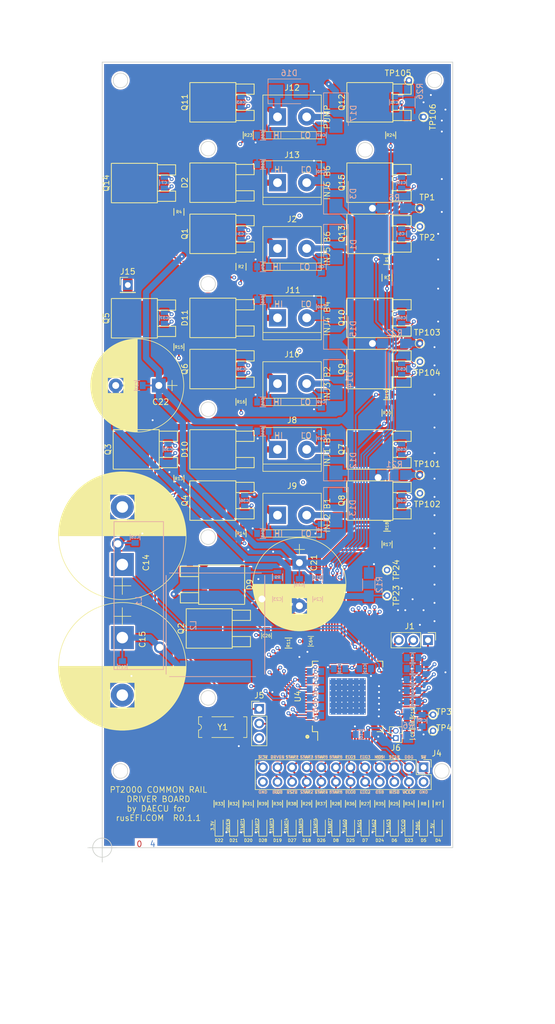
<source format=kicad_pcb>
(kicad_pcb (version 20221018) (generator pcbnew)
  (title_block (title "Common Rail PT2000 board") (date "2020-05-15") (rev "R0.1.1") (company "http://rusefi.com/"))
  (layers (0 "F.Cu" signal) (1 "In1.Cu" power "PWR_AN") (2 "In2.Cu" power "GND") (31 "B.Cu" signal) (34 "B.Paste" user) (35 "F.Paste" user) (36 "B.SilkS" user "B.Silkscreen") (37 "F.SilkS" user "F.Silkscreen") (38 "B.Mask" user) (39 "F.Mask" user) (44 "Edge.Cuts" user))
  (net 0 "")
  (net 1 "GND")
  (net 2 "/5V")
  (net 3 "/3.3V")
  (net 4 "/VCCIO")
  (net 5 "/VCCP")
  (net 6 "/Vbat")
  (net 7 "/Vpwr")
  (net 8 "/Vboost")
  (net 9 "Net-(C23-Pad1)")
  (net 10 "Net-(C24-Pad1)")
  (net 11 "Net-(C26-Pad2)")
  (net 12 "Net-(C35-Pad1)")
  (net 13 "Net-(C36-Pad1)")
  (net 14 "Net-(C37-Pad1)")
  (net 15 "Net-(C38-Pad1)")
  (net 16 "Net-(C39-Pad1)")
  (net 17 "Net-(C40-Pad1)")
  (net 18 "Net-(C41-Pad1)")
  (net 19 "Net-(C42-Pad1)")
  (net 20 "Net-(C55-Pad2)")
  (net 21 "Net-(C56-Pad2)")
  (net 22 "Net-(C57-Pad2)")
  (net 23 "Net-(C58-Pad2)")
  (net 24 "Net-(C63-Pad1)")
  (net 25 "Net-(C64-Pad2)")
  (net 26 "Net-(C71-Pad2)")
  (net 27 "/START6")
  (net 28 "/CSB")
  (net 29 "/START5")
  (net 30 "/MISO")
  (net 31 "/START4")
  (net 32 "/MOSI")
  (net 33 "/START3")
  (net 34 "/SCLK")
  (net 35 "/START2")
  (net 36 "/START1")
  (net 37 "/RESETB")
  (net 38 "/DRVEN")
  (net 39 "/OA_1")
  (net 40 "/OA_2")
  (net 41 "/IRQB")
  (net 42 "/FLAG_0")
  (net 43 "/FLAG_1")
  (net 44 "/FLAG_2")
  (net 45 "Net-(J5-Pad1)")
  (net 46 "/VCC2P5")
  (net 47 "/BANK1_BAT")
  (net 48 "/INJ_B1_HIGH")
  (net 49 "/BANK2_BAT")
  (net 50 "/INJ_B2_HIGH")
  (net 51 "/INJ1_LOW")
  (net 52 "/INJ2_LOW")
  (net 53 "/INJ3_LOW")
  (net 54 "/INJ4_LOW")
  (net 55 "/PUMP_HIGH")
  (net 56 "/PUMP_LOW")
  (net 57 "/CLK")
  (net 58 "/DBG")
  (net 59 "/P_SENSE_BOOST")
  (net 60 "/P_B1_SENSE")
  (net 61 "/P_B2_SENSE")
  (net 62 "/P_SENSE_PUMP")
  (net 63 "/G_L_BOOST")
  (net 64 "/G_HB1_BAT")
  (net 65 "/G_HB1_BST")
  (net 66 "/G_HB2_BAT")
  (net 67 "/G_HB2_BST")
  (net 68 "/G_L_INJ1")
  (net 69 "/G_L_INJ2")
  (net 70 "/G_L_INJ3")
  (net 71 "/G_L_INJ4")
  (net 72 "/G_PUMP")
  (net 73 "/Vbuck")
  (net 74 "Net-(C1-Pad1)")
  (net 75 "Net-(C2-Pad1)")
  (net 76 "Net-(C3-Pad1)")
  (net 77 "Net-(C5-Pad2)")
  (net 78 "Net-(C7-Pad1)")
  (net 79 "Net-(C19-Pad2)")
  (net 80 "/START7")
  (net 81 "/OA_3")
  (net 82 "/FLAG_3")
  (net 83 "/G_LS7")
  (net 84 "/BANK3_BAT")
  (net 85 "/P_B3_SENSE")
  (net 86 "/INJ5_LOW")
  (net 87 "/INJ6_LOW")
  (net 88 "/G_L_INJ5")
  (net 89 "/G_L_INJ6")
  (net 90 "/P_SENSE_4")
  (net 91 "Net-(D4-Pad2)")
  (net 92 "Net-(D5-Pad2)")
  (net 93 "Net-(D6-Pad2)")
  (net 94 "Net-(D7-Pad2)")
  (net 95 "Net-(D8-Pad2)")
  (net 96 "Net-(D18-Pad2)")
  (net 97 "Net-(D19-Pad2)")
  (net 98 "Net-(D20-Pad2)")
  (net 99 "Net-(D21-Pad2)")
  (net 100 "Net-(D22-Pad2)")
  (net 101 "Net-(D23-Pad2)")
  (net 102 "Net-(D24-Pad2)")
  (net 103 "Net-(D25-Pad2)")
  (net 104 "Net-(D26-Pad2)")
  (net 105 "Net-(D27-Pad2)")
  (net 106 "Net-(D28-Pad2)")
  (net 107 "/INJ_B3_HIGH")
  (net 108 "/G_HB3_BST")
  (net 109 "/G_HB3_BAT")
  (footprint "Capacitors_ThroughHole:CP_Radial_D22.0mm_P10.00mm_SnapIn" (layer "F.Cu") (at 110.172 120.968 90)
    (fp_text reference "C14")
    (fp_text value "1000uF")
  )
  (footprint "Capacitors_ThroughHole:CP_Radial_D22.0mm_P10.00mm_SnapIn" (layer "F.Cu") (at 110.172 133.668 -90)
    (fp_text reference "C15")
    (fp_text value "1000uF")
  )
  (footprint "Capacitors_ThroughHole:CP_Radial_D16.0mm_P7.50mm" (layer "F.Cu") (at 140.97 120.65 -90)
    (fp_text reference "C21")
    (fp_text value "390uF")
  )
  (footprint "Capacitors_ThroughHole:CP_Radial_D16.0mm_P7.50mm" (layer "F.Cu") (at 116.522 89.852 180)
    (fp_text reference "C22")
    (fp_text value "390uF")
  )
  (footprint "TO_SOT_Packages_SMD:TO-252-2Lead" (layer "F.Cu") (at 121.92 124.46 -90)
    (fp_text reference "D9")
    (fp_text value "FFD10UP20S")
  )
  (footprint "TO_SOT_Packages_SMD:TO-252-2Lead" (layer "F.Cu") (at 131.445 100.965 90)
    (fp_text reference "D10")
    (fp_text value "SBR10200CTL")
  )
  (footprint "TO_SOT_Packages_SMD:TO-252-2Lead" (layer "F.Cu") (at 131.445 78.105 90)
    (fp_text reference "D11")
    (fp_text value "SBR10200CTL")
  )
  (footprint "Pin_Headers:Pin_Header_Straight_1x03_Pitch2.54mm" (layer "F.Cu") (at 133.985 146.05)
    (fp_text reference "J5")
    (fp_text value "CONN_01X03")
  )
  (footprint "Terminal_Blocks:TerminalBlock_bornier-2_P5.08mm" (layer "F.Cu") (at 137.16 100.965)
    (fp_text reference "J8")
    (fp_text value "INJ_Term")
  )
  (footprint "Terminal_Blocks:TerminalBlock_bornier-2_P5.08mm" (layer "F.Cu") (at 137.16 112.395)
    (fp_text reference "J9")
    (fp_text value "INJ_Term")
  )
  (footprint "Terminal_Blocks:TerminalBlock_bornier-2_P5.08mm" (layer "F.Cu") (at 137.16 89.535)
    (fp_text reference "J10")
    (fp_text value "INJ_Term")
  )
  (footprint "Terminal_Blocks:TerminalBlock_bornier-2_P5.08mm" (layer "F.Cu") (at 137.16 78.105)
    (fp_text reference "J11")
    (fp_text value "INJ_Term")
  )
  (footprint "Terminal_Blocks:TerminalBlock_bornier-2_P5.08mm" (layer "F.Cu") (at 137.16 43.18)
    (fp_text reference "J12")
    (fp_text value "INJ_Term")
  )
  (footprint "TO_SOT_Packages_SMD:TO-252-2Lead" (layer "F.Cu") (at 130.81 132.08 90)
    (fp_text reference "Q2")
    (fp_text value "BUK9230-100B")
  )
  (footprint "TO_SOT_Packages_SMD:TO-252-2Lead" (layer "F.Cu") (at 118.11 100.965 90)
    (fp_text reference "Q3")
    (fp_text value "BUK9230-100B")
  )
  (footprint "TO_SOT_Packages_SMD:TO-252-2Lead" (layer "F.Cu") (at 131.445 109.855 90)
    (fp_text reference "Q4")
    (fp_text value "BUK9230-100B")
  )
  (footprint "TO_SOT_Packages_SMD:TO-252-2Lead" (layer "F.Cu") (at 117.792 78.1685 90)
    (fp_text reference "Q5")
    (fp_text value "BUK9230-100B")
  )
  (footprint "TO_SOT_Packages_SMD:TO-252-2Lead" (layer "F.Cu") (at 131.445 86.995 90)
    (fp_text reference "Q6")
    (fp_text value "BUK9230-100B")
  )
  (footprint "TO_SOT_Packages_SMD:TO-252-2Lead" (layer "F.Cu") (at 158.75 100.965 90)
    (fp_text reference "Q7")
    (fp_text value "BUK9230-100B")
  )
  (footprint "TO_SOT_Packages_SMD:TO-252-2Lead" (layer "F.Cu") (at 158.75 109.855 90)
    (fp_text reference "Q8")
    (fp_text value "BUK9230-100B")
  )
  (footprint "TO_SOT_Packages_SMD:TO-252-2Lead" (layer "F.Cu") (at 158.75 86.995 90)
    (fp_text reference "Q9")
    (fp_text value "BUK9230-100B")
  )
  (footprint "TO_SOT_Packages_SMD:TO-252-2Lead" (layer "F.Cu") (at 158.75 78.105 90)
    (fp_text reference "Q10")
    (fp_text value "BUK9230-100B")
  )
  (footprint "TO_SOT_Packages_SMD:TO-252-2Lead" (layer "F.Cu") (at 131.445 40.64 90)
    (fp_text reference "Q11")
    (fp_text value "BUK9230-100B")
  )
  (footprint "TO_SOT_Packages_SMD:TO-252-2Lead" (layer "F.Cu") (at 158.75 40.64 90)
    (fp_text reference "Q12")
    (fp_text value "BUK9230-100B")
  )
  (footprint "Connect:PINTST" (layer "F.Cu") (at 156.21 126.365 -90)
    (fp_text reference "TP23")
    (fp_text value "Conn_01x01")
  )
  (footprint "Connect:PINTST" (layer "F.Cu") (at 156.21 121.92 -90)
    (fp_text reference "TP24")
    (fp_text value "Conn_01x01")
  )
  (footprint "Connect:PINTST" (layer "F.Cu") (at 161.925 105.41 -90)
    (fp_text reference "TP101")
    (fp_text value "Conn_01x01")
  )
  (footprint "Connect:PINTST" (layer "F.Cu") (at 161.925 108.585 -90)
    (fp_text reference "TP102")
    (fp_text value "Conn_01x01")
  )
  (footprint "Connect:PINTST" (layer "F.Cu") (at 161.925 82.55 -90)
    (fp_text reference "TP103")
    (fp_text value "Conn_01x01")
  )
  (footprint "Connect:PINTST" (layer "F.Cu") (at 161.925 85.725 -90)
    (fp_text reference "TP104")
    (fp_text value "Conn_01x01")
  )
  (footprint "Connect:PINTST" (layer "F.Cu") (at 160.02 36.83 -90)
    (fp_text reference "TP105")
    (fp_text value "Conn_01x01")
  )
  (footprint "Connect:PINTST" (layer "F.Cu") (at 162.56 43.18 -90)
    (fp_text reference "TP106")
    (fp_text value "Conn_01x01")
  )
  (footprint "Crystals:Crystal_SMD_SeikoEpson_MC306-4pin_8.0x3.2mm" (layer "F.Cu") (at 127.635 149.225)
    (fp_text reference "Y1")
    (fp_text value "1MHz")
  )
  (footprint "rusEFI_LIB:C_0805" (layer "F.Cu") (at 160.655 148.59)
    (fp_text reference "C8")
    (fp_text value "0.1uF" hide)
  )
  (footprint "rusEFI_LIB:C_0805" (layer "F.Cu") (at 160.655 150.495)
    (fp_text reference "C9")
    (fp_text value "1uF" hide)
  )
  (footprint "rusEFI_LIB:C_0805" (layer "F.Cu") (at 160.655 146.685)
    (fp_text reference "C11")
    (fp_text value "0.1uF" hide)
  )
  (footprint "rusEFI_LIB:C_0805" (layer "F.Cu") (at 142.9512 134.3152)
    (fp_text reference "C64")
    (fp_text value "0.33uF" hide)
  )
  (footprint "rusEFI_LIB:R_0805" (layer "F.Cu") (at 139.065 134.62)
    (fp_text reference "R11")
    (fp_text value "10R" hide)
  )
  (footprint "rusEFI_LIB:R_0805" (layer "F.Cu") (at 120.015 106.045 -90)
    (fp_text reference "R13")
    (fp_text value "10R" hide)
  )
  (footprint "rusEFI_LIB:R_0805" (layer "F.Cu") (at 130.81 115.57 -90)
    (fp_text reference "R14")
    (fp_text value "10R" hide)
  )
  (footprint "rusEFI_LIB:R_0805" (layer "F.Cu") (at 120.015 83.185 -90)
    (fp_text reference "R15")
    (fp_text value "10R" hide)
  )
  (footprint "rusEFI_LIB:R_0805" (layer "F.Cu") (at 130.81 92.71 -90)
    (fp_text reference "R16")
    (fp_text value "10R" hide)
  )
  (footprint "rusEFI_LIB:R_0805" (layer "F.Cu") (at 156.21 117.475 -90)
    (fp_text reference "R17")
    (fp_text value "10R" hide)
  )
  (footprint "rusEFI_LIB:R_0805" (layer "F.Cu") (at 156.21 114.3 180)
    (fp_text reference "R18")
    (fp_text value "10R" hide)
  )
  (footprint "rusEFI_LIB:R_0805" (layer "F.Cu") (at 156.21 91.44 180)
    (fp_text reference "R19")
    (fp_text value "10R" hide)
  )
  (footprint "rusEFI_LIB:R_0805" (layer "F.Cu") (at 156.21 94.615 -90)
    (fp_text reference "R20")
    (fp_text value "10R" hide)
  )
  (footprint "rusEFI_LIB:R_0805" (layer "F.Cu") (at 132.08 46.355 -90)
    (fp_text reference "R23")
    (fp_text value "10R" hide)
  )
  (footprint "rusEFI_LIB:R_0805" (layer "F.Cu") (at 156.845 46.355 -90)
    (fp_text reference "R24")
    (fp_text value "10R" hide)
  )
  (footprint "rusEFI_LIB:C_0805" (layer "F.Cu") (at 135.255 133.35 -90)
    (fp_text reference "C26")
    (fp_text value "470pF" hide)
  )
  (footprint "Pin_Headers:Pin_Header_Straight_1x01_Pitch2.54mm" (layer "F.Cu") (at 111.125 72.39)
    (fp_text reference "J15")
    (fp_text value "Conn_01x01")
  )
  (footprint "rusEFI_LIB:LQFP-80_12x12mm_Pitch0.5mmThermal" (layer "F.Cu") (at 149.352 143.891 90)
    (fp_text reference "U4")
    (fp_text value "PT2000" hide)
  )
  (footprint "TO_SOT_Packages_SMD:TO-252-2Lead" (layer "F.Cu") (at 131.445 54.61 90)
    (fp_text reference "D2")
    (fp_text value "SBR10200CTL")
  )
  (footprint "Terminal_Blocks:TerminalBlock_bornier-2_P5.08mm" (layer "F.Cu") (at 137.16 66.04)
    (fp_text reference "J2")
    (fp_text value "INJ_Term")
  )
  (footprint "Terminal_Blocks:TerminalBlock_bornier-2_P5.08mm" (layer "F.Cu") (at 137.16 54.61)
    (fp_text reference "J13")
    (fp_text value "INJ_Term")
  )
  (footprint "TO_SOT_Packages_SMD:TO-252-2Lead" (layer "F.Cu") (at 117.792 54.6735 90)
    (fp_text reference "Q14")
    (fp_text value "BUK9230-100B")
  )
  (footprint "TO_SOT_Packages_SMD:TO-252-2Lead" (layer "F.Cu") (at 131.445 63.5 90)
    (fp_text reference "Q1")
    (fp_text value "BUK9230-100B")
  )
  (footprint "TO_SOT_Packages_SMD:TO-252-2Lead" (layer "F.Cu") (at 158.75 63.5 90)
    (fp_text reference "Q13")
    (fp_text value "BUK9230-100B")
  )
  (footprint "TO_SOT_Packages_SMD:TO-252-2Lead" (layer "F.Cu") (at 158.75 54.61 90)
    (fp_text reference "Q15")
    (fp_text value "BUK9230-100B")
  )
  (footprint "Connect:PINTST" (layer "F.Cu") (at 161.925 59.055 -90)
    (fp_text reference "TP1")
    (fp_text value "Conn_01x01")
  )
  (footprint "Connect:PINTST" (layer "F.Cu") (at 161.925 62.23 -90)
    (fp_text reference "TP2")
    (fp_text value "Conn_01x01")
  )
  (footprint "rusEFI_LIB:R_0805" (layer "F.Cu") (at 120.015 59.69 -90)
    (fp_text reference "R4")
    (fp_text value "10R" hide)
  )
  (footprint "rusEFI_LIB:R_0805" (layer "F.Cu") (at 130.81 69.215 -90)
    (fp_text reference "R2")
    (fp_text value "10R" hide)
  )
  (footprint "rusEFI_LIB:R_0805" (layer "F.Cu") (at 156.21 67.945 180)
    (fp_text reference "R1")
    (fp_text value "10R" hide)
  )
  (footprint "rusEFI_LIB:R_0805" (layer "F.Cu") (at 156.21 71.12 -90)
    (fp_text reference "R3")
    (fp_text value "10R" hide)
  )
  (footprint "Connect:PINTST" (layer "F.Cu") (at 164.211 147.066)
    (fp_text reference "TP3")
    (fp_text value "Conn_01x01")
  )
  (footprint "Connect:PINTST" (layer "F.Cu") (at 164.211 149.86)
    (fp_text reference "TP4")
    (fp_text value "Conn_01x01")
  )
  (footprint "Pin_Headers:Pin_Header_Straight_1x03_Pitch2.54mm" (layer "F.Cu") (at 163.322 134.112 -90)
    (fp_text reference "J1")
    (fp_text value "CONN_01X03")
  )
  (footprint "Pin_Headers:Pin_Header_Straight_2x12_Pitch2.54mm" (layer "F.Cu") (at 162.56 156.21 -90)
    (fp_text reference "J4")
    (fp_text value "CONN_02X08")
  )
  (footprint "Pin_Headers:Pin_Header_Straight_1x02_Pitch1.27mm" (layer "F.Cu") (at 157.734 151.13 180)
    (fp_text reference "J6")
    (fp_text value "CONN_01X03")
  )
  (footprint "LEDs:LED_0805" (layer "F.Cu") (at 165.1 166.37 90)
    (fp_text reference "D4")
    (fp_text value "LED_Small")
  )
  (footprint "LEDs:LED_0805" (layer "F.Cu") (at 162.56 166.37 90)
    (fp_text reference "D5")
    (fp_text value "LED_Small")
  )
  (footprint "LEDs:LED_0805" (layer "F.Cu") (at 157.48 166.37 90)
    (fp_text reference "D6")
    (fp_text value "LED_Small")
  )
  (footprint "LEDs:LED_0805" (layer "F.Cu") (at 152.4 166.37 90)
    (fp_text reference "D7")
    (fp_text value "LED_Small")
  )
  (footprint "LEDs:LED_0805" (layer "F.Cu") (at 147.32 166.37 90)
    (fp_text reference "D8")
    (fp_text value "LED_Small")
  )
  (footprint "LEDs:LED_0805" (layer "F.Cu") (at 142.24 166.37 90)
    (fp_text reference "D18")
    (fp_text value "LED_Small")
  )
  (footprint "LEDs:LED_0805" (layer "F.Cu") (at 137.16 166.37 90)
    (fp_text reference "D19")
    (fp_text value "LED_Small")
  )
  (footprint "LEDs:LED_0805" (layer "F.Cu") (at 132.08 166.37 90)
    (fp_text reference "D20")
    (fp_text value "LED_Small")
  )
  (footprint "LEDs:LED_0805" (layer "F.Cu") (at 129.54 166.37 90)
    (fp_text reference "D21")
    (fp_text value "LED_Small")
  )
  (footprint "LEDs:LED_0805" (layer "F.Cu") (at 127 166.37 90)
    (fp_text reference "D22")
    (fp_text value "LED_Small")
  )
  (footprint "LEDs:LED_0805" (layer "F.Cu") (at 160.02 166.37 90)
    (fp_text reference "D23")
    (fp_text value "LED_Small")
  )
  (footprint "LEDs:LED_0805" (layer "F.Cu") (at 154.94 166.37 90)
    (fp_text reference "D24")
    (fp_text value "LED_Small")
  )
  (footprint "LEDs:LED_0805" (layer "F.Cu") (at 149.86 166.37 90)
    (fp_text reference "D25")
    (fp_text value "LED_Small")
  )
  (footprint "LEDs:LED_0805" (layer "F.Cu") (at 144.78 166.37 90)
    (fp_text reference "D26")
    (fp_text value "LED_Small")
  )
  (footprint "LEDs:LED_0805" (layer "F.Cu") (at 139.7 166.37 90)
    (fp_text reference "D27")
    (fp_text value "LED_Small")
  )
  (footprint "LEDs:LED_0805" (layer "F.Cu") (at 134.62 166.37 90)
    (fp_text reference "D28")
    (fp_text value "LED_Small")
  )
  (footprint "rusEFI_LIB:R_0805" (layer "F.Cu") (at 165.1 162.56 90)
    (fp_text reference "R7")
    (fp_text value "1k" hide)
  )
  (footprint "rusEFI_LIB:R_0805" (layer "F.Cu") (at 162.56 162.56 90)
    (fp_text reference "R8")
    (fp_text value "1k" hide)
  )
  (footprint "rusEFI_LIB:R_0805" (layer "F.Cu") (at 157.48 162.56 90)
    (fp_text reference "R25")
    (fp_text value "1k" hide)
  )
  (footprint "rusEFI_LIB:R_0805" (layer "F.Cu") (at 152.4 162.56 90)
    (fp_text reference "R27")
    (fp_text value "1k" hide)
  )
  (footprint "rusEFI_LIB:R_0805" (layer "F.Cu") (at 147.32 162.56 90)
    (fp_text reference "R28")
    (fp_text value "1k" hide)
  )
  (footprint "rusEFI_LIB:R_0805" (layer "F.Cu") (at 142.24 162.56 90)
    (fp_text reference "R29")
    (fp_text value "1k" hide)
  )
  (footprint "rusEFI_LIB:R_0805" (layer "F.Cu") (at 137.16 162.56 90)
    (fp_text reference "R30")
    (fp_text value "1k" hide)
  )
  (footprint "rusEFI_LIB:R_0805" (layer "F.Cu") (at 132.08 162.56 90)
    (fp_text reference "R31")
    (fp_text value "1k" hide)
  )
  (footprint "rusEFI_LIB:R_0805" (layer "F.Cu") (at 129.54 162.56 90)
    (fp_text reference "R32")
    (fp_text value "1k" hide)
  )
  (footprint "rusEFI_LIB:R_0805" (layer "F.Cu") (at 127 162.56 90)
    (fp_text reference "R33")
    (fp_text value "1k" hide)
  )
  (footprint "rusEFI_LIB:R_0805" (layer "F.Cu") (at 160.02 162.56 90)
    (fp_text reference "R34")
    (fp_text value "1k" hide)
  )
  (footprint "rusEFI_LIB:R_0805" (layer "F.Cu") (at 154.94 162.56 90)
    (fp_text reference "R35")
    (fp_text value "1k" hide)
  )
  (footprint "rusEFI_LIB:R_0805" (layer "F.Cu") (at 149.86 162.56 90)
    (fp_text reference "R36")
    (fp_text value "1k" hide)
  )
  (footprint "rusEFI_LIB:R_0805" (layer "F.Cu") (at 144.78 162.56 90)
    (fp_text reference "R37")
    (fp_text value "1k" hide)
  )
  (footprint "rusEFI_LIB:R_0805" (layer "F.Cu") (at 139.7 162.56 90)
    (fp_text reference "R38")
    (fp_text value "1k" hide)
  )
  (footprint "rusEFI_LIB:R_0805" (layer "F.Cu") (at 134.62 162.56 90)
    (fp_text reference "R39")
    (fp_text value "1k" hide)
  )
  (footprint "Diodes_SMD:D_SMB" (layer "B.Cu") (at 147.32 102.87 90)
    (fp_text reference "D12")
    (fp_text value "STPS2H100UY")
  )
  (footprint "Diodes_SMD:D_SMB" (layer "B.Cu") (at 147.32 111.125 -90)
    (fp_text reference "D13")
    (fp_text value "STPS2H100UY")
  )
  (footprint "Diodes_SMD:D_SMB" (layer "B.Cu") (at 147.32 88.9 -90)
    (fp_text reference "D14")
    (fp_text value "STPS2H100UY")
  )
  (footprint "Diodes_SMD:D_SMB" (layer "B.Cu") (at 147.32 80.01 90)
    (fp_text reference "D15")
    (fp_text value "STPS2H100UY")
  )
  (footprint "Diodes_SMD:D_SMB" (layer "B.Cu") (at 139.065 38.735)
    (fp_text reference "D16")
    (fp_text value "STPS2H100UY")
  )
  (footprint "Diodes_SMD:D_SMB" (layer "B.Cu") (at 147.32 42.545 -90)
    (fp_text reference "D17")
    (fp_text value "STPS2H100UY")
  )
  (footprint "rusEFI_LIB:744710610-Inductor" (layer "B.Cu") (at 113.03 126.365 90)
    (fp_text reference "L1")
    (fp_text value "6uH" hide)
  )
  (footprint "rusEFI_LIB:IHLP6767GZER100M01" (layer "B.Cu") (at 126.365 131.445 -90)
    (fp_text reference "L2")
    (fp_text value "10uH" hide)
  )
  (footprint "Resistors_SMD:R_1206_HandSoldering" (layer "B.Cu") (at 153.035 124.46 90)
    (fp_text reference "R12")
    (fp_text value "0R010")
  )
  (footprint "Resistors_SMD:R_1206_HandSoldering" (layer "B.Cu") (at 157.48 105.41 180)
    (fp_text reference "R21")
    (fp_text value "0R015")
  )
  (footprint "Resistors_SMD:R_1206_HandSoldering" (layer "B.Cu") (at 157.48 82.55 180)
    (fp_text reference "R22")
    (fp_text value "0R015")
  )
  (footprint "Resistors_SMD:R_1206_HandSoldering" (layer "B.Cu") (at 160.02 40.64 -90)
    (fp_text reference "R26")
    (fp_text value "0R015")
  )
  (footprint "rusEFI_LIB:C_0805" (layer "B.Cu") (at 151.765 150.495 180)
    (fp_text reference "C10")
    (fp_text value "0.1uF" hide)
  )
  (footprint "rusEFI_LIB:C_0805" (layer "B.Cu") (at 152.4 139.065)
    (fp_text reference "C12")
    (fp_text value "4.7uF" hide)
  )
  (footprint "rusEFI_LIB:C_0805" (layer "B.Cu") (at 147.955 139.065 180)
    (fp_text reference "C13")
    (fp_text value "0.1uF" hide)
  )
  (footprint "rusEFI_LIB:C_0805" (layer "B.Cu") (at 112.395 116.205 90)
    (fp_text reference "C16")
    (fp_text value "0.22uF" hide)
  )
  (footprint "rusEFI_LIB:C_0805" (layer "B.Cu") (at 110.172 138.748 -90)
    (fp_text reference "C17")
    (fp_text value "0.22uF" hide)
  )
  (footprint "rusEFI_LIB:C_0805" (layer "B.Cu") (at 137.16 127 -90)
    (fp_text reference "C23")
    (fp_text value "330pF" hide)
  )
  (footprint "rusEFI_LIB:C_0805" (layer "B.Cu") (at 144.145 127 -90)
    (fp_text reference "C24")
    (fp_text value "330pF" hide)
  )
  (footprint "rusEFI_LIB:C_0805" (layer "B.Cu") (at 140.97 124.46 -90)
    (fp_text reference "C25")
    (fp_text value "0.22uF" hide)
  )
  (footprint "rusEFI_LIB:C_0805" (layer "B.Cu") (at 112.712 89.852 180)
    (fp_text reference "C27")
    (fp_text value "0.22uF" hide)
  )
  (footprint "rusEFI_LIB:C_0805" (layer "B.Cu") (at 160.655 137.16 180)
    (fp_text reference "C28")
    (fp_text value "330pF" hide)
  )
  (footprint "rusEFI_LIB:C_0805" (layer "B.Cu") (at 118.11 100.965 90)
    (fp_text reference "C35")
    (fp_text value "1000pF" hide)
  )
  (footprint "rusEFI_LIB:C_0805" (layer "B.Cu") (at 131.445 109.855 90)
    (fp_text reference "C36")
    (fp_text value "1000pF" hide)
  )
  (footprint "rusEFI_LIB:C_0805" (layer "B.Cu") (at 117.475 78.105 90)
    (fp_text reference "C37")
    (fp_text value "1000pF" hide)
  )
  (footprint "rusEFI_LIB:C_0805" (layer "B.Cu") (at 130.81 86.995 90)
    (fp_text reference "C38")
    (fp_text value "1000pF" hide)
  )
  (footprint "rusEFI_LIB:C_0805" (layer "B.Cu") (at 143.764 147.193)
    (fp_text reference "C39")
    (fp_text value "0.33uF" hide)
  )
  (footprint "rusEFI_LIB:C_0805" (layer "B.Cu") (at 143.764 145.669)
    (fp_text reference "C40")
    (fp_text value "0.33uF" hide)
  )
  (footprint "rusEFI_LIB:C_0805" (layer "B.Cu") (at 143.764 144.145)
    (fp_text reference "C41")
    (fp_text value "0.33uF" hide)
  )
  (footprint "rusEFI_LIB:C_0805" (layer "B.Cu") (at 143.764 142.621)
    (fp_text reference "C42")
    (fp_text value "0.33uF" hide)
  )
  (footprint "rusEFI_LIB:C_0805" (layer "B.Cu") (at 134.62 115.57 180)
    (fp_text reference "C43")
    (fp_text value "4700pF" hide)
  )
  (footprint "rusEFI_LIB:C_0805" (layer "B.Cu") (at 134.62 97.79 180)
    (fp_text reference "C44")
    (fp_text value "4700pF" hide)
  )
  (footprint "rusEFI_LIB:C_0805" (layer "B.Cu") (at 134.62 92.71 180)
    (fp_text reference "C45")
    (fp_text value "4700pF" hide)
  )
  (footprint "rusEFI_LIB:C_0805" (layer "B.Cu") (at 134.62 74.93 180)
    (fp_text reference "C46")
    (fp_text value "4700pF" hide)
  )
  (footprint "rusEFI_LIB:C_0805" (layer "B.Cu") (at 144.78 99.06 90)
    (fp_text reference "C47")
    (fp_text value "4700pF" hide)
  )
  (footprint "rusEFI_LIB:C_0805" (layer "B.Cu") (at 144.78 114.935 -90)
    (fp_text reference "C48")
    (fp_text value "4700pF" hide)
  )
  (footprint "rusEFI_LIB:C_0805" (layer "B.Cu") (at 144.78 92.71 -90)
    (fp_text reference "C49")
    (fp_text value "4700pF" hide)
  )
  (footprint "rusEFI_LIB:C_0805" (layer "B.Cu") (at 144.78 76.2 90)
    (fp_text reference "C50")
    (fp_text value "4700pF" hide)
  )
  (footprint "rusEFI_LIB:C_0805" (layer "B.Cu") (at 158.75 100.965 -90)
    (fp_text reference "C55")
    (fp_text value "1000pF" hide)
  )
  (footprint "rusEFI_LIB:C_0805" (layer "B.Cu") (at 158.75 109.855 -90)
    (fp_text reference "C56")
    (fp_text value "1000pF" hide)
  )
  (footprint "rusEFI_LIB:C_0805" (layer "B.Cu") (at 158.75 86.995 -90)
    (fp_text reference "C57")
    (fp_text value "1000pF" hide)
  )
  (footprint "rusEFI_LIB:C_0805" (layer "B.Cu") (at 158.75 78.105 -90)
    (fp_text reference "C58")
    (fp_text value "1000pF" hide)
  )
  (footprint "rusEFI_LIB:C_0805" (layer "B.Cu") (at 160.655 144.78 180)
    (fp_text reference "C59")
    (fp_text value "330pF" hide)
  )
  (footprint "rusEFI_LIB:C_0805" (layer "B.Cu") (at 160.655 142.875 180)
    (fp_text reference "C60")
    (fp_text value "330pF" hide)
  )
  (footprint "rusEFI_LIB:C_0805" (layer "B.Cu") (at 130.81 40.64 90)
    (fp_text reference "C63")
    (fp_text value "1000pF" hide)
  )
  (footprint "rusEFI_LIB:C_0805" (layer "B.Cu") (at 134.62 46.355 180)
    (fp_text reference "C65")
    (fp_text value "4700pF" hide)
  )
  (footprint "rusEFI_LIB:C_0805" (layer "B.Cu") (at 144.78 46.355 -90)
    (fp_text reference "C67")
    (fp_text value "4700pF" hide)
  )
  (footprint "rusEFI_LIB:C_0805" (layer "B.Cu") (at 157.48 40.64 -90)
    (fp_text reference "C71")
    (fp_text value "1000pF" hide)
  )
  (footprint "rusEFI_LIB:C_0805" (layer "B.Cu") (at 160.655 140.97 180)
    (fp_text reference "C73")
    (fp_text value "330pF" hide)
  )
  (footprint "rusEFI_LIB:R_0805" (layer "B.Cu") (at 137.16 123.19 -90)
    (fp_text reference "R9")
    (fp_text value "5.1R" hide)
  )
  (footprint "rusEFI_LIB:R_0805" (layer "B.Cu") (at 144.145 123.19 -90)
    (fp_text reference "R10")
    (fp_text value "5.1R" hide)
  )
  (footprint "Diodes_SMD:D_SMB" (layer "B.Cu") (at 147.32 65.405 -90)
    (fp_text reference "D1")
    (fp_text value "STPS2H100UY")
  )
  (footprint "Diodes_SMD:D_SMB" (layer "B.Cu") (at 147.32 56.515 90)
    (fp_text reference "D3")
    (fp_text value "STPS2H100UY")
  )
  (footprint "Resistors_SMD:R_1206_HandSoldering" (layer "B.Cu") (at 157.48 59.055 180)
    (fp_text reference "R5")
    (fp_text value "0R015")
  )
  (footprint "rusEFI_LIB:C_0805" (layer "B.Cu") (at 117.475 54.61 90)
    (fp_text reference "C7")
    (fp_text value "1000pF" hide)
  )
  (footprint "rusEFI_LIB:C_0805" (layer "B.Cu") (at 130.81 63.5 90)
    (fp_text reference "C3")
    (fp_text value "1000pF" hide)
  )
  (footprint "rusEFI_LIB:C_0805" (layer "B.Cu") (at 134.62 69.215 180)
    (fp_text reference "C4")
    (fp_text value "4700pF" hide)
  )
  (footprint "rusEFI_LIB:C_0805" (layer "B.Cu") (at 134.62 51.435 180)
    (fp_text reference "C18")
    (fp_text value "4700pF" hide)
  )
  (footprint "rusEFI_LIB:C_0805" (layer "B.Cu") (at 144.78 69.215 -90)
    (fp_text reference "C6")
    (fp_text value "4700pF" hide)
  )
  (footprint "rusEFI_LIB:C_0805" (layer "B.Cu") (at 144.78 52.705 90)
    (fp_text reference "C20")
    (fp_text value "4700pF" hide)
  )
  (footprint "rusEFI_LIB:C_0805" (layer "B.Cu") (at 158.75 63.5 -90)
    (fp_text reference "C5")
    (fp_text value "1000pF" hide)
  )
  (footprint "rusEFI_LIB:C_0805" (layer "B.Cu") (at 158.75 54.61 -90)
    (fp_text reference "C19")
    (fp_text value "1000pF" hide)
  )
  (footprint "rusEFI_LIB:C_0805" (layer "B.Cu") (at 143.764 141.097)
    (fp_text reference "C1")
    (fp_text value "0.33uF" hide)
  )
  (footprint "rusEFI_LIB:C_0805" (layer "B.Cu") (at 143.764 139.573)
    (fp_text reference "C2")
    (fp_text value "0.33uF" hide)
  )
  (footprint "rusEFI_LIB:C_0805" (layer "B.Cu") (at 160.655 139.065 180)
    (fp_text reference "C29")
    (fp_text value "330pF" hide)
  )
  (footprint "rusEFI_LIB:C_0805" (layer "B.Cu") (at 162.306 148.082 -90)
    (fp_text reference "C30")
    (fp_text value "330pF" hide)
  )
  (footprint "Resistors_SMD:R_1206_HandSoldering" (layer "B.Cu") (at 159.893 148.971 -90)
    (fp_text reference "R6")
    (fp_text value "0R015")
  )
  (gr_circle (center 125.095 72.19) (end 126.365 72.19) (stroke (width 0.127)) (fill none) (layer "Edge.Cuts"))
  (gr_circle (center 125.095 93.98) (end 125.095 92.71) (stroke (width 0.127)) (fill none) (layer "Edge.Cuts"))
  (gr_circle (center 125.095 116.205) (end 125.095 114.935) (stroke (width 0.127)) (fill none) (layer "Edge.Cuts"))
  (gr_circle (center 125.095 144.145) (end 125.095 142.875) (stroke (width 0.127)) (fill none) (layer "Edge.Cuts"))
  (gr_circle (center 125.095 48.695) (end 126.365 48.695) (stroke (width 0.127)) (fill none) (layer "Edge.Cuts"))
  (gr_circle (center 152.4 48.895) (end 152.4 47.625) (stroke (width 0.127)) (fill none) (layer "Edge.Cuts"))
  (gr_circle (center 164.465 36.83) (end 164.465 35.56) (stroke (width 0.127)) (fill none) (layer "Edge.Cuts"))
  (gr_circle (center 109.855 36.83) (end 109.855 35.56) (stroke (width 0.127)) (fill none) (layer "Edge.Cuts"))
  (gr_line (start 106.68 170.18) (end 167.64 170.18) (stroke (width 0.127)) (layer "Edge.Cuts"))
  (gr_circle (center 165.735 156.845) (end 165.735 155.575) (stroke (width 0.127)) (fill none) (layer "Edge.Cuts"))
  (gr_line (start 167.64 33.655) (end 106.68 33.655) (stroke (width 0.127)) (layer "Edge.Cuts"))
  (gr_line (start 167.64 170.18) (end 167.64 33.655) (stroke (width 0.127)) (layer "Edge.Cuts"))
  (gr_circle (center 109.855 156.845) (end 109.855 155.575) (stroke (width 0.127)) (fill none) (layer "Edge.Cuts"))
  (gr_line (start 106.68 33.655) (end 106.68 170.18) (stroke (width 0.127)) (layer "Edge.Cuts"))
  (gr_text "0   " (at 114.3 169.545) (layer "F.Cu") (effects (font (size 1.016 1.016) (thickness 0.127))))
  (gr_text "   4" (at 114.3 169.545) (layer "B.Cu") (effects (font (size 1.016 1.016) (thickness 0.127))))
  (gr_text "5V" (at 162.56 154.432) (layer "B.SilkS") (effects (font (size 0.508 0.508) (thickness 0.1016)) (justify mirror)))
  (gr_text "MOSI" (at 154.94 154.432) (layer "B.SilkS") (effects (font (size 0.508 0.508) (thickness 0.1016)) (justify mirror)))
  (gr_text "DRVEN" (at 137.16 154.432) (layer "B.SilkS") (effects (font (size 0.508 0.508) (thickness 0.1016)) (justify mirror)))
  (gr_text "FLG1" (at 149.86 154.432) (layer "B.SilkS") (effects (font (size 0.508 0.508) (thickness 0.1016)) (justify mirror)))
  (gr_text "HI    LO" (at 139.827 115.57 180) (layer "B.SilkS") (effects (font (size 1.016 1.016) (thickness 0.127)) (justify mirror)))
  (gr_text "FLG3" (at 152.4 154.432) (layer "B.SilkS") (effects (font (size 0.508 0.508) (thickness 0.1016)) (justify mirror)))
  (gr_text "HI    LO" (at 139.7 46.355 180) (layer "B.SilkS") (effects (font (size 1.016 1.016) (thickness 0.127)) (justify mirror)))
  (gr_text "STAR1" (at 139.7 154.432) (layer "B.SilkS") (effects (font (size 0.508 0.508) (thickness 0.1016)) (justify mirror)))
  (gr_text "MISO" (at 157.48 160.528) (layer "B.SilkS") (effects (font (size 0.508 0.508) (thickness 0.1016)) (justify mirror)))
  (gr_text "FLG2" (at 152.4 160.528) (layer "B.SilkS") (effects (font (size 0.508 0.508) (thickness 0.1016)) (justify mirror)))
  (gr_text "HI    LO" (at 139.827 75.692 180) (layer "B.SilkS") (effects (font (size 1.016 1.016) (thickness 0.127)) (justify mirror)))
  (gr_text "STAR5" (at 144.78 154.432) (layer "B.SilkS") (effects (font (size 0.508 0.508) (thickness 0.1016)) (justify mirror)))
  (gr_text "STAR3" (at 142.24 154.432) (layer "B.SilkS") (effects (font (size 0.508 0.508) (thickness 0.1016)) (justify mirror)))
  (gr_text "HI    LO" (at 139.827 52.324 180) (layer "B.SilkS") (effects (font (size 1.016 1.016) (thickness 0.127)) (justify mirror)))
  (gr_text "HI    LO" (at 139.7 92.71 180) (layer "B.SilkS") (effects (font (size 1.016 1.016) (thickness 0.127)) (justify mirror)))
  (gr_text "RSTB" (at 139.7 160.528) (layer "B.SilkS") (effects (font (size 0.508 0.508) (thickness 0.1016)) (justify mirror)))
  (gr_text "IRQB" (at 137.16 160.528) (layer "B.SilkS") (effects (font (size 0.508 0.508) (thickness 0.1016)) (justify mirror)))
  (gr_text "CSB" (at 154.94 160.528) (layer "B.SilkS") (effects (font (size 0.508 0.508) (thickness 0.1016)) (justify mirror)))
  (gr_text "FLG0" (at 149.86 160.528) (layer "B.SilkS") (effects (font (size 0.508 0.508) (thickness 0.1016)) (justify mirror)))
  (gr_text "GND" (at 162.56 160.528) (layer "B.SilkS") (effects (font (size 0.508 0.508) (thickness 0.1016)) (justify mirror)))
  (gr_text "STAR5" (at 147.32 154.432) (layer "B.SilkS") (effects (font (size 0.508 0.508) (thickness 0.1016)) (justify mirror)))
  (gr_text "GND" (at 134.62 160.528) (layer "B.SilkS") (effects (font (size 0.508 0.508) (thickness 0.1016)) (justify mirror)))
  (gr_text "STAR2" (at 142.24 160.528) (layer "B.SilkS") (effects (font (size 0.508 0.508) (thickness 0.1016)) (justify mirror)))
  (gr_text "HI    LO" (at 139.827 98.552 180) (layer "B.SilkS") (effects (font (size 1.016 1.016) (thickness 0.127)) (justify mirror)))
  (gr_text "3.3V" (at 134.62 154.432) (layer "B.SilkS") (effects (font (size 0.508 0.508) (thickness 0.1016)) (justify mirror)))
  (gr_text "STAR6" (at 147.32 160.528) (layer "B.SilkS") (effects (font (size 0.508 0.508) (thickness 0.1016)) (justify mirror)))
  (gr_text "SCLK" (at 157.48 154.432) (layer "B.SilkS") (effects (font (size 0.508 0.508) (thickness 0.1016)) (justify mirror)))
  (gr_text "STAR4" (at 144.78 160.528) (layer "B.SilkS") (effects (font (size 0.508 0.508) (thickness 0.1016)) (justify mirror)))
  (gr_text "VCCIO" (at 160.02 160.528) (layer "B.SilkS") (effects (font (size 0.508 0.508) (thickness 0.1016)) (justify mirror)))
  (gr_text "HI    LO" (at 139.573 69.215 180) (layer "B.SilkS") (effects (font (size 1.016 1.016) (thickness 0.127)) (justify mirror)))
  (gr_text "DBG" (at 160.02 154.432) (layer "B.SilkS") (effects (font (size 0.508 0.508) (thickness 0.1016)) (justify mirror)))
  (gr_text "5V" (at 162.56 154.432) (layer "F.SilkS") (effects (font (size 0.508 0.508) (thickness 0.1016))))
  (gr_text "5V" (at 164.084 166.37 90) (layer "F.SilkS") (effects (font (size 0.508 0.508) (thickness 0.1016))))
  (gr_text "START3" (at 136.144 166.37 90) (layer "F.SilkS") (effects (font (size 0.508 0.508) (thickness 0.1016))))
  (gr_text "GND" (at 162.56 160.528) (layer "F.SilkS") (effects (font (size 0.508 0.508) (thickness 0.1016))))
  (gr_text "FLG3" (at 152.4 154.432) (layer "F.SilkS") (effects (font (size 0.508 0.508) (thickness 0.1016))))
  (gr_text "HI    LO" (at 139.7 46.355) (layer "F.SilkS") (effects (font (size 1.016 1.016) (thickness 0.127))))
  (gr_text "INJ2 B1" (at 145.796 112.395 90) (layer "F.SilkS") (effects (font (size 1.016 1.016) (thickness 0.127))))
  (gr_text "START6" (at 143.764 166.37 90) (layer "F.SilkS") (effects (font (size 0.508 0.508) (thickness 0.1016))))
  (gr_text "DRVEN" (at 128.524 166.37 90) (layer "F.SilkS") (effects (font (size 0.508 0.508) (thickness 0.1016))))
  (gr_text "HI    LO" (at 139.827 115.57) (layer "F.SilkS") (effects (font (size 1.016 1.016) (thickness 0.127))))
  (gr_text "START7" (at 146.304 166.37 90) (layer "F.SilkS") (effects (font (size 0.508 0.508) (thickness 0.1016))))
  (gr_text "FLAG0" (at 148.844 166.37 90) (layer "F.SilkS") (effects (font (size 0.508 0.508) (thickness 0.1016))))
  (gr_text "DRVEN" (at 137.16 154.432) (layer "F.SilkS") (effects (font (size 0.508 0.508) (thickness 0.1016))))
  (gr_text "FLAG2" (at 153.924 166.37 90) (layer "F.SilkS") (effects (font (size 0.508 0.508) (thickness 0.1016))))
  (gr_text "HI    LO" (at 139.827 75.692) (layer "F.SilkS") (effects (font (size 1.016 1.016) (thickness 0.127))))
  (gr_text "FLG1" (at 149.86 154.432) (layer "F.SilkS") (effects (font (size 0.508 0.508) (thickness 0.1016))))
  (gr_text "VCCIO" (at 160.02 160.528) (layer "F.SilkS") (effects (font (size 0.508 0.508) (thickness 0.1016))))
  (gr_text "FLAG3" (at 156.464 166.37 90) (layer "F.SilkS") (effects (font (size 0.508 0.508) (thickness 0.1016))))
  (gr_text "FLG2" (at 152.4 160.528) (layer "F.SilkS") (effects (font (size 0.508 0.508) (thickness 0.1016))))
  (gr_text "GND" (at 134.62 160.528) (layer "F.SilkS") (effects (font (size 0.508 0.508) (thickness 0.1016))))
  (gr_text "VCCIO" (at 159.004 166.37 90) (layer "F.SilkS") (effects (font (size 0.508 0.508) (thickness 0.1016))))
  (gr_text "STAR5" (at 144.78 154.432) (layer "F.SilkS") (effects (font (size 0.508 0.508) (thickness 0.1016))))
  (gr_text "FLG0" (at 149.86 160.528) (layer "F.SilkS") (effects (font (size 0.508 0.508) (thickness 0.1016))))
  (gr_text "3.3V" (at 134.62 154.432) (layer "F.SilkS") (effects (font (size 0.508 0.508) (thickness 0.1016))))
  (gr_text "STAR6" (at 147.32 160.528) (layer "F.SilkS") (effects (font (size 0.508 0.508) (thickness 0.1016))))
  (gr_text "FLAG1" (at 151.384 166.37 90) (layer "F.SilkS") (effects (font (size 0.508 0.508) (thickness 0.1016))))
  (gr_text "3.3V" (at 125.857 166.37 90) (layer "F.SilkS") (effects (font (size 0.508 0.508) (thickness 0.1016))))
  (gr_text "HI    LO" (at 139.827 98.552) (layer "F.SilkS") (effects (font (size 1.016 1.016) (thickness 0.127))))
  (gr_text "INJ3 B2" (at 145.796 89.535 90) (layer "F.SilkS") (effects (font (size 1.016 1.016) (thickness 0.127))))
  (gr_text "PT2000 COMMON RAIL\nDRIVER BOARD\nby DAECU for \nrusEFI.COM  R0.1.1" (at 116.459 162.56) (layer "F.SilkS") (effects (font (size 1.016 1.016) (thickness 0.127))))
  (gr_text "INJ4 B4" (at 145.796 78.232 90) (layer "F.SilkS") (effects (font (size 1.016 1.016) (thickness 0.127))))
  (gr_text "IRQB" (at 137.16 160.528) (layer "F.SilkS") (effects (font (size 0.508 0.508) (thickness 0.1016))))
  (gr_text "INJ5 B6" (at 145.796 66.04 90) (layer "F.SilkS") (effects (font (size 1.016 1.016) (thickness 0.127))))
  (gr_text "STAR3" (at 142.24 154.432) (layer "F.SilkS") (effects (font (size 0.508 0.508) (thickness 0.1016))))
  (gr_text "INJ6 B6" (at 145.796 54.61 90) (layer "F.SilkS") (effects (font (size 1.016 1.016) (thickness 0.127))))
  (gr_text "STAR4" (at 144.78 160.528) (layer "F.SilkS") (effects (font (size 0.508 0.508) (thickness 0.1016))))
  (gr_text "MOSI" (at 154.94 154.432) (layer "F.SilkS") (effects (font (size 0.508 0.508) (thickness 0.1016))))
  (gr_text "PUMP" (at 145.796 43.18 90) (layer "F.SilkS") (effects (font (size 1.016 1.016) (thickness 0.127))))
  (gr_text "RSTB" (at 139.7 160.528) (layer "F.SilkS") (effects (font (size 0.508 0.508) (thickness 0.1016))))
  (gr_text "START4" (at 138.684 166.37 90) (layer "F.SilkS") (effects (font (size 0.508 0.508) (thickness 0.1016))))
  (gr_text "SCLK" (at 157.48 154.432) (layer "F.SilkS") (effects (font (size 0.508 0.508) (thickness 0.1016))))
  (gr_text "STAR1" (at 139.7 154.432) (layer "F.SilkS") (effects (font (size 0.508 0.508) (thickness 0.1016))))
  (gr_text "DBG" (at 161.544 166.37 90) (layer "F.SilkS") (effects (font (size 0.508 0.508) (thickness 0.1016))))
  (gr_text "STAR5" (at 147.32 154.432) (layer "F.SilkS") (effects (font (size 0.508 0.508) (thickness 0.1016))))
  (gr_text "START2" (at 133.604 166.37 90) (layer "F.SilkS") (effects (font (size 0.508 0.508) (thickness 0.1016))))
  (gr_text "HI    LO" (at 139.827 52.324) (layer "F.SilkS") (effects (font (size 1.016 1.016) (thickness 0.127))))
  (gr_text "START5" (at 141.224 166.37 90) (layer "F.SilkS") (effects (font (size 0.508 0.508) (thickness 0.1016))))
  (gr_text "START1" (at 131.064 166.37 90) (layer "F.SilkS") (effects (font (size 0.508 0.508) (thickness 0.1016))))
  (gr_text "INJ1 B1" (at 145.796 100.965 90) (layer "F.SilkS") (effects (font (size 1.016 1.016) (thickness 0.127))))
  (gr_text "STAR2" (at 142.24 160.528) (layer "F.SilkS") (effects (font (size 0.508 0.508) (thickness 0.1016))))
  (gr_text "HI    LO" (at 139.573 69.215) (layer "F.SilkS") (effects (font (size 1.016 1.016) (thickness 0.127))))
  (gr_text "DBG" (at 160.02 154.432) (layer "F.SilkS") (effects (font (size 0.508 0.508) (thickness 0.1016))))
  (gr_text "CSB" (at 154.94 160.528) (layer "F.SilkS") (effects (font (size 0.508 0.508) (thickness 0.1016))))
  (gr_text "HI    LO" (at 139.7 92.71) (layer "F.SilkS") (effects (font (size 1.016 1.016) (thickness 0.127))))
  (gr_text "MISO" (at 157.48 160.528) (layer "F.SilkS") (effects (font (size 0.508 0.508) (thickness 0.1016))))
  (target plus (at 106.68 170.18) (size 5) (width 0.127) (layer "Edge.Cuts"))
  (via (at 140.97 60.325) (size 0.6858) (drill 0.3302) (layers "F.Cu" "B.Cu") (net 0))
  (via (at 141.605 106.68) (size 0.6858) (drill 0.3302) (layers "F.Cu" "B.Cu") (net 0))
  (via (at 140.97 83.82) (size 0.6858) (drill 0.3302) (layers "F.Cu" "B.Cu") (net 0))
  (segment (start 131.445 56.896) (end 131.699 56.896) (width 1.0668) (layer "F.Cu") (net 1))
  (segment (start 154.841 142.141) (end 154.813 142.113) (width 0.3048) (layer "F.Cu") (net 1))
  (segment (start 154.825 143.141) (end 154.813 143.129) (width 0.3048) (layer "F.Cu") (net 1))
  (segment (start 154.817 144.141) (end 154.813 144.145) (width 0.3048) (layer "F.Cu") (net 1))
  (segment (start 154.833 145.141) (end 154.813 145.161) (width 0.3048) (layer "F.Cu") (net 1))
  (segment (start 154.849 146.141) (end 154.813 146.177) (width 0.3048) (layer "F.Cu") (net 1))
  (segment (start 154.601 150.791) (end 154.686 150.876) (width 0.3048) (layer "F.Cu") (net 1))
  (segment (start 130.385 152.483) (end 130.429 152.527) (width 0.3048) (layer "F.Cu") (net 1))
  (segment (start 158.75 125.095) (end 160.655 127) (width 0.3048) (layer "F.Cu") (net 1))
  (segment (start 162.56 128.905) (end 164.465 130.81) (width 0.3048) (layer "F.Cu") (net 1))
  (segment (start 161.925 131.445) (end 159.385 128.905) (width 0.3048) (layer "F.Cu") (net 1))
  (segment (start 158.115 128.905) (end 159.385 127.635) (width 0.3048) (layer "F.Cu") (net 1))
  (segment (start 159.385 127.635) (end 159.385 126.365) (width 0.3048) (layer "F.Cu") (net 1))
  (segment (start 159.385 126.365) (end 160.02 125.73) (width 0.3048) (layer "F.Cu") (net 1))
  (segment (start 160.02 125.73) (end 162.56 125.73) (width 0.3048) (layer "F.Cu") (net 1))
  (segment (start 162.56 125.73) (end 164.465 127.635) (width 0.3048) (layer "F.Cu") (net 1))
  (segment (start 164.465 124.46) (end 164.465 121.285) (width 0.3048) (layer "F.Cu") (net 1))
  (segment (start 164.465 118.11) (end 164.465 115.57) (width 0.3048) (layer "F.Cu") (net 1))
  (segment (start 164.465 112.395) (end 164.465 109.22) (width 0.3048) (layer "F.Cu") (net 1))
  (segment (start 164.465 106.045) (end 164.465 101.6) (width 0.3048) (layer "F.Cu") (net 1))
  (segment (start 164.465 97.155) (end 164.465 91.44) (width 0.3048) (layer "F.Cu") (net 1))
  (segment (start 164.465 86.36) (end 164.465 83.185) (width 0.3048) (layer "F.Cu") (net 1))
  (segment (start 165.1 78.74) (end 165.1 73.025) (width 0.3048) (layer "F.Cu") (net 1))
  (segment (start 165.1 67.945) (end 165.1 63.5) (width 0.3048) (layer "F.Cu") (net 1))
  (segment (start 165.735 59.69) (end 165.735 53.975) (width 0.3048) (layer "F.Cu") (net 1))
  (segment (start 165.735 45.72) (end 165.735 43.815) (width 0.3048) (layer "F.Cu") (net 1))
  (segment (start 162.56 40.64) (end 163.83 39.37) (width 0.3048) (layer "F.Cu") (net 1))
  (segment (start 165.1 130.81) (end 166.37 132.08) (width 0.3048) (layer "F.Cu") (net 1))
  (segment (start 166.37 132.08) (end 166.37 139.7) (width 0.3048) (layer "F.Cu") (net 1))
  (segment (start 128.227 167.47) (end 128.27 167.513) (width 0.3048) (layer "F.Cu") (net 1))
  (segment (start 130.81 167.513) (end 133.35 167.513) (width 0.3048) (layer "F.Cu") (net 1))
  (segment (start 135.89 167.513) (end 138.43 167.513) (width 0.3048) (layer "F.Cu") (net 1))
  (segment (start 140.97 167.513) (end 143.51 167.513) (width 0.3048) (layer "F.Cu") (net 1))
  (segment (start 146.05 167.513) (end 148.59 167.513) (width 0.3048) (layer "F.Cu") (net 1))
  (segment (start 151.13 167.513) (end 153.67 167.513) (width 0.3048) (layer "F.Cu") (net 1))
  (segment (start 156.21 167.513) (end 158.75 167.513) (width 0.3048) (layer "F.Cu") (net 1))
  (segment (start 161.29 167.513) (end 163.83 167.513) (width 0.3048) (layer "F.Cu") (net 1))
  (segment (start 156.252 147.641) (end 155.055261 147.641) (width 0.3048) (layer "F.Cu") (net 1))
  (segment (start 156.252 142.141) (end 154.841 142.141) (width 0.3048) (layer "F.Cu") (net 1))
  (segment (start 156.252 143.141) (end 154.825 143.141) (width 0.3048) (layer "F.Cu") (net 1))
  (segment (start 155.055261 147.641) (end 154.77744 147.363179) (width 0.3048) (layer "F.Cu") (net 1))
  (segment (start 154.102 150.791) (end 154.601 150.791) (width 0.3048) (layer "F.Cu") (net 1))
  (segment (start 127 167.47) (end 128.227 167.47) (width 0.3048) (layer "F.Cu") (net 1))
  (segment (start 161.655 150.495) (end 162.56 150.495) (width 0.3048) (layer "F.Cu") (net 1))
  (segment (start 130.385 150.825) (end 130.385 152.483) (width 0.3048) (layer "F.Cu") (net 1))
  (segment (start 156.252 146.141) (end 154.849 146.141) (width 0.3048) (layer "F.Cu") (net 1))
  (segment (start 131.445 80.391) (end 131.699 80.391) (width 1.0668) (layer "F.Cu") (net 1))
  (segment (start 156.252 145.141) (end 154.833 145.141) (width 0.3048) (layer "F.Cu") (net 1))
  (segment (start 164.465 130.81) (end 165.1 130.81) (width 0.3048) (layer "F.Cu") (net 1))
  (segment (start 156.252 144.141) (end 154.817 144.141) (width 0.3048) (layer "F.Cu") (net 1))
  (segment (start 156.252 147.141) (end 154.999619 147.141) (width 0.3048) (layer "F.Cu") (net 1))
  (segment (start 154.999619 147.141) (end 154.77744 147.363179) (width 0.3048) (layer "F.Cu") (net 1))
  (via (at 133.35 67.945) (size 0.6858) (drill 0.3302) (layers "F.Cu" "B.Cu") (net 1))
  (via (at 143.51 50.8) (size 0.6858) (drill 0.3302) (layers "F.Cu" "B.Cu") (net 1))
  (via (at 153.67 59.055) (size 1.5418) (drill 1.18618) (layers "F.Cu" "B.Cu") (net 1))
  (via (at 164.465 109.22) (size 0.6858) (drill 0.3302) (layers "F.Cu" "B.Cu") (net 1))
  (via (at 164.465 121.285) (size 0.6858) (drill 0.3302) (layers "F.Cu" "B.Cu") (net 1))
  (via (at 143.75893 115.57) (size 0.6858) (drill 0.3302) (layers "F.Cu" "B.Cu") (net 1))
  (via (at 164.465 97.155) (size 0.6858) (drill 0.3302) (layers "F.Cu" "B.Cu") (net 1))
  (via (at 162.56 150.495) (size 0.6858) (drill 0.3302) (layers "F.Cu" "B.Cu") (net 1))
  (via (at 162.56 128.905) (size 0.6858) (drill 0.3302) (layers "F.Cu" "B.Cu") (net 1))
  (via (at 142.367 136.144) (size 0.6858) (drill 0.3302) (layers "F.Cu" "B.Cu") (net 1))
  (via (at 165.1 67.945) (size 0.6858) (drill 0.3302) (layers "F.Cu" "B.Cu") (net 1))
  (via (at 164.465 124.46) (size 0.6858) (drill 0.3302) (layers "F.Cu" "B.Cu") (net 1))
  (via (at 153.67 82.55) (size 1.5418) (drill 1.18618) (layers "F.Cu" "B.Cu") (net 1))
  (via (at 143.51 97.79) (size 0.6858) (drill 0.3302) (layers "F.Cu" "B.Cu") (net 1))
  (via (at 154.813 142.113) (size 0.6858) (drill 0.3302) (layers "F.Cu" "B.Cu") (net 1))
  (via (at 154.686 150.876) (size 0.6858) (drill 0.3302) (layers "F.Cu" "B.Cu") (net 1))
  (via (at 136.271 143.129) (size 0.6858) (drill 0.3302) (layers "F.Cu" "B.Cu") (net 1))
  (via (at 165.735 59.69) (size 0.6858) (drill 0.3302) (layers "F.Cu" "B.Cu") (net 1))
  (via (at 146.05 167.513) (size 0.6858) (drill 0.3302) (layers "F.Cu" "B.Cu") (net 1))
  (via (at 164.465 130.81) (size 0.6858) (drill 0.3302) (layers "F.Cu" "B.Cu") (net 1))
  (via (at 158.75 125.095) (size 0.6858) (drill 0.3302) (layers "F.Cu" "B.Cu") (net 1))
  (via (at 138.43 167.513) (size 0.6858) (drill 0.3302) (layers "F.Cu" "B.Cu") (net 1))
  (via (at 154.813 146.177) (size 0.6858) (drill 0.3302) (layers "F.Cu" "B.Cu") (net 1))
  (via (at 164.465 101.6) (size 0.6858) (drill 0.3302) (layers "F.Cu" "B.Cu") (net 1))
  (via (at 118.364 104.902) (size 0.6858) (drill 0.3302) (layers "F.Cu" "B.Cu") (net 1))
  (via (at 113.665 115.57) (size 0.6858) (drill 0.3302) (layers "F.Cu" "B.Cu") (net 1))
  (via (at 140.97 167.513) (size 0.6858) (drill 0.3302) (layers "F.Cu" "B.Cu") (net 1))
  (via (at 160.655 127) (size 0.6858) (drill 0.3302) (layers "F.Cu" "B.Cu") (net 1))
  (via (at 164.465 83.185) (size 0.6858) (drill 0.3302) (layers "F.Cu" "B.Cu") (net 1))
  (via (at 153.416 140.335) (size 0.6858) (drill 0.3302) (layers "F.Cu" "B.Cu") (net 1))
  (via (at 153.934688 120.896986) (size 0.6858) (drill 0.3302) (layers "F.Cu" "B.Cu") (net 1))
  (via (at 148.59 167.513) (size 0.6858) (drill 0.3302) (layers "F.Cu" "B.Cu") (net 1))
  (via (at 154.813 143.129) (size 0.6858) (drill 0.3302) (layers "F.Cu" "B.Cu") (net 1))
  (via (at 164.465 91.44) (size 0.6858) (drill 0.3302) (layers "F.Cu" "B.Cu") (net 1))
  (via (at 165.1 78.74) (size 0.6858) (drill 0.3302) (layers "F.Cu" "B.Cu") (net 1))
  (via (at 121.287869 107.947131) (size 0.6858) (drill 0.3302) (layers "F.Cu" "B.Cu") (net 1))
  (via (at 165.735 43.815) (size 0.6858) (drill 0.3302) (layers "F.Cu" "B.Cu") (net 1))
  (via (at 166.37 41.91) (size 0.6858) (drill 0.3302) (layers "F.Cu" "B.Cu") (net 1))
  (via (at 133.35 167.513) (size 0.6858) (drill 0.3302) (layers "F.Cu" "B.Cu") (net 1))
  (via (at 111.76 140.335) (size 0.6858) (drill 0.3302) (layers "F.Cu" "B.Cu") (net 1))
  (via (at 135.89 167.513) (size 0.6858) (drill 0.3302) (layers "F.Cu" "B.Cu") (net 1))
  (via (at 133.8326 123.4948) (size 0.6858) (drill 0.3302) (layers "F.Cu" "B.Cu") (net 1))
  (via (at 163.83 167.513) (size 0.6858) (drill 0.3302) (layers "F.Cu" "B.Cu") (net 1))
  (via (at 161.925 131.445) (size 0.6858) (drill 0.3302) (layers "F.Cu" "B.Cu") (net 1))
  (via (at 143.51 93.98) (size 0.6858) (drill 0.3302) (layers "F.Cu" "B.Cu") (net 1))
  (via (at 160.528 137.16) (size 0.6858) (drill 0.3302) (layers "F.Cu" "B.Cu") (net 1))
  (via (at 154.813 145.161) (size 0.6858) (drill 0.3302) (layers "F.Cu" "B.Cu") (net 1))
  (via (at 165.735 53.975) (size 0.6858) (drill 0.3302) (layers "F.Cu" "B.Cu") (net 1))
  (via (at 165.1 63.5) (size 0.6858) (drill 0.3302) (layers "F.Cu" "B.Cu") (net 1))
  (via (at 130.81 167.513) (size 0.6858) (drill 0.3302) (layers "F.Cu" "B.Cu") (net 1))
  (via (at 143.51 74.295) (size 0.6858) (drill 0.3302) (layers "F.Cu" "B.Cu") (net 1))
  (via (at 150.622 149.098) (size 0.6858) (drill 0.3302) (layers "F.Cu" "B.Cu") (net 1))
  (via (at 164.465 106.045) (size 0.6858) (drill 0.3302) (layers "F.Cu" "B.Cu") (net 1))
  (via (at 130.429 152.527) (size 0.6858) (drill 0.3302) (layers "F.Cu" "B.Cu") (net 1))
  (via (at 158.888666 140.854666) (size 0.6858) (drill 0.3302) (layers "F.Cu" "B.Cu") (net 1))
  (via (at 158.369 142.875) (size 0.6858) (drill 0.3302) (layers "F.Cu" "B.Cu") (net 1))
  (via (at 133.35 91.44) (size 0.6858) (drill 0.3302) (layers "F.Cu" "B.Cu") (net 1))
  (via (at 154.813 144.145) (size 0.6858) (drill 0.3302) (layers "F.Cu" "B.Cu") (net 1))
  (via (at 164.465 127.635) (size 0.6858) (drill 0.3302) (layers "F.Cu" "B.Cu") (net 1))
  (via (at 133.714291 99.06) (size 0.6858) (drill 0.3302) (layers "F.Cu" "B.Cu") (net 1))
  (via (at 143.51 38.735) (size 0.6858) (drill 0.3302) (layers "F.Cu" "B.Cu") (net 1))
  (via (at 158.115 128.905) (size 0.6858) (drill 0.3302) (layers "F.Cu" "B.Cu") (net 1))
  (via (at 166.37 139.7) (size 0.6858) (drill 0.3302) (layers "F.Cu" "B.Cu") (net 1))
  (via (at 164.465 112.395) (size 0.6858) (drill 0.3302) (layers "F.Cu" "B.Cu") (net 1))
  (via (at 162.56 40.64) (size 0.6858) (drill 0.3302) (layers "F.Cu" "B.Cu") (net 1))
  (via (at 158.75 167.513) (size 0.6858) (drill 0.3302) (layers "F.Cu" "B.Cu") (net 1))
  (via (at 161.29 167.513) (size 0.6858) (drill 0.3302) (layers "F.Cu" "B.Cu") (net 1))
  (via (at 128.27 167.513) (size 0.6858) (drill 0.3302) (layers "F.Cu" "B.Cu") (net 1))
  (via (at 143.51 167.513) (size 0.6858) (drill 0.3302) (layers "F.Cu" "B.Cu") (net 1))
  (via (at 115.443 95.885) (size 0.6858) (drill 0.3302) (layers "F.Cu" "B.Cu") (net 1))
  (via (at 160.528 139.065) (size 0.6858) (drill 0.3302) (layers "F.Cu" "B.Cu") (net 1))
  (via (at 156.21 167.513) (size 0.6858) (drill 0.3302) (layers "F.Cu" "B.Cu") (net 1))
  (via (at 159.385 128.905) (size 0.6858) (drill 0.3302) (layers "F.Cu" "B.Cu") (net 1))
  (via (at 140.97 137.033) (size 0.6858) (drill 0.3302) (layers "F.Cu" "B.Cu") (net 1))
  (via (at 164.465 115.57) (size 0.6858) (drill 0.3302) (layers "F.Cu" "B.Cu") (net 1))
  (via (at 151.13 167.513) (size 0.6858) (drill 0.3302) (layers "F.Cu" "B.Cu") (net 1))
  (via (at 165.735 45.72) (size 0.6858) (drill 0.3302) (layers "F.Cu" "B.Cu") (net 1))
  (via (at 133.35 47.625) (size 0.6858) (drill 0.3302) (layers "F.Cu" "B.Cu") (net 1))
  (via (at 136.398 118.745) (size 0.6858) (drill 0.3302) (layers "F.Cu" "B.Cu") (net 1))
  (via (at 132.842 114.681) (size 0.6858) (drill 0.3302) (layers "F.Cu" "B.Cu") (net 1))
  (via (at 165.1 73.025) (size 0.6858) (drill 0.3302) (layers "F.Cu" "B.Cu") (net 1))
  (via (at 154.77744 147.363179) (size 0.6858) (drill 0.3302) (layers "F.Cu" "B.Cu") (net 1))
  (via (at 132.08 118.364) (size 0.6858) (drill 0.3302) (layers "F.Cu" "B.Cu") (net 1))
  (via (at 164.465 86.36) (size 0.6858) (drill 0.3302) (layers "F.Cu" "B.Cu") (net 1))
  (via (at 145.923 138.82244) (size 0.6858) (drill 0.3302) (layers "F.Cu" "B.Cu") (net 1))
  (via (at 164.465 118.11) (size 0.6858) (drill 0.3302) (layers "F.Cu" "B.Cu") (net 1))
  (via (at 153.67 167.513) (size 0.6858) (drill 0.3302) (layers "F.Cu" "B.Cu") (net 1))
  (via (at 163.83 39.37) (size 0.6858) (drill 0.3302) (layers "F.Cu" "B.Cu") (net 1))
  (via (at 154.659755 105.858288) (size 1.5418) (drill 1.18618) (layers "F.Cu" "B.Cu") (net 1))
  (via (at 158.369 144.907) (size 0.6858) (drill 0.3302) (layers "F.Cu" "B.Cu") (net 1))
  (segment (start 133.62 68.215) (end 133.35 67.945) (width 0.3048) (layer "B.Cu") (net 1))
  (segment (start 133.62 69.215) (end 133.62 68.215) (width 0.3048) (layer "B.Cu") (net 1))
  (segment (start 133.62 50.435) (end 133.62 51.435) (width 0.3048) (layer "B.Cu") (net 1))
  (segment (start 143.51 50.8) (end 144.415 51.705) (width 0.3048) (layer "B.Cu") (net 1))
  (segment (start 144.78 51.705) (end 144.415 51.705) (width 0.3048) (layer "B.Cu") (net 1))
  (segment (start 155.48 59.055) (end 153.67 59.055) (width 1.0668) (layer "B.Cu") (net 1))
  (segment (start 143.51 71.485) (end 144.78 70.215) (width 0.3048) (layer "B.Cu") (net 1))
  (segment (start 162.084 150.971) (end 162.56 150.495) (width 0.3048) (layer "B.Cu") (net 1))
  (segment (start 162.306 150.241) (end 162.56 150.495) (width 0.3048) (layer "B.Cu") (net 1))
  (segment (start 163.576 150.495) (end 164.211 149.86) (width 0.3048) (layer "B.Cu") (net 1))
  (segment (start 150.765 149.241) (end 150.622 149.098) (width 0.3048) (layer "B.Cu") (net 1))
  (segment (start 158.496 144.78) (end 158.369 144.907) (width 0.3048) (layer "B.Cu") (net 1))
  (segment (start 153.4 140.319) (end 153.416 140.335) (width 0.3048) (layer "B.Cu") (net 1))
  (segment (start 140.97 139.065) (end 136.906 143.129) (width 0.3048) (layer "B.Cu") (net 1))
  (segment (start 136.906 143.129) (end 136.271 143.129) (width 0.3048) (layer "B.Cu") (net 1))
  (segment (start 133.62 115.459) (end 132.842 114.681) (width 0.3048) (layer "B.Cu") (net 1))
  (segment (start 118.364 104.394) (end 115.443 101.473) (width 0.3048) (layer "B.Cu") (net 1))
  (segment (start 115.443 101.473) (end 115.443 95.885) (width 0.3048) (layer "B.Cu") (net 1))
  (segment (start 154.058014 120.896986) (end 154.94 120.015) (width 0.3048) (layer "B.Cu") (net 1))
  (segment (start 154.94 120.015) (end 157.48 120.015) (width 0.3048) (layer "B.Cu") (net 1))
  (segment (start 157.48 120.015) (end 158.75 121.285) (width 0.3048) (layer "B.Cu") (net 1))
  (segment (start 158.75 121.285) (end 158.75 125.095) (width 0.3048) (layer "B.Cu") (net 1))
  (segment (start 160.655 127) (end 162.56 128.905) (width 0.3048) (layer "B.Cu") (net 1))
  (segment (start 164.465 130.81) (end 163.83 131.445) (width 0.3048) (layer "B.Cu") (net 1))
  (segment (start 163.83 131.445) (end 161.925 131.445) (width 0.3048) (layer "B.Cu") (net 1))
  (segment (start 159.385 128.905) (end 158.115 128.905) (width 0.3048) (layer "B.Cu") (net 1))
  (segment (start 164.465 127.635) (end 164.465 124.46) (width 0.3048) (layer "B.Cu") (net 1))
  (segment (start 164.465 121.285) (end 164.465 118.11) (width 0.3048) (layer "B.Cu") (net 1))
  (segment (start 164.465 115.57) (end 164.465 112.395) (width 0.3048) (layer "B.Cu") (net 1))
  (segment (start 164.465 109.22) (end 164.465 106.045) (width 0.3048) (layer "B.Cu") (net 1))
  (segment (start 164.465 101.6) (end 164.465 97.155) (width 0.3048) (layer "B.Cu") (net 1))
  (segment (start 164.465 91.44) (end 164.465 86.36) (width 0.3048) (layer "B.Cu") (net 1))
  (segment (start 164.465 83.185) (end 165.1 82.55) (width 0.3048) (layer "B.Cu") (net 1))
  (segment (start 165.1 82.55) (end 165.1 78.74) (width 0.3048) (layer "B.Cu") (net 1))
  (segment (start 165.1 73.025) (end 165.1 67.945) (width 0.3048) (layer "B.Cu") (net 1))
  (segment (start 165.1 63.5) (end 165.735 62.865) (width 0.3048) (layer "B.Cu") (net 1))
  (segment (start 165.735 62.865) (end 165.735 59.69) (width 0.3048) (layer "B.Cu") (net 1))
  (segment (start 165.735 53.975) (end 165.735 45.72) (width 0.3048) (layer "B.Cu") (net 1))
  (segment (start 165.735 43.815) (end 162.56 40.64) (width 0.3048) (layer "B.Cu") (net 1))
  (segment (start 163.83 39.37) (end 166.37 41.91) (width 0.3048) (layer "B.Cu") (net 1))
  (segment (start 128.27 167.513) (end 130.81 167.513) (width 0.3048) (layer "B.Cu") (net 1))
  (segment (start 133.35 167.513) (end 135.89 167.513) (width 0.3048) (layer "B.Cu") (net 1))
  (segment (start 138.43 167.513) (end 140.97 167.513) (width 0.3048) (layer "B.Cu") (net 1))
  (segment (start 143.51 167.513) (end 146.05 167.513) (width 0.3048) (layer "B.Cu") (net 1))
  (segment (start 148.59 167.513) (end 151.13 167.513) (width 0.3048) (layer "B.Cu") (net 1))
  (segment (start 153.67 167.513) (end 156.21 167.513) (width 0.3048) (layer "B.Cu") (net 1))
  (segment (start 158.75 167.513) (end 161.29 167.513) (width 0.3048) (layer "B.Cu") (net 1))
  (segment (start 140.97 137.033) (end 144.13356 137.033) (width 0.3048) (layer "B.Cu") (net 1))
  (segment (start 159.655 139.065) (end 160.528 139.065) (width 0.3048) (layer "B.Cu") (net 1))
  (segment (start 140.97 137.033) (end 140.97 139.065) (width 0.3048) (layer "B.Cu") (net 1))
  (segment (start 133.62 98.965709) (end 133.714291 99.06) (width 0.3048) (layer "B.Cu") (net 1))
  (segment (start 153.934688 120.896986) (end 154.058014 120.896986) (width 0.3048) (layer "B.Cu") (net 1))
  (segment (start 113.3 115.205) (end 113.665 115.57) (width 0.3048) (layer "B.Cu") (net 1))
  (segment (start 144.415 47.355) (end 143.51 48.26) (width 0.3048) (layer "B.Cu") (net 1))
  (segment (start 143.78 93.71) (end 143.51 93.98) (width 0.3048) (layer "B.Cu") (net 1))
  (segment (start 143.78 98.06) (end 143.51 97.79) (width 0.3048) (layer "B.Cu") (net 1))
  (segment (start 111.172 139.748) (end 111.76 140.335) (width 0.3048) (layer "B.Cu") (net 1))
  (segment (start 133.62 46.355) (end 133.62 47.355) (width 0.3048) (layer "B.Cu") (net 1))
  (segment (start 144.13356 137.033) (end 145.580101 138.479541) (width 0.3048) (layer "B.Cu") (net 1))
  (segment (start 155.38599 105.858288) (end 154.659755 105.858288) (width 1.0668) (layer "B.Cu") (net 1))
  (segment (start 144.78 47.355) (end 144.415 47.355) (width 0.3048) (layer "B.Cu") (net 1))
  (segment (start 143.51 48.26) (end 143.51 50.8) (width 0.3048) (layer "B.Cu") (net 1))
  (segment (start 153.035 122.46) (end 153.035 121.1552) (width 0.3048) (layer "B.Cu") (net 1))
  (segment (start 133.62 92.71) (end 133.62 91.71) (width 0.3048) (layer "B.Cu") (net 1))
  (segment (start 112.395 115.205) (end 113.3 115.205) (width 0.3048) (layer "B.Cu") (net 1))
  (segment (start 153.449755 120.896986) (end 153.934688 120.896986) (width 0.3048) (layer "B.Cu") (net 1))
  (segment (start 144.78 98.06) (end 143.78 98.06) (width 0.3048) (layer "B.Cu") (net 1))
  (segment (start 133.62 91.71) (end 133.35 91.44) (width 0.3048) (layer "B.Cu") (net 1))
  (segment (start 144.415 75.2) (end 143.51 74.295) (width 0.3048) (layer "B.Cu") (net 1))
  (segment (start 143.51 74.295) (end 143.51 71.485) (width 0.3048) (layer "B.Cu") (net 1))
  (segment (start 144.78 93.71) (end 143.78 93.71) (width 0.3048) (layer "B.Cu") (net 1))
  (segment (start 144.78 115.935) (end 143.8502 115.935) (width 0.3048) (layer "B.Cu") (net 1))
  (segment (start 141.215 38.735) (end 143.51 38.735) (width 0.3048) (layer "B.Cu") (net 1))
  (segment (start 159.655 140.97) (end 159.539666 140.854666) (width 0.3048) (layer "B.Cu") (net 1))
  (segment (start 160.56 43.18) (end 160.02 42.64) (width 1.0668) (layer "B.Cu") (net 1))
  (segment (start 155.48 105.41) (end 155.48 105.764278) (width 1.0668) (layer "B.Cu") (net 1))
  (segment (start 153.293214 120.896986) (end 153.449755 120.896986) (width 0.3048) (layer "B.Cu") (net 1))
  (segment (start 150.765 150.495) (end 150.765 149.241) (width 0.3048) (layer "B.Cu") (net 1))
  (segment (start 159.655 137.16) (end 160.528 137.16) (width 0.3048) (layer "B.Cu") (net 1))
  (segment (start 159.655 144.78) (end 158.496 144.78) (width 0.3048) (layer "B.Cu") (net 1))
  (segment (start 162.56 150.495) (end 163.576 150.495) (width 0.3048) (layer "B.Cu") (net 1))
  (segment (start 133.62 115.57) (end 133.62 115.459) (width 0.3048) (layer "B.Cu") (net 1))
  (segment (start 133.62 47.895) (end 133.62 50.435) (width 0.3048) (layer "B.Cu") (net 1))
  (segment (start 121.287869 107.825869) (end 121.287869 107.947131) (width 0.3048) (layer "B.Cu") (net 1))
  (segment (start 159.655 142.875) (end 158.369 142.875) (width 0.3048) (layer "B.Cu") (net 1))
  (segment (start 153.4 139.065) (end 153.4 140.319) (width 0.3048) (layer "B.Cu") (net 1))
  (segment (start 162.306 149.082) (end 162.306 150.241) (width 0.3048) (layer "B.Cu") (net 1))
  (segment (start 145.923 138.8378) (end 145.923 138.82244) (width 0.3048) (layer "B.Cu") (net 1))
  (segment (start 133.35 47.625) (end 133.62 47.355) (width 0.3048) (layer "B.Cu") (net 1))
  (segment (start 159.539666 140.854666) (end 159.373599 140.854666) (width 0.3048) (layer "B.Cu") (net 1))
  (segment (start 145.580101 138.479541) (end 145.923 138.82244) (width 0.3048) (layer "B.Cu") (net 1))
  (segment (start 133.62 97.79) (end 133.62 98.965709) (width 0.3048) (layer "B.Cu") (net 1))
  (segment (start 110.172 139.748) (end 111.172 139.748) (width 0.3048) (layer "B.Cu") (net 1))
  (segment (start 155.48 105.764278) (end 155.38599 105.858288) (width 1.0668) (layer "B.Cu") (net 1))
  (segment (start 146.955 139.065) (end 146.1502 139.065) (width 0.3048) (layer "B.Cu") (net 1))
  (segment (start 118.364 104.902) (end 118.364 104.394) (width 0.3048) (layer "B.Cu") (net 1))
  (segment (start 133.62 69.215) (end 133.62 73.93) (width 0.3048) (layer "B.Cu") (net 1))
  (segment (start 143.8502 115.935) (end 143.75893 115.84373) (width 0.3048) (layer "B.Cu") (net 1))
  (segment (start 146.1502 139.065) (end 145.923 138.8378) (width 0.3048) (layer "B.Cu") (net 1))
  (segment (start 153.035 121.1552) (end 153.293214 120.896986) (width 0.3048) (layer "B.Cu") (net 1))
  (segment (start 162.084 150.971) (end 159.893 150.971) (width 0.3048) (layer "B.Cu") (net 1))
  (segment (start 118.364 104.902) (end 121.287869 107.825869) (width 0.3048) (layer "B.Cu") (net 1))
  (segment (start 155.48 82.55) (end 153.67 82.55) (width 1.0668) (layer "B.Cu") (net 1))
  (segment (start 133.62 47.895) (end 133.35 47.625) (width 0.3048) (layer "B.Cu") (net 1))
  (segment (start 133.62 73.93) (end 133.62 74.93) (width 0.3048) (layer "B.Cu") (net 1))
  (segment (start 143.75893 115.84373) (end 143.75893 115.57) (width 0.3048) (layer "B.Cu") (net 1))
  (segment (start 159.373599 140.854666) (end 158.888666 140.854666) (width 0.3048) (layer "B.Cu") (net 1))
  (segment (start 162.56 43.18) (end 160.56 43.18) (width 1.0668) (layer "B.Cu") (net 1))
  (segment (start 144.78 75.2) (end 144.415 75.2) (width 0.3048) (layer "B.Cu") (net 1))
  (segment (start 158.199 148.141) (end 159.655 146.685) (width 0.3048) (layer "F.Cu") (net 2))
  (segment (start 155.135 148.141) (end 154.94 148.336) (width 0.3048) (layer "F.Cu") (net 2))
  (segment (start 154.94 148.336) (end 154.94 148.971) (width 0.3048) (layer "F.Cu") (net 2))
  (segment (start 154.94 148.971) (end 155.829 149.86) (width 0.3048) (layer "F.Cu") (net 2))
  (segment (start 155.829 149.86) (end 157.734 149.86) (width 0.3048) (layer "F.Cu") (net 2))
  (segment (start 155.829 151.257) (end 157.988 153.416) (width 0.3048) (layer "F.Cu") (net 2))
  (segment (start 157.988 153.416) (end 159.766 153.416) (width 0.3048) (layer "F.Cu") (net 2))
  (segment (start 159.766 153.416) (end 162.56 156.21) (width 0.3048) (layer "F.Cu") (net 2))
  (segment (start 162.56 156.718) (end 165.1 159.258) (width 0.3048) (layer "F.Cu") (net 2))
  (segment (start 165.1 159.258) (end 165.1 161.61) (width 0.3048) (layer "F.Cu") (net 2))
  (segment (start 162.56 156.21) (end 162.004638 156.21) (width 0.3048) (layer "F.Cu") (net 2))
  (segment (start 156.252 148.141) (end 155.135 148.141) (width 0.3048) (layer "F.Cu") (net 2))
  (segment (start 155.829 149.86) (end 155.829 151.257) (width 0.3048) (layer "F.Cu") (net 2))
  (segment (start 156.252 148.141) (end 158.199 148.141) (width 0.3048) (layer "F.Cu") (net 2))
  (segment (start 162.56 156.21) (end 162.56 156.718) (width 0.3048) (layer "F.Cu") (net 2))
  (segment (start 127 158.734802) (end 130.374801 155.360001) (width 0.3048) (layer "F.Cu") (net 3))
  (segment (start 130.374801 155.360001) (end 125.8398 150.825) (width 0.3048) (layer "F.Cu") (net 3))
  (segment (start 133.770001 155.360001) (end 130.374801 155.360001) (width 0.3048) (layer "F.Cu") (net 3))
  (segment (start 127 161.61) (end 127 158.734802) (width 0.3048) (layer "F.Cu") (net 3))
  (segment (start 134.62 156.21) (end 133.770001 155.360001) (width 0.3048) (layer "F.Cu") (net 3))
  (segment (start 125.8398 150.825) (end 124.885 150.825) (width 0.3048) (layer "F.Cu") (net 3))
  (segment (start 124.885 150.825) (end 124.885 147.625) (width 0.3048) (layer "F.Cu") (net 3))
  (segment (start 153.102 149.546) (end 152.908 149.352) (width 0.3048) (layer "F.Cu") (net 4))
  (segment (start 160.02 158.75) (end 160.02 161.61) (width 0.3048) (layer "F.Cu") (net 4))
  (segment (start 153.102 150.791) (end 153.102 149.546) (width 0.3048) (layer "F.Cu") (net 4))
  (via (at 152.908 149.352) (size 0.6858) (drill 0.3302) (layers "F.Cu" "B.Cu") (net 4))
  (segment (start 152.908 149.352) (end 152.765 149.495) (width 0.3048) (layer "B.Cu") (net 4))
  (segment (start 152.765 149.495) (end 152.765 150.495) (width 0.3048) (layer "B.Cu") (net 4))
  (segment (start 155.194 149.352) (end 156.972 151.13) (width 0.3048) (layer "B.Cu") (net 4))
  (segment (start 156.972 151.13) (end 157.734 151.13) (width 0.3048) (layer "B.Cu") (net 4))
  (segment (start 160.02 158.242) (end 158.75 156.972) (width 0.3048) (layer "B.Cu") (net 4))
  (segment (start 158.75 156.972) (end 158.75 155.575) (width 0.3048) (layer "B.Cu") (net 4))
  (segment (start 158.75 155.575) (end 156.083 152.908) (width 0.3048) (layer "B.Cu") (net 4))
  (segment (start 156.083 152.908) (end 155.178 152.908) (width 0.3048) (layer "B.Cu") (net 4))
  (segment (start 155.178 152.908) (end 152.765 150.495) (width 0.3048) (layer "B.Cu") (net 4))
  (segment (start 152.908 149.352) (end 155.194 149.352) (width 0.3048) (layer "B.Cu") (net 4))
  (segment (start 160.02 158.75) (end 160.02 158.242) (width 0.3048) (layer "B.Cu") (net 4))
  (segment (start 150.602 138.45) (end 150.114 138.938) (width 0.2159) (layer "F.Cu") (net 5))
  (segment (start 150.602 138.45) (end 150.602 136.991) (width 0.2159) (layer "F.Cu") (net 5))
  (via (at 150.114 138.938) (size 0.6858) (drill 0.3302) (layers "F.Cu" "B.Cu") (net 5))
  (segment (start 149.987 139.065) (end 150.114 138.938) (width 0.2159) (layer "B.Cu") (net 5))
  (segment (start 150.241 139.065) (end 150.114 138.938) (width 0.2159) (layer "B.Cu") (net 5))
  (segment (start 151.4 139.065) (end 150.241 139.065) (width 0.2159) (layer "B.Cu") (net 5))
  (segment (start 148.955 139.065) (end 149.987 139.065) (width 0.2159) (layer "B.Cu") (net 5))
  (segment (start 111.125 77.8515) (end 111.442 78.1685) (width 1.651) (layer "F.Cu") (net 6))
  (segment (start 111.125 54.3565) (end 111.442 54.6735) (width 1.651) (layer "F.Cu") (net 6))
  (segment (start 111.442 54.6735) (end 111.442 54.2925) (width 1.0668) (layer "F.Cu") (net 6))
  (segment (start 111.442 54.293) (end 125.095 40.64) (width 1.651) (layer "F.Cu") (net 6))
  (segment (start 151.102 135.735) (end 150.622 135.255) (width 0.2159) (layer "F.Cu") (net 6))
  (segment (start 113.03 106.045) (end 113.03 113.715) (width 1.0668) (layer "F.Cu") (net 6))
  (segment (start 113.03 113.715) (end 109.38 117.365) (width 1.0668) (layer "F.Cu") (net 6))
  (segment (start 111.76 104.775) (end 113.03 106.045) (width 1.0668) (layer "F.Cu") (net 6))
  (segment (start 111.442 78.1685) (end 111.442 77.7875) (width 1.0668) (layer "F.Cu") (net 6))
  (segment (start 111.125 72.39) (end 111.125 77.8515) (width 1.651) (layer "F.Cu") (net 6))
  (segment (start 143.51 34.925) (end 130.81 34.925) (width 1.0668) (layer "F.Cu") (net 6))
  (segment (start 111.442 54.6735) (end 111.442 54.293) (width 1.651) (layer "F.Cu") (net 6))
  (segment (start 146.05 37.465) (end 143.51 34.925) (width 1.0668) (layer "F.Cu") (net 6))
  (segment (start 111.125 54.9905) (end 111.442 54.6735) (width 1.651) (layer "F.Cu") (net 6))
  (segment (start 111.442 100.648) (end 111.76 100.965) (width 1.0668) (layer "F.Cu") (net 6))
  (segment (start 111.76 100.965) (end 111.76 104.775) (width 1.0668) (layer "F.Cu") (net 6))
  (segment (start 111.442 78.1685) (end 111.442 100.648) (width 1.0668) (layer "F.Cu") (net 6))
  (segment (start 151.102 136.991) (end 151.102 135.735) (width 0.2159) (layer "F.Cu") (net 6))
  (segment (start 130.81 34.925) (end 125.095 40.64) (width 1.0668) (layer "F.Cu") (net 6))
  (segment (start 111.125 72.39) (end 111.125 54.9905) (width 1.651) (layer "F.Cu") (net 6))
  (via (at 146.05 37.465) (size 0.6858) (drill 0.3302) (layers "F.Cu" "B.Cu") (net 6))
  (via (at 150.622 135.255) (size 0.6858) (drill 0.3302) (layers "F.Cu" "B.Cu") (net 6))
  (segment (start 147.32 38.735) (end 146.05 37.465) (width 1.0668) (layer "B.Cu") (net 6))
  (segment (start 109.38 117.365) (end 109.38 120.175) (width 1.0668) (layer "B.Cu") (net 6))
  (segment (start 147.924586 132.108023) (end 150.279101 134.462538) (width 0.3048) (layer "B.Cu") (net 6))
  (segment (start 109.38 120.175) (end 110.172 120.968) (width 1.0668) (layer "B.Cu") (net 6))
  (segment (start 112.395 117.205) (end 109.54 117.205) (width 0.3048) (layer "B.Cu") (net 6))
  (segment (start 110.172 120.968) (end 110.172 121.04955) (width 0.3048) (layer "B.Cu") (net 6))
  (segment (start 121.230473 132.108023) (end 147.924586 132.108023) (width 0.3048) (layer "B.Cu") (net 6))
  (segment (start 150.279101 134.462538) (end 150.279101 134.912101) (width 0.3048) (layer "B.Cu") (net 6))
  (segment (start 150.279101 134.912101) (end 150.622 135.255) (width 0.3048) (layer "B.Cu") (net 6))
  (segment (start 109.54 117.205) (end 109.38 117.365) (width 0.1524) (layer "B.Cu") (net 6))
  (segment (start 110.172 121.04955) (end 121.230473 132.108023) (width 0.3048) (layer "B.Cu") (net 6))
  (segment (start 147.32 40.395) (end 147.32 38.735) (width 1.0668) (layer "B.Cu") (net 6))
  (segment (start 118.11 136.795) (end 116.68 135.365) (width 1.6764) (layer "F.Cu") (net 7))
  (segment (start 118.11 153.035) (end 118.11 136.795) (width 1.6764) (layer "F.Cu") (net 7))
  (segment (start 114.983 133.668) (end 116.68 135.365) (width 1.0668) (layer "B.Cu") (net 7))
  (segment (start 120.8825 139.5675) (end 116.68 135.365) (width 1.0668) (layer "B.Cu") (net 7))
  (segment (start 126.365 139.5675) (end 120.8825 139.5675) (width 1.0668) (layer "B.Cu") (net 7))
  (segment (start 110.172 133.668) (end 114.983 133.668) (width 1.0668) (layer "B.Cu") (net 7))
  (segment (start 110.172 137.748) (end 110.172 133.668) (width 0.3048) (layer "B.Cu") (net 7))
  (segment (start 126.365 139.568) (end 120.882 139.568) (width 1.0668) (layer "B.Cu") (net 7))
  (segment (start 120.523 67.437) (end 124.46 63.5) (width 1.0668) (layer "F.Cu") (net 8))
  (segment (start 124.46 63.5) (end 125.095 63.5) (width 1.0668) (layer "F.Cu") (net 8))
  (segment (start 124.206 124.46) (end 121.92 122.174) (width 1.0668) (layer "F.Cu") (net 8))
  (segment (start 132.08 120.65) (end 128.27 124.46) (width 1.0668) (layer "F.Cu") (net 8))
  (segment (start 121.92 120.015) (end 121.92 119.38) (width 1.0668) (layer "F.Cu") (net 8))
  (segment (start 121.92 120.015) (end 121.92 119.38) (width 1.0668) (layer "F.Cu") (net 8))
  (segment (start 121.92 122.174) (end 121.92 120.015) (width 1.0668) (layer "F.Cu") (net 8))
  (segment (start 140.97 120.65) (end 132.08 120.65) (width 1.0668) (layer "F.Cu") (net 8))
  (segment (start 145.066272 124.685188) (end 141.031084 120.65) (width 0.3048) (layer "F.Cu") (net 8))
  (segment (start 125.095 86.995) (end 119.38 86.995) (width 1.0668) (layer "F.Cu") (net 8))
  (segment (start 145.066272 134.776188) (end 145.066272 124.685188) (width 0.3048) (layer "F.Cu") (net 8))
  (segment (start 121.92 119.38) (end 121.92 118.11) (width 1.0668) (layer "F.Cu") (net 8))
  (segment (start 141.031084 120.65) (end 140.97 120.65) (width 0.3048) (layer "F.Cu") (net 8))
  (segment (start 119.38 86.995) (end 116.522 89.852) (width 1.0668) (layer "F.Cu") (net 8))
  (segment (start 121.92 113.03) (end 125.095 109.855) (width 1.0668) (layer "F.Cu") (net 8))
  (segment (start 121.92 118.11) (end 121.92 113.03) (width 1.0668) (layer "F.Cu") (net 8))
  (segment (start 146.102 136.991) (end 146.102 135.811916) (width 0.3048) (layer "F.Cu") (net 8))
  (segment (start 146.102 135.811916) (end 145.066272 134.776188) (width 0.3048) (layer "F.Cu") (net 8))
  (segment (start 128.27 124.46) (end 124.206 124.46) (width 1.0668) (layer "F.Cu") (net 8))
  (segment (start 121.92 119.38) (end 121.92 118.11) (width 1.0668) (layer "F.Cu") (net 8))
  (via (at 120.523 67.437) (size 0.6858) (drill 0.3302) (layers "F.Cu" "B.Cu") (net 8))
  (segment (start 147.32 63.255) (end 149.86 63.255) (width 1.0668) (layer "B.Cu") (net 8))
  (segment (start 149.86 63.255) (end 149.86 62.865) (width 1.0668) (layer "B.Cu") (net 8))
  (segment (start 149.86 60.96) (end 149.86 62.865) (width 1.0668) (layer "B.Cu") (net 8))
  (segment (start 147.565 58.665) (end 149.86 60.96) (width 1.0668) (layer "B.Cu") (net 8))
  (segment (start 147.32 58.665) (end 147.565 58.665) (width 1.0668) (layer "B.Cu") (net 8))
  (segment (start 149.86 62.865) (end 149.86 63.255) (width 1.0668) (layer "B.Cu") (net 8))
  (segment (start 149.86 63.255) (end 149.86 71.12) (width 1.0668) (layer "B.Cu") (net 8))
  (segment (start 149.86 80.01) (end 147.71 82.16) (width 1.0668) (layer "B.Cu") (net 8))
  (segment (start 147.71 82.16) (end 147.32 82.16) (width 1.0668) (layer "B.Cu") (net 8))
  (segment (start 116.522 87.312) (end 114.3 85.09) (width 1.0668) (layer "B.Cu") (net 8))
  (segment (start 114.3 85.09) (end 114.3 73.66) (width 1.0668) (layer "B.Cu") (net 8))
  (segment (start 114.3 73.66) (end 120.523 67.437) (width 1.0668) (layer "B.Cu") (net 8))
  (segment (start 122.77 96.1) (end 116.522 89.852) (width 1.0668) (layer "B.Cu") (net 8))
  (segment (start 149.86 108.975) (end 149.86 116.121732) (width 1.0668) (layer "B.Cu") (net 8))
  (segment (start 120.703339 96.300139) (end 120.703339 105.018918) (width 1.0668) (layer "B.Cu") (net 8))
  (segment (start 149.86 94.615) (end 149.86 95.885) (width 1.0668) (layer "B.Cu") (net 8))
  (segment (start 148.59 95.885) (end 149.86 97.155) (width 1.0668) (layer "B.Cu") (net 8))
  (segment (start 149.86 86.75) (end 149.86 94.615) (width 1.0668) (layer "B.Cu") (net 8))
  (segment (start 149.86 97.155) (end 149.86 104.775) (width 1.0668) (layer "B.Cu") (net 8))
  (segment (start 148.59 95.885) (end 147.955 95.885) (width 1.0668) (layer "B.Cu") (net 8))
  (segment (start 140.97 123.46) (end 140.97 120.65) (width 0.3048) (layer "B.Cu") (net 8))
  (segment (start 138.020512 117.656062) (end 140.97 120.60555) (width 1.0668) (layer "B.Cu") (net 8))
  (segment (start 149.86 105.02) (end 149.86 104.775) (width 1.0668) (layer "B.Cu") (net 8))
  (segment (start 147.565 82.16) (end 149.86 84.455) (width 1.0668) (layer "B.Cu") (net 8))
  (segment (start 133.340483 117.656062) (end 138.020512 117.656062) (width 1.0668) (layer "B.Cu") (net 8))
  (segment (start 147.32 105.02) (end 149.86 105.02) (width 1.0668) (layer "B.Cu") (net 8))
  (segment (start 147.74 96.1) (end 122.77 96.1) (width 1.0668) (layer "B.Cu") (net 8))
  (segment (start 147.32 82.16) (end 147.565 82.16) (width 1.0668) (layer "B.Cu") (net 8))
  (segment (start 147.32 86.75) (end 149.86 86.75) (width 1.0668) (layer "B.Cu") (net 8))
  (segment (start 120.703339 105.018918) (end 133.340483 117.656062) (width 1.0668) (layer "B.Cu") (net 8))
  (segment (start 149.86 95.885) (end 148.59 95.885) (width 1.0668) (layer "B.Cu") (net 8))
  (segment (start 149.86 86.36) (end 149.86 86.75) (width 1.0668) (layer "B.Cu") (net 8))
  (segment (start 116.522 89.852) (end 116.522 92.1188) (width 1.0668) (layer "B.Cu") (net 8))
  (segment (start 149.86 105.02) (end 149.86 108.975) (width 1.0668) (layer "B.Cu") (net 8))
  (segment (start 147.955 95.885) (end 147.74 96.1) (width 1.0668) (layer "B.Cu") (net 8))
  (segment (start 147.32 108.975) (end 149.86 108.975) (width 1.0668) (layer "B.Cu") (net 8))
  (segment (start 113.712 89.852) (end 116.522 89.852) (width 0.3048) (layer "B.Cu") (net 8))
  (segment (start 149.86 95.885) (end 149.86 97.155) (width 1.0668) (layer "B.Cu") (net 8))
  (segment (start 142.56 122.24) (end 140.97 120.65) (width 0.3048) (layer "B.Cu") (net 8))
  (segment (start 149.86 71.12) (end 149.86 80.01) (width 1.0668) (layer "B.Cu") (net 8))
  (segment (start 149.86 116.121732) (end 145.331732 120.65) (width 1.0668) (layer "B.Cu") (net 8))
  (segment (start 143.2368 120.65) (end 140.97 120.65) (width 1.0668) (layer "B.Cu") (net 8))
  (segment (start 140.97 120.60555) (end 140.97 120.65) (width 1.0668) (layer "B.Cu") (net 8))
  (segment (start 149.86 104.775) (end 149.86 105.02) (width 1.0668) (layer "B.Cu") (net 8))
  (segment (start 144.145 122.24) (end 142.56 122.24) (width 0.3048) (layer "B.Cu") (net 8))
  (segment (start 145.331732 120.65) (end 143.2368 120.65) (width 1.0668) (layer "B.Cu") (net 8))
  (segment (start 149.86 84.455) (end 149.86 86.36) (width 1.0668) (layer "B.Cu") (net 8))
  (segment (start 148.59 95.885) (end 147.955 95.885) (width 1.0668) (layer "B.Cu") (net 8))
  (segment (start 148.59 95.885) (end 149.86 94.615) (width 1.0668) (layer "B.Cu") (net 8))
  (segment (start 116.522 92.1188) (end 120.703339 96.300139) (width 1.0668) (layer "B.Cu") (net 8))
  (segment (start 149.86 86.75) (end 149.86 86.36) (width 1.0668) (layer "B.Cu") (net 8))
  (segment (start 116.522 89.852) (end 116.522 87.312) (width 1.0668) (layer "B.Cu") (net 8))
  (segment (start 149.86 84.455) (end 149.86 80.01) (width 1.0668) (layer "B.Cu") (net 8))
  (segment (start 149.86 108.975) (end 149.86 109.22) (width 1.0668) (layer "B.Cu") (net 8))
  (segment (start 137.16 124.14) (end 137.16 126) (width 0.3048) (layer "B.Cu") (net 9))
  (segment (start 144.145 124.14) (end 144.145 126) (width 0.3048) (layer "B.Cu") (net 10))
  (segment (start 135.525 134.62) (end 135.255 134.35) (width 0.3048) (layer "F.Cu") (net 11))
  (segment (start 135.239 134.366) (end 135.255 134.35) (width 0.3048) (layer "F.Cu") (net 11))
  (segment (start 131.699 134.366) (end 131.743922 134.366) (width 0.3048) (layer "F.Cu") (net 11))
  (segment (start 131.743922 134.366) (end 132.214388 133.895534) (width 0.3048) (layer "F.Cu") (net 11))
  (segment (start 138.115 134.62) (end 135.525 134.62) (width 0.3048) (layer "F.Cu") (net 11))
  (segment (start 131.699 134.366) (end 130.81 134.366) (width 0.1524) (layer "F.Cu") (net 11))
  (segment (start 131.064 134.62) (end 130.81 134.366) (width 0.3048) (layer "F.Cu") (net 11))
  (segment (start 130.81 134.366) (end 135.239 134.366) (width 0.3048) (layer "F.Cu") (net 11))
  (segment (start 118.11 103.251) (end 119.126 103.251) (width 0.3048) (layer "F.Cu") (net 12))
  (segment (start 119.38 101.6) (end 118.11 102.87) (width 0.3048) (layer "F.Cu") (net 12))
  (segment (start 118.11 102.87) (end 118.11 103.251) (width 0.1524) (layer "F.Cu") (net 12))
  (segment (start 120.015 104.14) (end 120.015 105.095) (width 0.3048) (layer "F.Cu") (net 12))
  (segment (start 119.126 103.251) (end 120.015 104.14) (width 0.3048) (layer "F.Cu") (net 12))
  (via (at 119.38 101.6) (size 0.6858) (drill 0.3302) (layers "F.Cu" "B.Cu") (net 12))
  (segment (start 118.11 101.965) (end 119.015 101.965) (width 0.3048) (layer "B.Cu") (net 12))
  (segment (start 119.015 101.965) (end 119.38 101.6) (width 0.3048) (layer "B.Cu") (net 12))
  (segment (start 132.575344 111.439124) (end 132.575344 110.693244) (width 0.3048) (layer "F.Cu") (net 13))
  (segment (start 131.873468 112.141) (end 132.575344 111.439124) (width 0.3048) (layer "F.Cu") (net 13))
  (segment (start 132.575344 110.693244) (end 132.659151 110.693244) (width 0.3048) (layer "F.Cu") (net 13))
  (segment (start 131.445 112.141) (end 131.873468 112.141) (width 0.3048) (layer "F.Cu") (net 13))
  (segment (start 130.81 112.776) (end 131.445 112.141) (width 0.3048) (layer "F.Cu") (net 13))
  (segment (start 130.81 114.62) (end 130.81 112.776) (width 0.3048) (layer "F.Cu") (net 13))
  (via (at 132.659151 110.693244) (size 0.6858) (drill 0.3302) (layers "F.Cu" "B.Cu") (net 13))
  (segment (start 131.445 110.855) (end 132.497395 110.855) (width 0.3048) (layer "B.Cu") (net 13))
  (segment (start 132.497395 110.855) (end 132.659151 110.693244) (width 0.3048) (layer "B.Cu") (net 13))
  (segment (start 118.745 78.74) (end 117.792 79.6925) (width 0.3048) (layer "F.Cu") (net 14))
  (segment (start 117.792 80.4545) (end 118.554 80.4545) (width 0.3048) (layer "F.Cu") (net 14))
  (segment (start 118.554 80.4545) (end 120.015 81.915) (width 0.3048) (layer "F.Cu") (net 14))
  (segment (start 120.015 81.915) (end 120.015 82.235) (width 0.3048) (layer "F.Cu") (net 14))
  (segment (start 117.792 79.6925) (end 117.792 80.4545) (width 0.1524) (layer "F.Cu") (net 14))
  (via (at 118.745 78.74) (size 0.6858) (drill 0.3302) (layers "F.Cu" "B.Cu") (net 14))
  (segment (start 117.475 79.105) (end 118.38 79.105) (width 0.3048) (layer "B.Cu") (net 14))
  (segment (start 118.38 79.105) (end 118.745 78.74) (width 0.3048) (layer "B.Cu") (net 14))
  (segment (start 130.81 91.76) (end 130.81 89.916) (width 0.3048) (layer "F.Cu") (net 15))
  (segment (start 130.81 89.916) (end 131.445 89.281) (width 0.3048) (layer "F.Cu") (net 15))
  (segment (start 131.445 88.265) (end 131.445 89.281) (width 0.3048) (layer "F.Cu") (net 15))
  (segment (start 132.08 87.63) (end 131.445 88.265) (width 0.3048) (layer "F.Cu") (net 15))
  (via (at 132.08 87.63) (size 0.6858) (drill 0.3302) (layers "F.Cu" "B.Cu") (net 15))
  (segment (start 131.715 87.995) (end 132.08 87.63) (width 0.3048) (layer "B.Cu") (net 15))
  (segment (start 130.81 87.995) (end 131.715 87.995) (width 0.3048) (layer "B.Cu") (net 15))
  (segment (start 140.147039 146.498308) (end 139.80414 146.155409) (width 0.2159) (layer "F.Cu") (net 16))
  (segment (start 142.452 146.641) (end 140.289731 146.641) (width 0.2159) (layer "F.Cu") (net 16))
  (segment (start 140.289731 146.641) (end 140.147039 146.498308) (width 0.2159) (layer "F.Cu") (net 16))
  (via (at 139.80414 146.155409) (size 0.6858) (drill 0.3302) (layers "F.Cu" "B.Cu") (net 16))
  (segment (start 140.147039 146.498308) (end 139.80414 146.155409) (width 0.2159) (layer "B.Cu") (net 16))
  (segment (start 142.764 147.193) (end 140.841731 147.193) (width 0.2159) (layer "B.Cu") (net 16))
  (segment (start 140.841731 147.193) (end 140.147039 146.498308) (width 0.2159) (layer "B.Cu") (net 16))
  (segment (start 142.452 145.141) (end 143.495294 145.141) (width 0.3048) (layer "F.Cu") (net 17))
  (segment (start 143.495294 145.141) (end 143.717898 145.363604) (width 0.3048) (layer "F.Cu") (net 17))
  (via (at 143.717898 145.363604) (size 0.6858) (drill 0.3302) (layers "F.Cu" "B.Cu") (net 17))
  (segment (start 143.717898 145.363604) (end 143.069396 145.363604) (width 0.3048) (layer "B.Cu") (net 17))
  (segment (start 143.069396 145.363604) (end 142.764 145.669) (width 0.3048) (layer "B.Cu") (net 17))
  (segment (start 143.734503 143.641) (end 143.743288 143.649785) (width 0.2159) (layer "F.Cu") (net 18))
  (segment (start 142.452 143.641) (end 143.734503 143.641) (width 0.2159) (layer "F.Cu") (net 18))
  (via (at 143.743288 143.649785) (size 0.6858) (drill 0.3302) (layers "F.Cu" "B.Cu") (net 18))
  (segment (start 143.400389 143.992684) (end 143.743288 143.649785) (width 0.2159) (layer "B.Cu") (net 18))
  (segment (start 142.764 144.145) (end 143.248073 144.145) (width 0.2159) (layer "B.Cu") (net 18))
  (segment (start 143.248073 144.145) (end 143.400389 143.992684) (width 0.2159) (layer "B.Cu") (net 18))
  (segment (start 142.452 142.141) (end 140.81722 142.141) (width 0.2159) (layer "F.Cu") (net 19))
  (segment (start 140.81722 142.141) (end 140.661756 141.985536) (width 0.2159) (layer "F.Cu") (net 19))
  (segment (start 142.452 142.141) (end 142.39016 142.07916) (width 0.2159) (layer "F.Cu") (net 19))
  (via (at 140.661756 141.985536) (size 0.6858) (drill 0.3302) (layers "F.Cu" "B.Cu") (net 19))
  (segment (start 141.004655 142.328435) (end 140.661756 141.985536) (width 0.2159) (layer "B.Cu") (net 19))
  (segment (start 141.29722 142.621) (end 141.004655 142.328435) (width 0.2159) (layer "B.Cu") (net 19))
  (segment (start 142.764 142.621) (end 141.29722 142.621) (width 0.2159) (layer "B.Cu") (net 19))
  (segment (start 160.02 101.6) (end 158.75 102.87) (width 0.3048) (layer "F.Cu") (net 20))
  (segment (start 156.21 105.029) (end 156.21 116.525) (width 0.3048) (layer "F.Cu") (net 20))
  (segment (start 157.988 103.251) (end 156.21 105.029) (width 0.3048) (layer "F.Cu") (net 20))
  (segment (start 158.75 102.87) (end 158.75 103.251) (width 0.1524) (layer "F.Cu") (net 20))
  (segment (start 158.75 103.251) (end 157.988 103.251) (width 0.3048) (layer "F.Cu") (net 20))
  (via (at 160.02 101.6) (size 0.6858) (drill 0.3302) (layers "F.Cu" "B.Cu") (net 20))
  (segment (start 159.655 101.965) (end 160.02 101.6) (width 0.3048) (layer "B.Cu") (net 20))
  (segment (start 158.75 101.965) (end 159.655 101.965) (width 0.3048) (layer "B.Cu") (net 20))
  (segment (start 157.16 114.3) (end 157.16 113.731) (width 0.3048) (layer "F.Cu") (net 21))
  (segment (start 158.75 111.76) (end 158.75 112.141) (width 0.1524) (layer "F.Cu") (net 21))
  (segment (start 157.16 113.731) (end 158.75 112.141) (width 0.3048) (layer "F.Cu") (net 21))
  (segment (start 160.02 110.49) (end 158.75 111.76) (width 0.3048) (layer "F.Cu") (net 21))
  (via (at 160.02 110.49) (size 0.6858) (drill 0.3302) (layers "F.Cu" "B.Cu") (net 21))
  (segment (start 158.75 110.855) (end 159.655 110.855) (width 0.3048) (layer "B.Cu") (net 21))
  (segment (start 159.655 110.855) (end 160.02 110.49) (width 0.3048) (layer "B.Cu") (net 21))
  (segment (start 158.75 89.281) (end 158.75 90.805) (width 0.3048) (layer "F.Cu") (net 22))
  (segment (start 158.75 89.281) (end 159.4485 89.281) (width 0.1524) (layer "F.Cu") (net 22))
  (segment (start 158.115 91.44) (end 157.16 91.44) (width 0.3048) (layer "F.Cu") (net 22))
  (segment (start 158.75 90.805) (end 158.115 91.44) (width 0.3048) (layer "F.Cu") (net 22))
  (segment (start 159.4485 89.281) (end 160.867606 87.861894) (width 0.1524) (layer "F.Cu") (net 22))
  (segment (start 160.867606 87.861894) (end 160.867606 87.63) (width 0.1524) (layer "F.Cu") (net 22))
  (via (at 160.867606 87.63) (size 0.6858) (drill 0.3302) (layers "F.Cu" "B.Cu") (net 22))
  (segment (start 160.524707 87.972899) (end 160.867606 87.63) (width 0.1524) (layer "B.Cu") (net 22))
  (segment (start 158.75 87.995) (end 160.502606 87.995) (width 0.1524) (layer "B.Cu") (net 22))
  (segment (start 160.502606 87.995) (end 160.524707 87.972899) (width 0.1524) (layer "B.Cu") (net 22))
  (segment (start 158.115 82.55) (end 157.48 82.55) (width 0.3048) (layer "F.Cu") (net 23))
  (segment (start 158.75 80.391) (end 158.75 81.915) (width 0.3048) (layer "F.Cu") (net 23))
  (segment (start 159.4485 80.391) (end 160.867606 78.971894) (width 0.1524) (layer "F.Cu") (net 23))
  (segment (start 158.75 81.915) (end 158.115 82.55) (width 0.3048) (layer "F.Cu") (net 23))
  (segment (start 156.21 83.82) (end 156.21 93.665) (width 0.3048) (layer "F.Cu") (net 23))
  (segment (start 157.48 82.55) (end 156.21 83.82) (width 0.3048) (layer "F.Cu") (net 23))
  (segment (start 160.867606 78.971894) (end 160.867606 78.74) (width 0.1524) (layer "F.Cu") (net 23))
  (segment (start 158.75 80.391) (end 159.4485 80.391) (width 0.1524) (layer "F.Cu") (net 23))
  (via (at 160.867606 78.74) (size 0.6858) (drill 0.3302) (layers "F.Cu" "B.Cu") (net 23))
  (segment (start 160.524707 79.082899) (end 160.867606 78.74) (width 0.1524) (layer "B.Cu") (net 23))
  (segment (start 160.502606 79.105) (end 160.524707 79.082899) (width 0.1524) (layer "B.Cu") (net 23))
  (segment (start 158.75 79.105) (end 160.502606 79.105) (width 0.1524) (layer "B.Cu") (net 23))
  (segment (start 131.445 41.91) (end 131.445 42.926) (width 0.3048) (layer "F.Cu") (net 24))
  (segment (start 132.08 41.275) (end 131.445 41.91) (width 0.3048) (layer "F.Cu") (net 24))
  (segment (start 132.08 45.405) (end 132.08 43.561) (width 0.3048) (layer "F.Cu") (net 24))
  (segment (start 132.08 43.561) (end 131.445 42.926) (width 0.3048) (layer "F.Cu") (net 24))
  (via (at 132.08 41.275) (size 0.6858) (drill 0.3302) (layers "F.Cu" "B.Cu") (net 24))
  (segment (start 130.81 41.64) (end 131.715 41.64) (width 0.3048) (layer "B.Cu") (net 24))
  (segment (start 131.715 41.64) (end 132.08 41.275) (width 0.3048) (layer "B.Cu") (net 24))
  (segment (start 143.9512 134.31669) (end 143.9512 134.3152) (width 0.2159) (layer "F.Cu") (net 25))
  (segment (start 145.602 135.96749) (end 143.9512 134.31669) (width 0.2159) (layer "F.Cu") (net 25))
  (segment (start 145.602 136.991) (end 145.602 135.96749) (width 0.2159) (layer "F.Cu") (net 25))
  (segment (start 156.845 44.45) (end 158.369 42.926) (width 0.3048) (layer "F.Cu") (net 26))
  (segment (start 158.369 42.926) (end 158.75 42.926) (width 0.3048) (layer "F.Cu") (net 26))
  (segment (start 158.75 40.64) (end 158.75 42.926) (width 0.3048) (layer "F.Cu") (net 26))
  (segment (start 156.845 45.405) (end 156.845 44.45) (width 0.3048) (layer "F.Cu") (net 26))
  (via (at 158.75 40.64) (size 0.6858) (drill 0.3302) (layers "F.Cu" "B.Cu") (net 26))
  (segment (start 157.75 41.64) (end 158.75 40.64) (width 0.3048) (layer "B.Cu") (net 26))
  (segment (start 157.48 41.64) (end 157.75 41.64) (width 0.1524) (layer "B.Cu") (net 26))
  (segment (start 147.32 158.75) (end 147.32 160.274) (width 0.3048) (layer "F.Cu") (net 27))
  (segment (start 147.32 160.274) (end 146.667842 160.926158) (width 0.3048) (layer "F.Cu") (net 27))
  (segment (start 147.32 158.007051) (end 146.139799 156.82685) (width 0.3048) (layer "F.Cu") (net 27))
  (segment (start 148.102 151.8458) (end 148.102 150.791) (width 0.3048) (layer "F.Cu") (net 27))
  (segment (start 146.139799 155.643503) (end 148.102 153.681302) (width 0.3048) (layer "F.Cu") (net 27))
  (segment (start 145.834021 161.61) (end 144.78 161.61) (width 0.3048) (layer "F.Cu") (net 27))
  (segment (start 146.667842 160.926158) (end 146.517863 160.926158) (width 0.3048) (layer "F.Cu") (net 27))
  (segment (start 148.102 153.681302) (end 148.102 151.8458) (width 0.3048) (layer "F.Cu") (net 27))
  (segment (start 147.32 158.75) (end 147.32 158.007051) (width 0.3048) (layer "F.Cu") (net 27))
  (segment (start 146.139799 156.82685) (end 146.139799 155.643503) (width 0.3048) (layer "F.Cu") (net 27))
  (segment (start 146.517863 160.926158) (end 145.834021 161.61) (width 0.3048) (layer "F.Cu") (net 27))
  (segment (start 151.102 151.8458) (end 151.102 150.791) (width 0.3048) (layer "F.Cu") (net 28))
  (segment (start 151.102 152.419007) (end 151.102 151.8458) (width 0.3048) (layer "F.Cu") (net 28))
  (segment (start 154.94 157.956698) (end 153.580201 156.596899) (width 0.3048) (layer "F.Cu") (net 28))
  (segment (start 154.94 158.75) (end 154.94 157.956698) (width 0.3048) (layer "F.Cu") (net 28))
  (segment (start 153.580201 154.897208) (end 151.102 152.419007) (width 0.3048) (layer "F.Cu") (net 28))
  (segment (start 153.580201 156.596899) (end 153.580201 154.897208) (width 0.3048) (layer "F.Cu") (net 28))
  (segment (start 147.602 153.388) (end 147.602 150.791) (width 0.3048) (layer "F.Cu") (net 29))
  (segment (start 143.931513 160.929799) (end 143.251312 161.61) (width 0.3048) (layer "F.Cu") (net 29))
  (segment (start 144.78 156.21) (end 147.602 153.388) (width 0.3048) (layer "F.Cu") (net 29))
  (segment (start 143.251312 161.61) (end 143.1948 161.61) (width 0.3048) (layer "F.Cu") (net 29))
  (segment (start 143.1948 161.61) (end 142.24 161.61) (width 0.3048) (layer "F.Cu") (net 29))
  (segment (start 146.124546 160.634811) (end 145.829558 160.929799) (width 0.3048) (layer "F.Cu") (net 29))
  (segment (start 144.78 156.21) (end 146.124546 157.554546) (width 0.3048) (layer "F.Cu") (net 29))
  (segment (start 145.829558 160.929799) (end 143.931513 160.929799) (width 0.3048) (layer "F.Cu") (net 29))
  (segment (start 146.124546 157.554546) (end 146.124546 160.634811) (width 0.3048) (layer "F.Cu") (net 29))
  (segment (start 157.48 158.75) (end 157.48 158.070551) (width 0.3048) (layer "F.Cu") (net 30))
  (segment (start 152.102 152.05398) (end 152.102 151.8458) (width 0.3048) (layer "F.Cu") (net 30))
  (segment (start 155.077819 155.029799) (end 152.102 152.05398) (width 0.3048) (layer "F.Cu") (net 30))
  (segment (start 152.102 151.8458) (end 152.102 150.791) (width 0.3048) (layer "F.Cu") (net 30))
  (segment (start 155.506497 155.029799) (end 155.077819 155.029799) (width 0.3048) (layer "F.Cu") (net 30))
  (segment (start 157.48 158.070551) (end 156.120201 156.710752) (width 0.3048) (layer "F.Cu") (net 30))
  (segment (start 156.120201 156.710752) (end 156.120201 155.643503) (width 0.3048) (layer "F.Cu") (net 30))
  (segment (start 156.120201 155.643503) (end 155.506497 155.029799) (width 0.3048) (layer "F.Cu") (net 30))
  (segment (start 143.599799 156.72525) (end 143.599799 155.643503) (width 0.3048) (layer "F.Cu") (net 31))
  (segment (start 144.213503 155.029799) (end 145.277689 155.029799) (width 0.3048) (layer "F.Cu") (net 31))
  (segment (start 143.599799 155.643503) (end 144.213503 155.029799) (width 0.3048) (layer "F.Cu") (net 31))
  (segment (start 145.277689 155.029799) (end 147.102 153.205488) (width 0.3048) (layer "F.Cu") (net 31))
  (segment (start 144.78 158.75) (end 144.78 157.905451) (width 0.3048) (layer "F.Cu") (net 31))
  (segment (start 140.6548 161.61) (end 139.7 161.61) (width 0.3048) (layer "F.Cu") (net 31))
  (segment (start 147.102 151.8458) (end 147.102 150.791) (width 0.3048) (layer "F.Cu") (net 31))
  (segment (start 144.78 158.75) (end 144.78 159.398797) (width 0.3048) (layer "F.Cu") (net 31))
  (segment (start 143.25074 160.928057) (end 141.415542 160.928057) (width 0.3048) (layer "F.Cu") (net 31))
  (segment (start 144.78 157.905451) (end 143.599799 156.72525) (width 0.3048) (layer "F.Cu") (net 31))
  (segment (start 147.102 153.205488) (end 147.102 151.8458) (width 0.3048) (layer "F.Cu") (net 31))
  (segment (start 141.415542 160.928057) (end 140.733599 161.61) (width 0.3048) (layer "F.Cu") (net 31))
  (segment (start 140.733599 161.61) (end 140.6548 161.61) (width 0.3048) (layer "F.Cu") (net 31))
  (segment (start 144.78 159.398797) (end 143.25074 160.928057) (width 0.3048) (layer "F.Cu") (net 31))
  (segment (start 154.090001 154.724494) (end 151.602 152.236493) (width 0.3048) (layer "F.Cu") (net 32))
  (segment (start 151.602 151.8458) (end 151.602 150.791) (width 0.3048) (layer "F.Cu") (net 32))
  (segment (start 154.94 156.21) (end 154.090001 155.360001) (width 0.3048) (layer "F.Cu") (net 32))
  (segment (start 154.090001 155.360001) (end 154.090001 154.724494) (width 0.3048) (layer "F.Cu") (net 32))
  (segment (start 151.602 152.236493) (end 151.602 151.8458) (width 0.3048) (layer "F.Cu") (net 32))
  (segment (start 145.077786 154.547188) (end 146.602 153.022974) (width 0.3048) (layer "F.Cu") (net 33))
  (segment (start 146.602 153.022974) (end 146.602 150.791) (width 0.3048) (layer "F.Cu") (net 33))
  (segment (start 143.51 159.986282) (end 143.050836 160.445446) (width 0.3048) (layer "F.Cu") (net 33))
  (segment (start 141.215638 160.445446) (end 140.752076 160.909009) (width 0.3048) (layer "F.Cu") (net 33))
  (segment (start 142.24 156.21) (end 143.51 157.48) (width 0.3048) (layer "F.Cu") (net 33))
  (segment (start 138.815791 160.909009) (end 138.1148 161.61) (width 0.3048) (layer "F.Cu") (net 33))
  (segment (start 143.51 157.48) (end 143.51 159.986282) (width 0.3048) (layer "F.Cu") (net 33))
  (segment (start 142.24 156.21) (end 143.902812 154.547188) (width 0.3048) (layer "F.Cu") (net 33))
  (segment (start 143.902812 154.547188) (end 145.077786 154.547188) (width 0.3048) (layer "F.Cu") (net 33))
  (segment (start 138.1148 161.61) (end 137.16 161.61) (width 0.3048) (layer "F.Cu") (net 33))
  (segment (start 143.050836 160.445446) (end 141.215638 160.445446) (width 0.3048) (layer "F.Cu") (net 33))
  (segment (start 140.752076 160.909009) (end 138.815791 160.909009) (width 0.3048) (layer "F.Cu") (net 33))
  (segment (start 152.602 151.8458) (end 152.602 150.791) (width 0.3048) (layer "F.Cu") (net 34))
  (segment (start 155.277722 154.547188) (end 152.602 151.871466) (width 0.3048) (layer "F.Cu") (net 34))
  (segment (start 152.602 151.871466) (end 152.602 151.8458) (width 0.3048) (layer "F.Cu") (net 34))
  (segment (start 157.369213 156.21) (end 155.706401 154.547188) (width 0.3048) (layer "F.Cu") (net 34))
  (segment (start 157.48 156.21) (end 157.369213 156.21) (width 0.3048) (layer "F.Cu") (net 34))
  (segment (start 155.706401 154.547188) (end 155.277722 154.547188) (width 0.3048) (layer "F.Cu") (net 34))
  (segment (start 141.662165 159.962835) (end 141.015735 159.962835) (width 0.3048) (layer "F.Cu") (net 35))
  (segment (start 142.638722 154.06458) (end 144.877882 154.06458) (width 0.3048) (layer "F.Cu") (net 35))
  (segment (start 138.6111 160.426398) (end 138.128498 160.909) (width 0.3048) (layer "F.Cu") (net 35))
  (segment (start 141.059799 156.81415) (end 141.059799 155.643503) (width 0.3048) (layer "F.Cu") (net 35))
  (segment (start 142.24 158.75) (end 142.24 159.385) (width 0.3048) (layer "F.Cu") (net 35))
  (segment (start 144.877882 154.06458) (end 146.102 152.840462) (width 0.3048) (layer "F.Cu") (net 35))
  (segment (start 141.015735 159.962835) (end 140.552172 160.426398) (width 0.3048) (layer "F.Cu") (net 35))
  (segment (start 142.24 158.75) (end 142.24 157.994351) (width 0.3048) (layer "F.Cu") (net 35))
  (segment (start 138.128498 160.909) (end 136.271 160.909) (width 0.3048) (layer "F.Cu") (net 35))
  (segment (start 140.552172 160.426398) (end 138.6111 160.426398) (width 0.3048) (layer "F.Cu") (net 35))
  (segment (start 142.24 157.994351) (end 141.059799 156.81415) (width 0.3048) (layer "F.Cu") (net 35))
  (segment (start 142.24 159.385) (end 141.662165 159.962835) (width 0.3048) (layer "F.Cu") (net 35))
  (segment (start 146.102 151.8458) (end 146.102 150.791) (width 0.3048) (layer "F.Cu") (net 35))
  (segment (start 135.57 161.61) (end 134.62 161.61) (width 0.3048) (layer "F.Cu") (net 35))
  (segment (start 141.059799 155.643503) (end 142.638722 154.06458) (width 0.3048) (layer "F.Cu") (net 35))
  (segment (start 146.102 152.840462) (end 146.102 151.8458) (width 0.3048) (layer "F.Cu") (net 35))
  (segment (start 136.271 160.909) (end 135.57 161.61) (width 0.3048) (layer "F.Cu") (net 35))
  (segment (start 139.7 156.718) (end 140.97 157.988) (width 0.3048) (layer "F.Cu") (net 36))
  (segment (start 140.97 157.988) (end 140.97 159.258) (width 0.3048) (layer "F.Cu") (net 36))
  (segment (start 140.97 159.258) (end 140.284204 159.943796) (width 0.3048) (layer "F.Cu") (net 36))
  (segment (start 140.284204 159.943796) (end 138.4112 159.943796) (width 0.3048) (layer "F.Cu") (net 36))
  (segment (start 138.4112 159.943796) (end 137.928598 160.426398) (width 0.3048) (layer "F.Cu") (net 36))
  (segment (start 137.928598 160.426398) (end 136.0711 160.426398) (width 0.3048) (layer "F.Cu") (net 36))
  (segment (start 136.0711 160.426398) (end 135.588498 160.909) (width 0.3048) (layer "F.Cu") (net 36))
  (segment (start 135.588498 160.909) (end 133.731 160.909) (width 0.3048) (layer "F.Cu") (net 36))
  (segment (start 133.731 160.909) (end 133.03 161.61) (width 0.3048) (layer "F.Cu") (net 36))
  (segment (start 133.03 161.61) (end 132.08 161.61) (width 0.3048) (layer "F.Cu") (net 36))
  (segment (start 144.61403 153.58197) (end 145.602 152.594) (width 0.3048) (layer "F.Cu") (net 36))
  (segment (start 145.602 152.594) (end 145.602 151.8458) (width 0.3048) (layer "F.Cu") (net 36))
  (segment (start 139.7 156.21) (end 139.7 156.718) (width 0.3048) (layer "F.Cu") (net 36))
  (segment (start 139.7 156.21) (end 142.32803 153.58197) (width 0.3048) (layer "F.Cu") (net 36))
  (segment (start 142.32803 153.58197) (end 144.61403 153.58197) (width 0.3048) (layer "F.Cu") (net 36))
  (segment (start 145.602 151.8458) (end 145.602 150.791) (width 0.3048) (layer "F.Cu") (net 36))
  (segment (start 141.063942 153.09936) (end 144.33464 153.09936) (width 0.3048) (layer "F.Cu") (net 37))
  (segment (start 145.11939 150.80839) (end 145.102 150.791) (width 0.3048) (layer "F.Cu") (net 37))
  (segment (start 145.11939 152.31461) (end 145.11939 150.80839) (width 0.3048) (layer "F.Cu") (net 37))
  (segment (start 139.7 158.007051) (end 138.519799 156.82685) (width 0.3048) (layer "F.Cu") (net 37))
  (segment (start 139.7 158.75) (end 139.7 158.007051) (width 0.3048) (layer "F.Cu") (net 37))
  (segment (start 138.519799 155.643503) (end 141.063942 153.09936) (width 0.3048) (layer "F.Cu") (net 37))
  (segment (start 144.33464 153.09936) (end 145.11939 152.31461) (width 0.3048) (layer "F.Cu") (net 37))
  (segment (start 138.519799 156.82685) (end 138.519799 155.643503) (width 0.3048) (layer "F.Cu") (net 37))
  (segment (start 137.16 156.718) (end 138.43 157.988) (width 0.3048) (layer "F.Cu") (net 38))
  (segment (start 138.43 157.988) (end 138.43 159.242494) (width 0.3048) (layer "F.Cu") (net 38))
  (segment (start 138.43 159.242494) (end 137.728698 159.943796) (width 0.3048) (layer "F.Cu") (net 38))
  (segment (start 137.728698 159.943796) (end 135.864602 159.943796) (width 0.3048) (layer "F.Cu") (net 38))
  (segment (start 135.864602 159.943796) (end 135.382 160.426398) (width 0.3048) (layer "F.Cu") (net 38))
  (segment (start 135.382 160.426398) (end 133.5311 160.426398) (width 0.3048) (layer "F.Cu") (net 38))
  (segment (start 133.5311 160.426398) (end 133.048498 160.909) (width 0.3048) (layer "F.Cu") (net 38))
  (segment (start 133.048498 160.909) (end 131.191 160.909) (width 0.3048) (layer "F.Cu") (net 38))
  (segment (start 131.191 160.909) (end 130.49 161.61) (width 0.3048) (layer "F.Cu") (net 38))
  (segment (start 130.49 161.61) (end 129.54 161.61) (width 0.3048) (layer "F.Cu") (net 38))
  (segment (start 137.16 156.21) (end 137.16 156.718) (width 0.3048) (layer "F.Cu") (net 38))
  (segment (start 140.780281 152.589719) (end 144.085704 152.589719) (width 0.3048) (layer "F.Cu") (net 38))
  (segment (start 144.602 152.073423) (end 144.602 150.791) (width 0.3048) (layer "F.Cu") (net 38))
  (segment (start 137.16 156.21) (end 140.780281 152.589719) (width 0.3048) (layer "F.Cu") (net 38))
  (segment (start 144.085704 152.589719) (end 144.602 152.073423) (width 0.3048) (layer "F.Cu") (net 38))
  (segment (start 159.305514 135.509) (end 163.0798 135.509) (width 0.3048) (layer "F.Cu") (net 39))
  (segment (start 163.322 135.2668) (end 163.322 134.112) (width 0.3048) (layer "F.Cu") (net 39))
  (segment (start 158.440142 136.374372) (end 159.305514 135.509) (width 0.3048) (layer "F.Cu") (net 39))
  (segment (start 163.0798 135.509) (end 163.322 135.2668) (width 0.3048) (layer "F.Cu") (net 39))
  (segment (start 158.440142 140.351268) (end 158.440142 136.374372) (width 0.3048) (layer "F.Cu") (net 39))
  (segment (start 157.65041 141.141) (end 158.440142 140.351268) (width 0.3048) (layer "F.Cu") (net 39))
  (segment (start 156.252 141.141) (end 157.65041 141.141) (width 0.3048) (layer "F.Cu") (net 39))
  (segment (start 157.957531 136.174469) (end 159.170001 134.961999) (width 0.3048) (layer "F.Cu") (net 40))
  (segment (start 156.252 140.641) (end 157.467895 140.641) (width 0.3048) (layer "F.Cu") (net 40))
  (segment (start 159.170001 134.961999) (end 159.932001 134.961999) (width 0.3048) (layer "F.Cu") (net 40))
  (segment (start 159.932001 134.961999) (end 160.782 134.112) (width 0.3048) (layer "F.Cu") (net 40))
  (segment (start 157.467895 140.641) (end 157.957531 140.151364) (width 0.3048) (layer "F.Cu") (net 40))
  (segment (start 157.957531 140.151364) (end 157.957531 136.174469) (width 0.3048) (layer "F.Cu") (net 40))
  (segment (start 143.567911 149.009451) (end 143.567911 148.393911) (width 0.3048) (layer "F.Cu") (net 41))
  (segment (start 137.16 158.75) (end 137.16 157.956698) (width 0.3048) (layer "F.Cu") (net 41))
  (segment (start 136.593503 155.029799) (end 137.547563 155.029799) (width 0.3048) (layer "F.Cu") (net 41))
  (segment (start 137.547563 155.029799) (end 143.567911 149.009451) (width 0.3048) (layer "F.Cu") (net 41))
  (segment (start 135.979799 156.776497) (end 135.979799 155.643503) (width 0.3048) (layer "F.Cu") (net 41))
  (segment (start 143.567911 148.393911) (end 143.315 148.141) (width 0.3048) (layer "F.Cu") (net 41))
  (segment (start 137.16 157.956698) (end 135.979799 156.776497) (width 0.3048) (layer "F.Cu") (net 41))
  (segment (start 143.315 148.141) (end 142.452 148.141) (width 0.3048) (layer "F.Cu") (net 41))
  (segment (start 135.979799 155.643503) (end 136.593503 155.029799) (width 0.3048) (layer "F.Cu") (net 41))
  (segment (start 149.86 158.75) (end 149.86 158.184851) (width 0.3048) (layer "F.Cu") (net 42))
  (segment (start 148.679799 157.00465) (end 148.679799 155.532715) (width 0.3048) (layer "F.Cu") (net 42))
  (segment (start 149.86 161.61) (end 149.86 158.75) (width 0.3048) (layer "F.Cu") (net 42))
  (segment (start 149.86 158.184851) (end 148.679799 157.00465) (width 0.3048) (layer "F.Cu") (net 42))
  (segment (start 149.102 155.110514) (end 149.102 151.8458) (width 0.3048) (layer "F.Cu") (net 42))
  (segment (start 149.102 151.8458) (end 149.102 150.791) (width 0.3048) (layer "F.Cu") (net 42))
  (segment (start 148.679799 155.532715) (end 149.102 155.110514) (width 0.3048) (layer "F.Cu") (net 42))
  (segment (start 149.86 156.591) (end 151.13 157.861) (width 0.3048) (layer "F.Cu") (net 43))
  (segment (start 151.13 157.861) (end 151.13 160.34) (width 0.3048) (layer "F.Cu") (net 43))
  (segment (start 151.13 160.34) (end 152.4 161.61) (width 0.3048) (layer "F.Cu") (net 43))
  (segment (start 149.61939 155.96939) (end 149.61939 150.591097) (width 0.3048) (layer "F.Cu") (net 43))
  (segment (start 149.61939 150.591097) (end 149.602 150.608487) (width 0.3048) (layer "F.Cu") (net 43))
  (segment (start 149.602 150.608487) (end 149.602 150.791) (width 0.3048) (layer "F.Cu") (net 43))
  (segment (start 149.86 156.21) (end 149.86 156.591) (width 0.3048) (layer "F.Cu") (net 43))
  (segment (start 149.86 156.21) (end 149.61939 155.96939) (width 0.3048) (layer "F.Cu") (net 43))
  (segment (start 152.479498 158.75) (end 154.94 161.210502) (width 0.3048) (layer "F.Cu") (net 44))
  (segment (start 154.94 161.210502) (end 154.94 161.61) (width 0.3048) (layer "F.Cu") (net 44))
  (segment (start 150.102 154.594512) (end 150.102 150.791) (width 0.3048) (layer "F.Cu") (net 44))
  (segment (start 152.4 158.172151) (end 151.040201 156.812352) (width 0.3048) (layer "F.Cu") (net 44))
  (segment (start 152.4 158.75) (end 152.479498 158.75) (width 0.3048) (layer "F.Cu") (net 44))
  (segment (start 152.4 158.75) (end 152.4 158.172151) (width 0.3048) (layer "F.Cu") (net 44))
  (segment (start 151.040201 156.812352) (end 151.040201 155.532713) (width 0.3048) (layer "F.Cu") (net 44))
  (segment (start 151.040201 155.532713) (end 150.102 154.594512) (width 0.3048) (layer "F.Cu") (net 44))
  (segment (start 131.96 146.05) (end 130.385 147.625) (width 0.3048) (layer "F.Cu") (net 45))
  (segment (start 133.985 146.05) (end 131.96 146.05) (width 0.3048) (layer "F.Cu") (net 45))
  (segment (start 159.604 148.641) (end 159.655 148.59) (width 0.3048) (layer "F.Cu") (net 46))
  (segment (start 156.252 148.641) (end 159.604 148.641) (width 0.3048) (layer "F.Cu") (net 46))
  (segment (start 159.655 150.495) (end 159.655 148.59) (width 0.3048) (layer "F.Cu") (net 46))
  (segment (start 143.831 147.641) (end 143.891 147.701) (width 0.2159) (layer "F.Cu") (net 47))
  (segment (start 131.191 142.798806) (end 127.346259 142.798806) (width 0.3048) (layer "F.Cu") (net 47))
  (segment (start 133.908806 142.798806) (end 138.751 147.641) (width 0.3048) (layer "F.Cu") (net 47))
  (segment (start 138.751 147.641) (end 142.452 147.641) (width 0.3048) (layer "F.Cu") (net 47))
  (segment (start 131.0132 98.679) (end 129.3876 97.0534) (width 1.0668) (layer "F.Cu") (net 47))
  (segment (start 129.3876 97.0534) (end 119.7356 97.0534) (width 1.0668) (layer "F.Cu") (net 47))
  (segment (start 119.7356 97.0534) (end 118.11 98.679) (width 1.0668) (layer "F.Cu") (net 47))
  (segment (start 118.11 99.8093) (end 118.11 98.679) (width 0.3048) (layer "F.Cu") (net 47))
  (segment (start 131.210504 142.798806) (end 131.191 142.798806) (width 0.3048) (layer "F.Cu") (net 47))
  (segment (start 115.88975 131.342297) (end 115.88975 102.02955) (width 0.3048) (layer "F.Cu") (net 47))
  (segment (start 142.452 147.641) (end 143.831 147.641) (width 0.2159) (layer "F.Cu") (net 47))
  (segment (start 127.346259 142.798806) (end 115.88975 131.342297) (width 0.3048) (layer "F.Cu") (net 47))
  (segment (start 119.38 100.33) (end 118.11 99.06) (width 0.3048) (layer "F.Cu") (net 47))
  (segment (start 131.445 98.679) (end 131.0132 98.679) (width 1.0668) (layer "F.Cu") (net 47))
  (segment (start 131.191 142.798806) (end 133.908806 142.798806) (width 0.3048) (layer "F.Cu") (net 47))
  (segment (start 115.88975 102.02955) (end 118.11 99.8093) (width 0.3048) (layer "F.Cu") (net 47))
  (segment (start 118.11 99.06) (end 118.11 98.679) (width 0.1524) (layer "F.Cu") (net 47))
  (via (at 143.891 147.701) (size 0.6858) (drill 0.3302) (layers "F.Cu" "B.Cu") (net 47))
  (via (at 119.38 100.33) (size 0.6858) (drill 0.3302) (layers "F.Cu" "B.Cu") (net 47))
  (segment (start 143.891 147.701) (end 144.399 147.193) (width 0.2159) (layer "B.Cu") (net 47))
  (segment (start 144.399 147.193) (end 144.764 147.193) (width 0.2159) (layer "B.Cu") (net 47))
  (segment (start 118.11 99.965) (end 119.015 99.965) (width 0.3048) (layer "B.Cu") (net 47))
  (segment (start 119.015 99.965) (end 119.38 100.33) (width 0.3048) (layer "B.Cu") (net 47))
  (segment (start 125.095 101.219) (end 131.445 107.569) (width 1.0668) (layer "F.Cu") (net 48))
  (segment (start 140.785413 146.141) (end 141.3972 146.141) (width 0.3048) (layer "F.Cu") (net 48))
  (segment (start 137.16 112.395) (end 136.525 112.395) (width 1.0668) (layer "F.Cu") (net 48))
  (segment (start 125.095 100.965) (end 125.095 101.219) (width 1.0668) (layer "F.Cu") (net 48))
  (segment (start 140.101321 145.456908) (end 140.785413 146.141) (width 0.3048) (layer "F.Cu") (net 48))
  (segment (start 133.03911 108.808628) (end 133.115254 108.808628) (width 0.3048) (layer "F.Cu") (net 48))
  (segment (start 143.706741 146.141) (end 143.81825 146.252509) (width 0.3048) (layer "F.Cu") (net 48))
  (segment (start 131.799482 107.569) (end 133.03911 108.808628) (width 0.3048) (layer "F.Cu") (net 48))
  (segment (start 122.809 98.679) (end 125.095 100.965) (width 1.0668) (layer "F.Cu") (net 48))
  (segment (start 141.3972 146.141) (end 142.452 146.141) (width 0.3048) (layer "F.Cu") (net 48))
  (segment (start 137.16 100.965) (end 125.095 100.965) (width 1.0668) (layer "F.Cu") (net 48))
  (segment (start 131.699 107.569) (end 131.445 107.569) (width 1.0668) (layer "F.Cu") (net 48))
  (segment (start 138.176 145.034) (end 138.598908 145.456908) (width 0.3048) (layer "F.Cu") (net 48))
  (segment (start 142.452 146.141) (end 143.706741 146.141) (width 0.3048) (layer "F.Cu") (net 48))
  (segment (start 131.445 107.569) (end 131.799482 107.569) (width 0.3048) (layer "F.Cu") (net 48))
  (segment (start 138.598908 145.456908) (end 140.101321 145.456908) (width 0.3048) (layer "F.Cu") (net 48))
  (segment (start 136.525 112.395) (end 131.699 107.569) (width 1.0668) (layer "F.Cu") (net 48))
  (via (at 143.81825 146.252509) (size 0.6858) (drill 0.3302) (layers "F.Cu" "B.Cu") (net 48))
  (via (at 138.176 145.034) (size 0.6858) (drill 0.3302) (layers "F.Cu" "B.Cu") (net 48))
  (via (at 133.115254 108.808628) (size 0.6858) (drill 0.3302) (layers "F.Cu" "B.Cu") (net 48))
  (segment (start 144.401759 145.669) (end 144.764 145.669) (width 0.3048) (layer "B.Cu") (net 48))
  (segment (start 135.62 115.57) (end 135.62 113.935) (width 0.3048) (layer "B.Cu") (net 48))
  (segment (start 135.62 99.425) (end 137.16 100.965) (width 0.3048) (layer "B.Cu") (net 48))
  (segment (start 131.445 108.855) (end 133.068882 108.855) (width 0.3048) (layer "B.Cu") (net 48))
  (segment (start 133.068882 108.855) (end 133.115254 108.808628) (width 0.3048) (layer "B.Cu") (net 48))
  (segment (start 143.81825 146.252509) (end 144.401759 145.669) (width 0.3048) (layer "B.Cu") (net 48))
  (segment (start 135.62 113.935) (end 137.16 112.395) (width 0.3048) (layer "B.Cu") (net 48))
  (segment (start 135.62 97.79) (end 135.62 99.425) (width 0.3048) (layer "B.Cu") (net 48))
  (segment (start 131.191 75.819) (end 129.6162 74.2442) (width 1.0668) (layer "F.Cu") (net 49))
  (segment (start 129.6162 74.2442) (end 119.4303 74.2442) (width 1.0668) (layer "F.Cu") (net 49))
  (segment (start 119.4303 74.2442) (end 117.792 75.8825) (width 1.0668) (layer "F.Cu") (net 49))
  (segment (start 140.686364 144.641) (end 141.3972 144.641) (width 0.3048) (layer "F.Cu") (net 49))
  (segment (start 140.51165 144.466286) (end 140.686364 144.641) (width 0.3048) (layer "F.Cu") (net 49))
  (segment (start 137.82294 142.113) (end 140.176226 144.466286) (width 0.3048) (layer "F.Cu") (net 49))
  (segment (start 141.3972 144.641) (end 142.452 144.641) (width 0.3048) (layer "F.Cu") (net 49))
  (segment (start 143.721326 144.641) (end 143.856363 144.505963) (width 0.2159) (layer "F.Cu") (net 49))
  (segment (start 142.452 144.641) (end 143.721326 144.641) (width 0.2159) (layer "F.Cu") (net 49))
  (segment (start 117.792 76.5175) (end 117.792 75.8825) (width 0.1524) (layer "F.Cu") (net 49))
  (segment (start 132.731 141.97) (end 132.588 142.113) (width 0.3048) (layer "F.Cu") (net 49))
  (segment (start 140.176226 144.466286) (end 140.51165 144.466286) (width 0.3048) (layer "F.Cu") (net 49))
  (segment (start 118.745 77.47) (end 117.792 76.5175) (width 0.3048) (layer "F.Cu") (net 49))
  (segment (start 131.445 75.819) (end 131.191 75.819) (width 1.0668) (layer "F.Cu") (net 49))
  (segment (start 132.588 142.113) (end 137.82294 142.113) (width 0.3048) (layer "F.Cu") (net 49))
  (via (at 132.588 142.113) (size 0.6858) (drill 0.3302) (layers "F.Cu" "B.Cu") (net 49))
  (via (at 118.745 77.47) (size 0.6858) (drill 0.3302) (layers "F.Cu" "B.Cu") (net 49))
  (via (at 143.856363 144.505963) (size 0.6858) (drill 0.3302) (layers "F.Cu" "B.Cu") (net 49))
  (segment (start 144.403037 144.505963) (end 144.341296 144.505963) (width 0.2159) (layer "B.Cu") (net 49))
  (segment (start 144.764 144.145) (end 144.403037 144.505963) (width 0.2159) (layer "B.Cu") (net 49))
  (segment (start 144.341296 144.505963) (end 143.856363 144.505963) (width 0.2159) (layer "B.Cu") (net 49))
  (segment (start 117.475 77.105) (end 118.38 77.105) (width 0.3048) (layer "B.Cu") (net 49))
  (segment (start 118.38 77.105) (end 118.745 77.47) (width 0.3048) (layer "B.Cu") (net 49))
  (segment (start 141.363 143.141) (end 141.351 143.129) (width 0.2159) (layer "F.Cu") (net 50))
  (segment (start 125.095 78.359) (end 131.445 84.709) (width 1.0668) (layer "F.Cu") (net 50))
  (segment (start 141.363 143.141) (end 142.452 143.141) (width 0.2159) (layer "F.Cu") (net 50))
  (segment (start 137.304572 139.22434) (end 137.647471 138.881441) (width 0.3048) (layer "F.Cu") (net 50))
  (segment (start 132.08 86.36) (end 131.445 85.725) (width 0.3048) (layer "F.Cu") (net 50))
  (segment (start 142.452 143.141) (end 143.284075 143.141) (width 0.2159) (layer "F.Cu") (net 50))
  (segment (start 137.16 78.105) (end 125.095 78.105) (width 1.0668) (layer "F.Cu") (net 50))
  (segment (start 131.445 84.709) (end 132.334 84.709) (width 1.0668) (layer "F.Cu") (net 50))
  (segment (start 122.872 75.8825) (end 125.095 78.105) (width 1.0668) (layer "F.Cu") (net 50))
  (segment (start 143.562191 143.018048) (end 143.90509 142.675149) (width 0.2159) (layer "F.Cu") (net 50))
  (segment (start 132.334 84.709) (end 137.16 89.535) (width 1.0668) (layer "F.Cu") (net 50))
  (segment (start 125.095 78.105) (end 125.095 78.359) (width 1.0668) (layer "F.Cu") (net 50))
  (segment (start 143.407027 143.018048) (end 143.562191 143.018048) (width 0.2159) (layer "F.Cu") (net 50))
  (segment (start 141.351 143.129) (end 140.239889 143.129) (width 0.3048) (layer "F.Cu") (net 50))
  (segment (start 131.445 85.725) (end 131.445 84.709) (width 0.3048) (layer "F.Cu") (net 50))
  (segment (start 140.239889 143.129) (end 137.304572 140.193683) (width 0.3048) (layer "F.Cu") (net 50))
  (segment (start 137.304572 140.193683) (end 137.304572 139.22434) (width 0.3048) (layer "F.Cu") (net 50))
  (segment (start 143.284075 143.141) (end 143.407027 143.018048) (width 0.2159) (layer "F.Cu") (net 50))
  (via (at 143.90509 142.675149) (size 0.6858) (drill 0.3302) (layers "F.Cu" "B.Cu") (net 50))
  (via (at 132.08 86.36) (size 0.6858) (drill 0.3302) (layers "F.Cu" "B.Cu") (net 50))
  (via (at 137.647471 138.881441) (size 0.6858) (drill 0.3302) (layers "F.Cu" "B.Cu") (net 50))
  (segment (start 135.62 92.71) (end 135.62 91.075) (width 0.3048) (layer "B.Cu") (net 50))
  (segment (start 135.62 91.075) (end 137.16 89.535) (width 0.3048) (layer "B.Cu") (net 50))
  (segment (start 143.959239 142.621) (end 143.90509 142.675149) (width 0.2159) (layer "B.Cu") (net 50))
  (segment (start 135.62 76.565) (end 137.16 78.105) (width 0.3048) (layer "B.Cu") (net 50))
  (segment (start 131.715 85.995) (end 132.08 86.36) (width 0.3048) (layer "B.Cu") (net 50))
  (segment (start 144.764 142.621) (end 143.959239 142.621) (width 0.2159) (layer "B.Cu") (net 50))
  (segment (start 135.62 74.93) (end 135.62 76.565) (width 0.3048) (layer "B.Cu") (net 50))
  (segment (start 130.81 85.995) (end 131.715 85.995) (width 0.3048) (layer "B.Cu") (net 50))
  (segment (start 150.241 128.778) (end 151.602 130.139) (width 0.3048) (layer "F.Cu") (net 51))
  (segment (start 149.86 112.395) (end 152.4 109.855) (width 1.0668) (layer "F.Cu") (net 51))
  (segment (start 151.602 130.139) (end 151.602 136.991) (width 0.3048) (layer "F.Cu") (net 51))
  (segment (start 142.24 112.395) (end 149.86 112.395) (width 1.0668) (layer "F.Cu") (net 51))
  (via (at 150.241 128.778) (size 0.6858) (drill 0.3302) (layers "F.Cu" "B.Cu") (net 51))
  (segment (start 144.78 113.935) (end 143.78 113.935) (width 0.3048) (layer "B.Cu") (net 51))
  (segment (start 146.44 112.395) (end 147.32 113.275) (width 1.0668) (layer "B.Cu") (net 51))
  (segment (start 143.78 113.935) (end 142.24 112.395) (width 0.3048) (layer "B.Cu") (net 51))
  (segment (start 142.24 112.395) (end 146.44 112.395) (width 1.0668) (layer "B.Cu") (net 51))
  (segment (start 152.102 129.853933) (end 152.102 135.9362) (width 0.3048) (layer "F.Cu") (net 52))
  (segment (start 151.257 129.008933) (end 152.102 129.853933) (width 0.3048) (layer "F.Cu") (net 52))
  (segment (start 152.4 100.965) (end 142.24 100.965) (width 1.0668) (layer "F.Cu") (net 52))
  (segment (start 151.257 128.524) (end 151.257 129.008933) (width 0.3048) (layer "F.Cu") (net 52))
  (segment (start 152.102 135.9362) (end 152.102 136.991) (width 0.3048) (layer "F.Cu") (net 52))
  (via (at 151.257 128.524) (size 0.6858) (drill 0.3302) (layers "F.Cu" "B.Cu") (net 52))
  (segment (start 144.78 100.33) (end 144.145 100.965) (width 0.3048) (layer "B.Cu") (net 52))
  (segment (start 144.145 100.965) (end 147.075 100.965) (width 1.0668) (layer "B.Cu") (net 52))
  (segment (start 142.24 100.965) (end 144.145 100.965) (width 1.0668) (layer "B.Cu") (net 52))
  (segment (start 144.78 100.06) (end 144.78 100.33) (width 0.3048) (layer "B.Cu") (net 52))
  (segment (start 147.075 100.965) (end 147.32 100.72) (width 1.0668) (layer "B.Cu") (net 52))
  (segment (start 152.4 128.524) (end 152.4 129.448204) (width 0.3048) (layer "F.Cu") (net 53))
  (segment (start 152.602 135.9362) (end 152.602 136.991) (width 0.3048) (layer "F.Cu") (net 53))
  (segment (start 142.24 89.535) (end 149.86 89.535) (width 1.0668) (layer "F.Cu") (net 53))
  (segment (start 149.86 89.535) (end 152.4 86.995) (width 1.0668) (layer "F.Cu") (net 53))
  (segment (start 152.602 129.650204) (end 152.602 135.9362) (width 0.3048) (layer "F.Cu") (net 53))
  (segment (start 152.4 129.448204) (end 152.602 129.650204) (width 0.3048) (layer "F.Cu") (net 53))
  (via (at 152.4 128.524) (size 0.6858) (drill 0.3302) (layers "F.Cu" "B.Cu") (net 53))
  (segment (start 142.24 89.535) (end 145.805 89.535) (width 1.0668) (layer "B.Cu") (net 53))
  (segment (start 145.805 89.535) (end 147.32 91.05) (width 1.0668) (layer "B.Cu") (net 53))
  (segment (start 144.415 91.71) (end 142.24 89.535) (width 0.3048) (layer "B.Cu") (net 53))
  (segment (start 144.78 91.71) (end 144.415 91.71) (width 0.3048) (layer "B.Cu") (net 53))
  (segment (start 153.102 129.283078) (end 153.160882 129.224196) (width 0.3048) (layer "F.Cu") (net 54))
  (segment (start 142.24 78.105) (end 152.4 78.105) (width 1.0668) (layer "F.Cu") (net 54))
  (segment (start 153.102 136.991) (end 153.102 129.283078) (width 0.3048) (layer "F.Cu") (net 54))
  (via (at 153.160882 129.224196) (size 0.6858) (drill 0.3302) (layers "F.Cu" "B.Cu") (net 54))
  (segment (start 142.485 77.86) (end 142.24 78.105) (width 1.0668) (layer "B.Cu") (net 54))
  (segment (start 147.32 77.86) (end 142.485 77.86) (width 1.0668) (layer "B.Cu") (net 54))
  (segment (start 143.145 77.2) (end 142.24 78.105) (width 0.3048) (layer "B.Cu") (net 54))
  (segment (start 144.78 77.2) (end 143.145 77.2) (width 0.3048) (layer "B.Cu") (net 54))
  (segment (start 144.602 136.991) (end 144.2461 136.991) (width 0.2159) (layer "F.Cu") (net 55))
  (segment (start 132.334 38.354) (end 137.16 43.18) (width 1.0668) (layer "F.Cu") (net 55))
  (segment (start 141.061781 134.3152) (end 141.049349 134.302768) (width 0.3048) (layer "F.Cu") (net 55))
  (segment (start 132.08 40.005) (end 131.445 39.37) (width 0.3048) (layer "F.Cu") (net 55))
  (segment (start 141.9512 134.3152) (end 141.061781 134.3152) (width 0.3048) (layer "F.Cu") (net 55))
  (segment (start 144.2461 136.991) (end 141.9512 134.6961) (width 0.2159) (layer "F.Cu") (net 55))
  (segment (start 141.9512 134.6961) (end 141.9512 134.3152) (width 0.2159) (layer "F.Cu") (net 55))
  (segment (start 131.445 38.354) (end 132.334 38.354) (width 1.0668) (layer "F.Cu") (net 55))
  (segment (start 131.445 39.37) (end 131.445 38.354) (width 0.3048) (layer "F.Cu") (net 55))
  (via (at 141.049349 134.302768) (size 0.6858) (drill 0.3302) (layers "F.Cu" "B.Cu") (net 55))
  (via (at 137.16 43.18) (size 0.6858) (drill 0.3302) (layers "F.Cu" "B.Cu") (net 55))
  (via (at 132.08 40.005) (size 0.6858) (drill 0.3302) (layers "F.Cu" "B.Cu") (net 55))
  (segment (start 137.16 38.98) (end 136.915 38.735) (width 1.0668) (layer "B.Cu") (net 55))
  (segment (start 135.62 44.72) (end 137.16 43.18) (width 0.3048) (layer "B.Cu") (net 55))
  (segment (start 135.62 46.355) (end 135.62 44.72) (width 0.3048) (layer "B.Cu") (net 55))
  (segment (start 130.81 39.64) (end 131.715 39.64) (width 0.3048) (layer "B.Cu") (net 55))
  (segment (start 137.16 43.18) (end 137.16 38.98) (width 1.0668) (layer "B.Cu") (net 55))
  (segment (start 131.715 39.64) (end 132.08 40.005) (width 0.3048) (layer "B.Cu") (net 55))
  (segment (start 152.4 44.81119) (end 152.4 43.9928) (width 0.3048) (layer "F.Cu") (net 56))
  (segment (start 162.826701 111.008161) (end 162.826701 53.456839) (width 0.3048) (layer "F.Cu") (net 56))
  (segment (start 158.076899 115.757963) (end 162.826701 111.008161) (width 0.3048) (layer "F.Cu") (net 56))
  (segment (start 158.076899 125.832619) (end 158.076899 115.757963) (width 0.3048) (layer "F.Cu") (net 56))
  (segment (start 156.521911 48.933101) (end 152.4 44.81119) (width 0.3048) (layer "F.Cu") (net 56))
  (segment (start 156.252 139.141) (end 156.252 127.657518) (width 0.3048) (layer "F.Cu") (net 56))
  (segment (start 152.4 43.9928) (end 152.4 40.64) (width 0.3048) (layer "F.Cu") (net 56))
  (segment (start 158.302963 48.933101) (end 156.521911 48.933101) (width 0.3048) (layer "F.Cu") (net 56))
  (segment (start 156.252 127.657518) (end 158.076899 125.832619) (width 0.3048) (layer "F.Cu") (net 56))
  (segment (start 142.24 43.18) (end 149.86 43.18) (width 1.0668) (layer "F.Cu") (net 56))
  (segment (start 149.86 43.18) (end 152.4 40.64) (width 1.0668) (layer "F.Cu") (net 56))
  (segment (start 162.826701 53.456839) (end 158.302963 48.933101) (width 0.3048) (layer "F.Cu") (net 56))
  (segment (start 144.78 45.355) (end 144.415 45.355) (width 0.3048) (layer "B.Cu") (net 56))
  (segment (start 142.24 43.18) (end 145.805 43.18) (width 1.0668) (layer "B.Cu") (net 56))
  (segment (start 145.805 43.18) (end 147.32 44.695) (width 1.0668) (layer "B.Cu") (net 56))
  (segment (start 144.415 45.355) (end 142.24 43.18) (width 0.3048) (layer "B.Cu") (net 56))
  (segment (start 134.036 148.641) (end 133.985 148.59) (width 0.3048) (layer "F.Cu") (net 57))
  (segment (start 142.452 148.641) (end 134.036 148.641) (width 0.3048) (layer "F.Cu") (net 57))
  (segment (start 160.02 156.591) (end 161.29 157.861) (width 0.3048) (layer "F.Cu") (net 58))
  (segment (start 161.29 157.861) (end 161.29 160.34) (width 0.3048) (layer "F.Cu") (net 58))
  (segment (start 161.29 160.34) (end 162.56 161.61) (width 0.3048) (layer "F.Cu") (net 58))
  (segment (start 153.602 152.188951) (end 155.477627 154.064577) (width 0.3048) (layer "F.Cu") (net 58))
  (segment (start 155.477627 154.064577) (end 155.906305 154.064577) (width 0.3048) (layer "F.Cu") (net 58))
  (segment (start 160.02 156.21) (end 160.02 156.591) (width 0.3048) (layer "F.Cu") (net 58))
  (segment (start 155.906305 154.064577) (end 156.871527 155.029799) (width 0.3048) (layer "F.Cu") (net 58))
  (segment (start 156.871527 155.029799) (end 158.839799 155.029799) (width 0.3048) (layer "F.Cu") (net 58))
  (segment (start 153.602 150.791) (end 153.602 152.188951) (width 0.3048) (layer "F.Cu") (net 58))
  (segment (start 158.839799 155.029799) (end 160.02 156.21) (width 0.3048) (layer "F.Cu") (net 58))
  (segment (start 134.349064 126.953436) (end 134.450362 126.953436) (width 1.0668) (layer "F.Cu") (net 59))
  (segment (start 162.339889 137.444188) (end 162.682788 137.101289) (width 0.3048) (layer "F.Cu") (net 59))
  (segment (start 160.348768 141.641) (end 162.339889 139.649879) (width 0.3048) (layer "F.Cu") (net 59))
  (segment (start 156.252 141.641) (end 160.348768 141.641) (width 0.3048) (layer "F.Cu") (net 59))
  (segment (start 130.81 129.794) (end 131.5085 129.794) (width 1.0668) (layer "F.Cu") (net 59))
  (segment (start 131.5085 129.794) (end 134.349064 126.953436) (width 1.0668) (layer "F.Cu") (net 59))
  (segment (start 134.635186 132.35) (end 135.255 132.35) (width 0.3048) (layer "F.Cu") (net 59))
  (segment (start 132.079186 129.794) (end 134.635186 132.35) (width 0.3048) (layer "F.Cu") (net 59))
  (segment (start 130.81 129.794) (end 132.079186 129.794) (width 0.3048) (layer "F.Cu") (net 59))
  (segment (start 162.339889 139.649879) (end 162.339889 137.444188) (width 0.3048) (layer "F.Cu") (net 59))
  (via (at 134.450362 126.953436) (size 1.5418) (drill 1.18618) (layers "F.Cu" "B.Cu") (net 59))
  (via (at 162.682788 137.101289) (size 0.6858) (drill 0.3302) (layers "F.Cu" "B.Cu") (net 59))
  (segment (start 109.022 97.172) (end 109.022 91.549056) (width 1.0668) (layer "B.Cu") (net 59))
  (segment (start 146.985 126.46) (end 151.1182 126.46) (width 1.0668) (layer "B.Cu") (net 59))
  (segment (start 109.022 91.549056) (end 109.022 89.852) (width 1.0668) (layer "B.Cu") (net 59))
  (segment (start 151.1182 126.46) (end 153.035 126.46) (width 1.0668) (layer "B.Cu") (net 59))
  (segment (start 139.065 129.54) (end 140.455 128.15) (width 1.0668) (layer "B.Cu") (net 59))
  (segment (start 140.97 128.15) (end 139.033399 126.213399) (width 1.0668) (layer "B.Cu") (net 59))
  (segment (start 137.32398 119.973955) (end 131.823955 119.973955) (width 1.0668) (layer "B.Cu") (net 59))
  (segment (start 145.145 128) (end 145.295 128.15) (width 0.3048) (layer "B.Cu") (net 59))
  (segment (start 131.823955 119.973955) (end 109.022 97.172) (width 1.0668) (layer "B.Cu") (net 59))
  (segment (start 145.295 128.15) (end 146.985 126.46) (width 1.0668) (layer "B.Cu") (net 59))
  (segment (start 162.624077 137.16) (end 162.682788 137.101289) (width 0.3048) (layer "B.Cu") (net 59))
  (segment (start 137.16 129.54) (end 137.036926 129.54) (width 1.0668) (layer "B.Cu") (net 59))
  (segment (start 140.97 125.46) (end 140.97 128.15) (width 0.3048) (layer "B.Cu") (net 59))
  (segment (start 137.036926 129.54) (end 135.221261 127.724335) (width 1.0668) (layer "B.Cu") (net 59))
  (segment (start 156.21 126.365) (end 153.13 126.365) (width 0.3048) (layer "B.Cu") (net 59))
  (segment (start 140.455 128.15) (end 140.97 128.15) (width 1.0668) (layer "B.Cu") (net 59))
  (segment (start 161.655 137.16) (end 162.624077 137.16) (width 0.3048) (layer "B.Cu") (net 59))
  (segment (start 144.66 128.15) (end 144.145 128) (width 0.1524) (layer "B.Cu") (net 59))
  (segment (start 139.033399 121.683374) (end 137.32398 119.973955) (width 1.0668) (layer "B.Cu") (net 59))
  (segment (start 140.97 128.15) (end 145.295 128.15) (width 1.0668) (layer "B.Cu") (net 59))
  (segment (start 153.13 126.365) (end 153.035 126.46) (width 0.1524) (layer "B.Cu") (net 59))
  (segment (start 139.033399 126.213399) (end 139.033399 121.683374) (width 1.0668) (layer "B.Cu") (net 59))
  (segment (start 137.16 128) (end 137.16 129.54) (width 0.3048) (layer "B.Cu") (net 59))
  (segment (start 109.022 89.852) (end 111.712 89.852) (width 0.3048) (layer "B.Cu") (net 59))
  (segment (start 144.51 128) (end 144.66 128.15) (width 0.1524) (layer "B.Cu") (net 59))
  (segment (start 144.145 128) (end 145.145 128) (width 0.3048) (layer "B.Cu") (net 59))
  (segment (start 137.16 129.54) (end 139.065 129.54) (width 1.0668) (layer "B.Cu") (net 59))
  (segment (start 135.221261 127.724335) (end 134.450362 126.953436) (width 1.0668) (layer "B.Cu") (net 59))
  (segment (start 144.145 128) (end 144.51 128) (width 0.1524) (layer "B.Cu") (net 59))
  (segment (start 158.75 107.95) (end 158.75 107.569) (width 0.1524) (layer "F.Cu") (net 60))
  (segment (start 159.639 98.679) (end 161.925 100.965) (width 1.0668) (layer "F.Cu") (net 60))
  (segment (start 158.75 98.679) (end 159.639 98.679) (width 1.0668) (layer "F.Cu") (net 60))
  (segment (start 161.925 100.965) (end 161.925 105.41) (width 1.0668) (layer "F.Cu") (net 60))
  (segment (start 158.75 99.06) (end 158.75 98.679) (width 0.1524) (layer "F.Cu") (net 60))
  (segment (start 162.814 144.653) (end 161.826 145.641) (width 0.3048) (layer "F.Cu") (net 60))
  (segment (start 158.071344 99.61886) (end 157.728445 99.961759) (width 0.3048) (layer "F.Cu") (net 60))
  (segment (start 158.75 99.06) (end 158.630204 99.06) (width 0.3048) (layer "F.Cu") (net 60))
  (segment (start 161.826 145.641) (end 156.252 145.641) (width 0.3048) (layer "F.Cu") (net 60))
  (segment (start 158.75 107.569) (end 159.766 107.569) (width 1.0668) (layer "F.Cu") (net 60))
  (segment (start 160.02 109.22) (end 158.75 107.95) (width 0.3048) (layer "F.Cu") (net 60))
  (segment (start 158.630204 99.06) (end 158.071344 99.61886) (width 0.3048) (layer "F.Cu") (net 60))
  (segment (start 159.766 107.569) (end 161.925 105.41) (width 1.0668) (layer "F.Cu") (net 60))
  (via (at 160.02 109.22) (size 0.6858) (drill 0.3302) (layers "F.Cu" "B.Cu") (net 60))
  (via (at 157.728445 99.961759) (size 0.6858) (drill 0.3302) (layers "F.Cu" "B.Cu") (net 60))
  (via (at 162.814 144.653) (size 0.6858) (drill 0.3302) (layers "F.Cu" "B.Cu") (net 60))
  (segment (start 159.48 105.41) (end 161.925 105.41) (width 1.0668) (layer "B.Cu") (net 60))
  (segment (start 161.782 144.653) (end 161.655 144.78) (width 0.3048) (layer "B.Cu") (net 60))
  (segment (start 158.75 99.965) (end 157.731686 99.965) (width 0.3048) (layer "B.Cu") (net 60))
  (segment (start 162.814 144.653) (end 161.782 144.653) (width 0.3048) (layer "B.Cu") (net 60))
  (segment (start 158.75 108.855) (end 159.655 108.855) (width 0.3048) (layer "B.Cu") (net 60))
  (segment (start 159.655 108.855) (end 160.02 109.22) (width 0.3048) (layer "B.Cu") (net 60))
  (segment (start 157.731686 99.965) (end 157.728445 99.961759) (width 0.3048) (layer "B.Cu") (net 60))
  (segment (start 157.353 144.641) (end 156.252 144.641) (width 0.3048) (layer "F.Cu") (net 61))
  (segment (start 157.365 144.641) (end 157.882398 144.123602) (width 0.3048) (layer "F.Cu") (net 61))
  (segment (start 157.882398 144.123602) (end 161.722062 144.123602) (width 0.3048) (layer "F.Cu") (net 61))
  (segment (start 161.722062 144.123602) (end 161.798 144.047664) (width 0.3048) (layer "F.Cu") (net 61))
  (segment (start 161.798 144.047664) (end 161.798 144.018) (width 0.3048) (layer "F.Cu") (net 61))
  (segment (start 161.798 144.018) (end 161.798 144.047664) (width 0.3048) (layer "F.Cu") (net 61))
  (segment (start 158.75 75.819) (end 159.639 75.819) (width 1.0668) (layer "F.Cu") (net 61))
  (segment (start 158.75 75.819) (end 158.75 76.7969) (width 0.1524) (layer "F.Cu") (net 61))
  (segment (start 159.4485 84.709) (end 160.867606 86.128106) (width 0.1524) (layer "F.Cu") (net 61))
  (segment (start 159.639 75.819) (end 161.925 78.105) (width 1.0668) (layer "F.Cu") (net 61))
  (segment (start 159.766 84.709) (end 161.925 82.55) (width 1.0668) (layer "F.Cu") (net 61))
  (segment (start 158.75 84.709) (end 159.766 84.709) (width 1.0668) (layer "F.Cu") (net 61))
  (segment (start 158.75 76.7969) (end 158.0769 77.47) (width 0.1524) (layer "F.Cu") (net 61))
  (segment (start 163.478664 142.367) (end 161.798 144.047664) (width 0.3048) (layer "F.Cu") (net 61))
  (segment (start 158.75 84.709) (end 159.4485 84.709) (width 0.1524) (layer "F.Cu") (net 61))
  (segment (start 158.041144 77.47) (end 157.556211 77.47) (width 0.1524) (layer "F.Cu") (net 61))
  (segment (start 160.867606 86.128106) (end 160.867606 86.36) (width 0.1524) (layer "F.Cu") (net 61))
  (segment (start 158.0769 77.47) (end 158.041144 77.47) (width 0.1524) (layer "F.Cu") (net 61))
  (segment (start 161.925 78.105) (end 161.925 82.55) (width 1.0668) (layer "F.Cu") (net 61))
  (segment (start 157.353 144.641) (end 157.365 144.641) (width 0.3048) (layer "F.Cu") (net 61))
  (via (at 160.867606 86.36) (size 0.6858) (drill 0.3302) (layers "F.Cu" "B.Cu") (net 61))
  (via (at 157.556211 77.47) (size 0.6858) (drill 0.3302) (layers "F.Cu" "B.Cu") (net 61))
  (via (at 163.478664 142.367) (size 0.6858) (drill 0.3302) (layers "F.Cu" "B.Cu") (net 61))
  (segment (start 162.970664 142.875) (end 161.655 142.875) (width 0.3048) (layer "B.Cu") (net 61))
  (segment (start 157.89911 77.127101) (end 157.556211 77.47) (width 0.1524) (layer "B.Cu") (net 61))
  (segment (start 160.524707 86.017101) (end 160.867606 86.36) (width 0.1524) (layer "B.Cu") (net 61))
  (segment (start 159.48 82.55) (end 161.925 82.55) (width 1.0668) (layer "B.Cu") (net 61))
  (segment (start 158.75 77.105) (end 157.921211 77.105) (width 0.1524) (layer "B.Cu") (net 61))
  (segment (start 157.921211 77.105) (end 157.89911 77.127101) (width 0.1524) (layer "B.Cu") (net 61))
  (segment (start 160.502606 85.995) (end 160.524707 86.017101) (width 0.1524) (layer "B.Cu") (net 61))
  (segment (start 158.75 85.995) (end 160.502606 85.995) (width 0.1524) (layer "B.Cu") (net 61))
  (segment (start 163.478664 142.367) (end 162.970664 142.875) (width 0.3048) (layer "B.Cu") (net 61))
  (segment (start 160.02 37.084) (end 159.004 38.1) (width 1.0668) (layer "F.Cu") (net 62))
  (segment (start 156.252 143.641) (end 160.757485 143.641) (width 0.3048) (layer "F.Cu") (net 62))
  (segment (start 164.001607 140.396878) (end 164.344506 140.053979) (width 0.3048) (layer "F.Cu") (net 62))
  (segment (start 160.02 36.83) (end 160.02 37.084) (width 1.0668) (layer "F.Cu") (net 62))
  (segment (start 159.004 38.1) (end 158.75 38.354) (width 1.0668) (layer "F.Cu") (net 62))
  (segment (start 160.757485 143.641) (end 164.001607 140.396878) (width 0.3048) (layer "F.Cu") (net 62))
  (segment (start 159.004 38.1) (end 158.75 38.354) (width 1.0668) (layer "F.Cu") (net 62))
  (via (at 164.344506 140.053979) (size 0.6858) (drill 0.3302) (layers "F.Cu" "B.Cu") (net 62))
  (segment (start 157.48 39.64) (end 159.02 39.64) (width 0.3048) (layer "B.Cu") (net 62))
  (segment (start 160.02 36.83) (end 160.02 38.64) (width 1.0668) (layer "B.Cu") (net 62))
  (segment (start 159.02 39.64) (end 160.02 38.64) (width 0.3048) (layer "B.Cu") (net 62))
  (segment (start 164.344506 140.053979) (end 163.428485 140.97) (width 0.3048) (layer "B.Cu") (net 62))
  (segment (start 163.428485 140.97) (end 161.655 140.97) (width 0.3048) (layer "B.Cu") (net 62))
  (segment (start 150.102 136.991) (end 150.102 137.975362) (width 0.3048) (layer "F.Cu") (net 63))
  (segment (start 150.102 137.975362) (end 149.980761 138.096601) (width 0.3048) (layer "F.Cu") (net 63))
  (segment (start 140.100098 134.62) (end 140.015 134.62) (width 0.3048) (layer "F.Cu") (net 63))
  (segment (start 143.191601 138.096601) (end 140.015 134.92) (width 0.3048) (layer "F.Cu") (net 63))
  (segment (start 140.015 134.92) (end 140.015 134.62) (width 0.3048) (layer "F.Cu") (net 63))
  (segment (start 149.980761 138.096601) (end 143.191601 138.096601) (width 0.3048) (layer "F.Cu") (net 63))
  (segment (start 139.065 146.812) (end 139.394 147.141) (width 0.3048) (layer "F.Cu") (net 64))
  (segment (start 139.394 147.141) (end 142.452 147.141) (width 0.3048) (layer "F.Cu") (net 64))
  (segment (start 120.015 107.95) (end 119.354159 108.610841) (width 0.3048) (layer "F.Cu") (net 64))
  (segment (start 120.015 106.995) (end 120.015 107.95) (width 0.3048) (layer "F.Cu") (net 64))
  (segment (start 119.354159 108.610841) (end 119.01126 108.95374) (width 0.3048) (layer "F.Cu") (net 64))
  (via (at 139.065 146.812) (size 0.6858) (drill 0.3302) (layers "F.Cu" "B.Cu") (net 64))
  (via (at 119.01126 108.95374) (size 0.6858) (drill 0.3302) (layers "F.Cu" "B.Cu") (net 64))
  (segment (start 130.927057 117.284591) (end 131.41199 117.284591) (width 0.3048) (layer "F.Cu") (net 65))
  (segment (start 142.452 145.63299) (end 140.995839 145.63299) (width 0.3048) (layer "F.Cu") (net 65))
  (segment (start 130.919791 117.284591) (end 130.927057 117.284591) (width 0.3048) (layer "F.Cu") (net 65))
  (segment (start 138.432539 143.896079) (end 138.08964 143.55318) (width 0.3048) (layer "F.Cu") (net 65))
  (segment (start 130.81 117.1748) (end 130.919791 117.284591) (width 0.3048) (layer "F.Cu") (net 65))
  (segment (start 139.485357 144.948897) (end 138.432539 143.896079) (width 0.3048) (layer "F.Cu") (net 65))
  (segment (start 130.81 116.52) (end 130.81 117.1748) (width 0.3048) (layer "F.Cu") (net 65))
  (segment (start 140.995839 145.63299) (end 140.311746 144.948897) (width 0.3048) (layer "F.Cu") (net 65))
  (segment (start 140.311746 144.948897) (end 139.485357 144.948897) (width 0.3048) (layer "F.Cu") (net 65))
  (via (at 138.08964 143.55318) (size 0.6858) (drill 0.3302) (layers "F.Cu" "B.Cu") (net 65))
  (via (at 131.41199 117.284591) (size 0.6858) (drill 0.3302) (layers "F.Cu" "B.Cu") (net 65))
  (segment (start 120.015 84.135) (end 120.015 85.09) (width 0.3048) (layer "F.Cu") (net 66))
  (segment (start 141.239875 143.983675) (end 141.3972 144.141) (width 0.3048) (layer "F.Cu") (net 66))
  (segment (start 136.105899 140.042899) (end 136.435353 140.042899) (width 0.3048) (layer "F.Cu") (net 66))
  (segment (start 136.435353 140.042899) (end 140.376129 143.983675) (width 0.3048) (layer "F.Cu") (net 66))
  (segment (start 140.376129 143.983675) (end 141.239875 143.983675) (width 0.3048) (layer "F.Cu") (net 66))
  (segment (start 135.763 139.7) (end 136.105899 140.042899) (width 0.3048) (layer "F.Cu") (net 66))
  (segment (start 141.3972 144.141) (end 142.452 144.141) (width 0.3048) (layer "F.Cu") (net 66))
  (via (at 120.015 85.09) (size 0.6858) (drill 0.3302) (layers "F.Cu" "B.Cu") (net 66))
  (via (at 135.763 139.7) (size 0.6858) (drill 0.3302) (layers "F.Cu" "B.Cu") (net 66))
  (segment (start 140.407462 142.641) (end 138.285141 140.518679) (width 0.2159) (layer "F.Cu") (net 67))
  (segment (start 142.452 142.641) (end 140.407462 142.641) (width 0.2159) (layer "F.Cu") (net 67))
  (segment (start 130.81 93.66) (end 130.81 94.567978) (width 0.3048) (layer "F.Cu") (net 67))
  (segment (start 138.285141 139.985824) (end 138.285141 139.500891) (width 0.2159) (layer "F.Cu") (net 67))
  (segment (start 142.452 142.641) (end 142.422201 142.611201) (width 0.3048) (layer "F.Cu") (net 67))
  (segment (start 130.81 94.567978) (end 130.857022 94.615) (width 0.3048) (layer "F.Cu") (net 67))
  (segment (start 138.285141 140.518679) (end 138.285141 139.985824) (width 0.2159) (layer "F.Cu") (net 67))
  (via (at 130.857022 94.615) (size 0.6858) (drill 0.3302) (layers "F.Cu" "B.Cu") (net 67))
  (via (at 138.285141 139.500891) (size 0.6858) (drill 0.3302) (layers "F.Cu" "B.Cu") (net 67))
  (segment (start 154.6052 114.3) (end 155.26 114.3) (width 0.3048) (layer "F.Cu") (net 68))
  (segment (start 146.602 135.659982) (end 146.602 135.59348) (width 0.3048) (layer "F.Cu") (net 68))
  (segment (start 145.659408 124.559888) (end 145.143042 124.043522) (width 0.3048) (layer "F.Cu") (net 68))
  (segment (start 145.143042 120.051537) (end 150.894579 114.3) (width 0.3048) (layer "F.Cu") (net 68))
  (segment (start 145.143042 124.043522) (end 145.143042 120.051537) (width 0.3048) (layer "F.Cu") (net 68))
  (segment (start 145.659408 134.650888) (end 145.659408 124.559888) (width 0.3048) (layer "F.Cu") (net 68))
  (segment (start 146.602 135.59348) (end 145.659408 134.650888) (width 0.3048) (layer "F.Cu") (net 68))
  (segment (start 146.602 136.991) (end 146.602 135.659982) (width 0.2159) (layer "F.Cu") (net 68))
  (segment (start 150.894579 114.3) (end 154.6052 114.3) (width 0.3048) (layer "F.Cu") (net 68))
  (segment (start 147.102 136.991) (end 147.102 135.410966) (width 0.3048) (layer "F.Cu") (net 69))
  (segment (start 146.142019 134.450985) (end 146.142019 124.359985) (width 0.3048) (layer "F.Cu") (net 69))
  (segment (start 147.452094 118.425) (end 155.2552 118.425) (width 0.3048) (layer "F.Cu") (net 69))
  (segment (start 145.625653 123.843619) (end 145.625653 120.251441) (width 0.3048) (layer "F.Cu") (net 69))
  (segment (start 147.102 135.410966) (end 146.142019 134.450985) (width 0.3048) (layer "F.Cu") (net 69))
  (segment (start 145.625653 120.251441) (end 147.452094 118.425) (width 0.3048) (layer "F.Cu") (net 69))
  (segment (start 155.2552 118.425) (end 156.21 118.425) (width 0.3048) (layer "F.Cu") (net 69))
  (segment (start 146.142019 124.359985) (end 145.625653 123.843619) (width 0.3048) (layer "F.Cu") (net 69))
  (segment (start 146.62463 124.160081) (end 146.108264 123.643715) (width 0.3048) (layer "F.Cu") (net 70))
  (segment (start 146.423282 121.586311) (end 146.423282 121.101378) (width 0.3048) (layer "F.Cu") (net 70))
  (segment (start 155.26 91.44) (end 154.305 91.44) (width 0.3048) (layer "F.Cu") (net 70))
  (segment (start 147.602 136.991) (end 147.602 135.228452) (width 0.3048) (layer "F.Cu") (net 70))
  (segment (start 147.602 135.228452) (end 146.62463 134.251082) (width 0.3048) (layer "F.Cu") (net 70))
  (segment (start 146.108264 123.643715) (end 146.108264 121.901329) (width 0.3048) (layer "F.Cu") (net 70))
  (segment (start 146.108264 121.901329) (end 146.423282 121.586311) (width 0.3048) (layer "F.Cu") (net 70))
  (segment (start 146.62463 134.251082) (end 146.62463 124.160081) (width 0.3048) (layer "F.Cu") (net 70))
  (via (at 154.305 91.44) (size 0.6858) (drill 0.3302) (layers "F.Cu" "B.Cu") (net 70))
  (via (at 146.423282 121.101378) (size 0.6858) (drill 0.3302) (layers "F.Cu" "B.Cu") (net 70))
  (segment (start 154.305 91.44) (end 150.74901 94.99599) (width 0.3048) (layer "B.Cu") (net 70))
  (segment (start 150.74901 116.489971) (end 146.423282 120.815698) (width 0.3048) (layer "B.Cu") (net 70))
  (segment (start 146.423282 120.815698) (end 146.423282 121.101378) (width 0.3048) (layer "B.Cu") (net 70))
  (segment (start 150.74901 94.99599) (end 150.74901 116.489971) (width 0.3048) (layer "B.Cu") (net 70))
  (segment (start 148.102 135.045938) (end 147.107241 134.051179) (width 0.3048) (layer "F.Cu") (net 71))
  (segment (start 155.958288 96.471512) (end 155.727893 96.471512) (width 0.3048) (layer "F.Cu") (net 71))
  (segment (start 147.107241 123.960176) (end 146.781365 123.6343) (width 0.3048) (layer "F.Cu") (net 71))
  (segment (start 146.781365 123.6343) (end 146.781365 122.912507) (width 0.3048) (layer "F.Cu") (net 71))
  (segment (start 147.107241 134.051179) (end 147.107241 123.960176) (width 0.3048) (layer "F.Cu") (net 71))
  (segment (start 156.21 96.2198) (end 155.958288 96.471512) (width 0.3048) (layer "F.Cu") (net 71))
  (segment (start 146.781365 122.912507) (end 146.781365 122.427574) (width 0.3048) (layer "F.Cu") (net 71))
  (segment (start 156.21 95.565) (end 156.21 96.2198) (width 0.3048) (layer "F.Cu") (net 71))
  (segment (start 148.102 136.991) (end 148.102 135.045938) (width 0.3048) (layer "F.Cu") (net 71))
  (via (at 155.727893 96.471512) (size 0.6858) (drill 0.3302) (layers "F.Cu" "B.Cu") (net 71))
  (via (at 146.781365 122.427574) (size 0.6858) (drill 0.3302) (layers "F.Cu" "B.Cu") (net 71))
  (segment (start 155.727893 96.471512) (end 151.231621 100.967784) (width 0.3048) (layer "B.Cu") (net 71))
  (segment (start 147.096392 121.514312) (end 146.781365 121.829339) (width 0.3048) (layer "B.Cu") (net 71))
  (segment (start 151.231621 116.689875) (end 147.096392 120.825102) (width 0.3048) (layer "B.Cu") (net 71))
  (segment (start 147.096392 120.825102) (end 147.096392 121.514312) (width 0.3048) (layer "B.Cu") (net 71))
  (segment (start 146.781365 121.942641) (end 146.781365 122.427574) (width 0.3048) (layer "B.Cu") (net 71))
  (segment (start 146.781365 121.829339) (end 146.781365 121.942641) (width 0.3048) (layer "B.Cu") (net 71))
  (segment (start 151.231621 100.967784) (end 151.231621 116.689875) (width 0.3048) (layer "B.Cu") (net 71))
  (segment (start 149.602 134.534249) (end 148.813414 133.745663) (width 0.3048) (layer "F.Cu") (net 72))
  (segment (start 149.602 136.991) (end 149.602 134.534249) (width 0.3048) (layer "F.Cu") (net 72))
  (segment (start 148.813414 133.745663) (end 148.813414 121.874042) (width 0.3048) (layer "F.Cu") (net 72))
  (segment (start 156.845 47.305) (end 156.845 48.26) (width 0.3048) (layer "F.Cu") (net 72))
  (segment (start 148.813414 121.874042) (end 148.813414 121.389109) (width 0.3048) (layer "F.Cu") (net 72))
  (via (at 148.813414 121.389109) (size 0.6858) (drill 0.3302) (layers "F.Cu" "B.Cu") (net 72))
  (via (at 156.845 48.26) (size 0.6858) (drill 0.3302) (layers "F.Cu" "B.Cu") (net 72))
  (segment (start 156.845 48.744933) (end 156.883101 48.783034) (width 0.3048) (layer "B.Cu") (net 72))
  (segment (start 157.354146 84.449324) (end 157.354146 97.559787) (width 0.3048) (layer "B.Cu") (net 72))
  (segment (start 152.681507 102.232426) (end 152.681507 117.683904) (width 0.3048) (layer "B.Cu") (net 72))
  (segment (start 157.354146 97.559787) (end 152.681507 102.232426) (width 0.3048) (layer "B.Cu") (net 72))
  (segment (start 157.750023 80.861788) (end 157.750023 84.053447) (width 0.3048) (layer "B.Cu") (net 72))
  (segment (start 156.845 48.26) (end 156.845 48.744933) (width 0.3048) (layer "B.Cu") (net 72))
  (segment (start 157.750023 84.053447) (end 157.354146 84.449324) (width 0.3048) (layer "B.Cu") (net 72))
  (segment (start 152.681507 117.683904) (end 149.080411 121.285) (width 0.3048) (layer "B.Cu") (net 72))
  (segment (start 149.080411 121.285) (end 148.917523 121.285) (width 0.3048) (layer "B.Cu") (net 72))
  (segment (start 156.883101 48.783034) (end 156.883101 79.994866) (width 0.3048) (layer "B.Cu") (net 72))
  (segment (start 148.917523 121.285) (end 148.813414 121.389109) (width 0.3048) (layer "B.Cu") (net 72))
  (segment (start 156.883101 79.994866) (end 157.750023 80.861788) (width 0.3048) (layer "B.Cu") (net 72))
  (segment (start 121.92 129.54) (end 124.46 132.08) (width 1.0668) (layer "F.Cu") (net 73))
  (segment (start 119.7356 126.746) (end 119.1006 126.111) (width 1.0668) (layer "F.Cu") (net 73))
  (segment (start 121.92 126.746) (end 119.7356 126.746) (width 1.0668) (layer "F.Cu") (net 73))
  (segment (start 121.92 126.746) (end 121.92 129.54) (width 1.0668) (layer "F.Cu") (net 73))
  (segment (start 156.252 139.641) (end 155.1096 139.641) (width 0.3048) (layer "F.Cu") (net 73))
  (segment (start 155.1096 139.641) (end 154.8384 139.3698) (width 0.3048) (layer "F.Cu") (net 73))
  (via (at 154.8384 139.3698) (size 0.6858) (drill 0.3302) (layers "F.Cu" "B.Cu") (net 73))
  (via (at 119.1006 126.111) (size 0.78994) (drill 0.43434) (layers "F.Cu" "B.Cu") (net 73))
  (segment (start 119.1006 126.111) (end 121.8891 123.3225) (width 1.0668) (layer "B.Cu") (net 73))
  (segment (start 121.8891 123.3225) (end 126.365 123.3225) (width 1.0668) (layer "B.Cu") (net 73))
  (segment (start 154.8384 138.303) (end 148.160812 131.625412) (width 0.3048) (layer "B.Cu") (net 73))
  (segment (start 127.448 122.24) (end 126.365 123.322) (width 0.3048) (layer "B.Cu") (net 73))
  (segment (start 137.16 122.24) (end 127.448 122.24) (width 0.3048) (layer "B.Cu") (net 73))
  (segment (start 137.121675 131.625412) (end 128.818763 123.3225) (width 0.3048) (layer "B.Cu") (net 73))
  (segment (start 128.818763 123.3225) (end 126.365 123.3225) (width 0.3048) (layer "B.Cu") (net 73))
  (segment (start 148.160812 131.625412) (end 137.121675 131.625412) (width 0.3048) (layer "B.Cu") (net 73))
  (segment (start 126.365 123.322) (end 126.399612 123.356612) (width 1.0668) (layer "B.Cu") (net 73))
  (segment (start 154.8384 139.3698) (end 154.8384 138.303) (width 0.3048) (layer "B.Cu") (net 73))
  (segment (start 143.712 140.641) (end 143.764 140.589) (width 0.2159) (layer "F.Cu") (net 74))
  (segment (start 142.452 140.641) (end 143.712 140.641) (width 0.2159) (layer "F.Cu") (net 74))
  (via (at 143.764 140.589) (size 0.6858) (drill 0.3302) (layers "F.Cu" "B.Cu") (net 74))
  (segment (start 143.764 140.589) (end 143.383 140.589) (width 0.2159) (layer "B.Cu") (net 74))
  (segment (start 143.383 140.589) (end 142.875 141.097) (width 0.2159) (layer "B.Cu") (net 74))
  (segment (start 142.875 141.097) (end 142.764 141.097) (width 0.2159) (layer "B.Cu") (net 74))
  (segment (start 142.452 139.141) (end 143.062 139.141) (width 0.3048) (layer "F.Cu") (net 75))
  (segment (start 143.5068 138.6962) (end 143.663013 138.6962) (width 0.2159) (layer "F.Cu") (net 75))
  (segment (start 143.663013 138.6962) (end 143.73278 138.765967) (width 0.3048) (layer "F.Cu") (net 75))
  (segment (start 143.062 139.141) (end 143.5068 138.6962) (width 0.2159) (layer "F.Cu") (net 75))
  (segment (start 143.73278 138.765967) (end 143.73278 138.776709) (width 0.3048) (layer "F.Cu") (net 75))
  (segment (start 142.452 139.141) (end 142.316 139.141) (width 0.3048) (layer "F.Cu") (net 75))
  (via (at 143.73278 138.776709) (size 0.6858) (drill 0.3302) (layers "F.Cu" "B.Cu") (net 75))
  (segment (start 143.5688 138.6432) (end 143.599271 138.6432) (width 0.3048) (layer "B.Cu") (net 75))
  (segment (start 142.764 139.573) (end 142.764 139.448) (width 0.3048) (layer "B.Cu") (net 75))
  (segment (start 143.599271 138.6432) (end 143.73278 138.776709) (width 0.3048) (layer "B.Cu") (net 75))
  (segment (start 142.764 139.448) (end 143.5688 138.6432) (width 0.2159) (layer "B.Cu") (net 75))
  (segment (start 130.81 66.421) (end 131.445 65.786) (width 0.3048) (layer "F.Cu") (net 76))
  (segment (start 130.81 68.265) (end 130.81 66.421) (width 0.3048) (layer "F.Cu") (net 76))
  (segment (start 131.445 64.77) (end 131.445 65.786) (width 0.3048) (layer "F.Cu") (net 76))
  (segment (start 132.08 64.135) (end 131.445 64.77) (width 0.3048) (layer "F.Cu") (net 76))
  (via (at 132.08 64.135) (size 0.6858) (drill 0.3302) (layers "F.Cu" "B.Cu") (net 76))
  (segment (start 131.715 64.5) (end 132.08 64.135) (width 0.3048) (layer "B.Cu") (net 76))
  (segment (start 130.81 64.5) (end 131.715 64.5) (width 0.3048) (layer "B.Cu") (net 76))
  (segment (start 158.115 67.945) (end 157.16 67.945) (width 0.3048) (layer "F.Cu") (net 77))
  (segment (start 158.75 67.31) (end 158.115 67.945) (width 0.3048) (layer "F.Cu") (net 77))
  (segment (start 158.75 65.786) (end 158.75 67.31) (width 0.3048) (layer "F.Cu") (net 77))
  (segment (start 159.4485 65.786) (end 160.867606 64.366894) (width 0.1524) (layer "F.Cu") (net 77))
  (segment (start 158.75 65.786) (end 159.4485 65.786) (width 0.1524) (layer "F.Cu") (net 77))
  (segment (start 160.867606 64.366894) (end 160.867606 64.135) (width 0.1524) (layer "F.Cu") (net 77))
  (via (at 160.867606 64.135) (size 0.6858) (drill 0.3302) (layers "F.Cu" "B.Cu") (net 77))
  (segment (start 158.75 64.5) (end 160.502606 64.5) (width 0.1524) (layer "B.Cu") (net 77))
  (segment (start 160.502606 64.5) (end 160.524707 64.477899) (width 0.1524) (layer "B.Cu") (net 77))
  (segment (start 160.524707 64.477899) (end 160.867606 64.135) (width 0.1524) (layer "B.Cu") (net 77))
  (segment (start 120.015 58.42) (end 120.015 58.74) (width 0.3048) (layer "F.Cu") (net 78))
  (segment (start 118.554 56.9595) (end 120.015 58.42) (width 0.3048) (layer "F.Cu") (net 78))
  (segment (start 117.792 56.9595) (end 118.554 56.9595) (width 0.3048) (layer "F.Cu") (net 78))
  (segment (start 118.745 55.245) (end 117.792 56.1975) (width 0.3048) (layer "F.Cu") (net 78))
  (segment (start 117.792 56.1975) (end 117.792 56.9595) (width 0.1524) (layer "F.Cu") (net 78))
  (via (at 118.745 55.245) (size 0.6858) (drill 0.3302) (layers "F.Cu" "B.Cu") (net 78))
  (segment (start 118.38 55.61) (end 118.745 55.245) (width 0.3048) (layer "B.Cu") (net 78))
  (segment (start 117.475 55.61) (end 118.38 55.61) (width 0.3048) (layer "B.Cu") (net 78))
  (segment (start 156.21 60.325) (end 156.21 70.17) (width 0.3048) (layer "F.Cu") (net 79))
  (segment (start 157.48 59.055) (end 156.21 60.325) (width 0.3048) (layer "F.Cu") (net 79))
  (segment (start 158.115 59.055) (end 157.48 59.055) (width 0.3048) (layer "F.Cu") (net 79))
  (segment (start 158.75 58.42) (end 158.115 59.055) (width 0.3048) (layer "F.Cu") (net 79))
  (segment (start 158.75 56.896) (end 158.75 58.42) (width 0.3048) (layer "F.Cu") (net 79))
  (segment (start 158.75 56.896) (end 159.4485 56.896) (width 0.1524) (layer "F.Cu") (net 79))
  (segment (start 159.4485 56.896) (end 160.867606 55.476894) (width 0.1524) (layer "F.Cu") (net 79))
  (segment (start 160.867606 55.476894) (end 160.867606 55.245) (width 0.1524) (layer "F.Cu") (net 79))
  (via (at 160.867606 55.245) (size 0.6858) (drill 0.3302) (layers "F.Cu" "B.Cu") (net 79))
  (segment (start 160.502606 55.61) (end 160.524707 55.587899) (width 0.1524) (layer "B.Cu") (net 79))
  (segment (start 158.75 55.61) (end 160.502606 55.61) (width 0.1524) (layer "B.Cu") (net 79))
  (segment (start 160.524707 55.587899) (end 160.867606 55.245) (width 0.1524) (layer "B.Cu") (net 79))
  (segment (start 147.32 156.718) (end 148.59 157.988) (width 0.3048) (layer "F.Cu") (net 80))
  (segment (start 148.59 157.988) (end 148.59 160.34) (width 0.3048) (layer "F.Cu") (net 80))
  (segment (start 148.59 160.34) (end 147.32 161.61) (width 0.3048) (layer "F.Cu") (net 80))
  (segment (start 148.602 154.928) (end 148.602 151.663288) (width 0.3048) (layer "F.Cu") (net 80))
  (segment (start 147.32 156.21) (end 148.602 154.928) (width 0.3048) (layer "F.Cu") (net 80))
  (segment (start 147.32 156.21) (end 147.32 156.718) (width 0.3048) (layer "F.Cu") (net 80))
  (segment (start 148.602 151.663288) (end 148.602 150.791) (width 0.3048) (layer "F.Cu") (net 80))
  (segment (start 157.47492 139.95146) (end 157.47492 134.87908) (width 0.3048) (layer "F.Cu") (net 81))
  (segment (start 157.47492 134.87908) (end 158.242 134.112) (width 0.3048) (layer "F.Cu") (net 81))
  (segment (start 157.28538 140.141) (end 157.47492 139.95146) (width 0.3048) (layer "F.Cu") (net 81))
  (segment (start 156.252 140.141) (end 157.28538 140.141) (width 0.3048) (layer "F.Cu") (net 81))
  (segment (start 152.4 156.845) (end 153.67 158.115) (width 0.3048) (layer "F.Cu") (net 82))
  (segment (start 153.67 158.115) (end 153.67 159.258) (width 0.3048) (layer "F.Cu") (net 82))
  (segment (start 153.67 159.258) (end 154.432 160.02) (width 0.3048) (layer "F.Cu") (net 82))
  (segment (start 154.432 160.02) (end 155.89 160.02) (width 0.3048) (layer "F.Cu") (net 82))
  (segment (start 155.89 160.02) (end 157.48 161.61) (width 0.3048) (layer "F.Cu") (net 82))
  (segment (start 150.61939 150.80839) (end 150.602 150.791) (width 0.3048) (layer "F.Cu") (net 82))
  (segment (start 152.4 156.21) (end 152.4 156.845) (width 0.3048) (layer "F.Cu") (net 82))
  (segment (start 150.61939 154.42939) (end 150.61939 150.80839) (width 0.3048) (layer "F.Cu") (net 82))
  (segment (start 152.4 156.21) (end 150.61939 154.42939) (width 0.3048) (layer "F.Cu") (net 82))
  (segment (start 143.66957 135.687321) (end 143.007484 135.025235) (width 0.3048) (layer "F.Cu") (net 83))
  (segment (start 143.007484 133.506627) (end 142.829863 133.329006) (width 0.3048) (layer "F.Cu") (net 83))
  (segment (start 145.102 136.0251) (end 144.764221 135.687321) (width 0.2159) (layer "F.Cu") (net 83))
  (segment (start 144.764221 135.687321) (end 143.66957 135.687321) (width 0.2159) (layer "F.Cu") (net 83))
  (segment (start 143.007484 135.025235) (end 143.007484 133.506627) (width 0.3048) (layer "F.Cu") (net 83))
  (segment (start 145.102 136.991) (end 145.102 136.0251) (width 0.2159) (layer "F.Cu") (net 83))
  (segment (start 142.829863 133.329006) (end 134.024137 133.329006) (width 0.3048) (layer "F.Cu") (net 83))
  (segment (start 134.024137 133.329006) (end 133.921971 133.22684) (width 0.3048) (layer "F.Cu") (net 83))
  (segment (start 131.257 47.305) (end 132.08 47.305) (width 0.3048) (layer "F.Cu") (net 83))
  (segment (start 133.921971 133.22684) (end 133.437038 133.22684) (width 0.3048) (layer "F.Cu") (net 83))
  (segment (start 130.683 47.879) (end 131.257 47.305) (width 0.3048) (layer "F.Cu") (net 83))
  (via (at 130.683 47.879) (size 0.6858) (drill 0.3302) (layers "F.Cu" "B.Cu") (net 83))
  (via (at 133.437038 133.22684) (size 0.6858) (drill 0.3302) (layers "F.Cu" "B.Cu") (net 83))
  (segment (start 118.745 53.975) (end 117.792 53.0225) (width 0.3048) (layer "F.Cu") (net 84))
  (segment (start 117.792 53.0225) (end 117.792 52.3875) (width 0.1524) (layer "F.Cu") (net 84))
  (segment (start 143.891 141.478) (end 143.728 141.641) (width 0.2159) (layer "F.Cu") (net 84))
  (segment (start 143.728 141.641) (end 142.452 141.641) (width 0.2159) (layer "F.Cu") (net 84))
  (segment (start 130.9624 52.324) (end 129.4638 50.8254) (width 1.0668) (layer "F.Cu") (net 84))
  (segment (start 129.4638 50.8254) (end 119.3541 50.8254) (width 1.0668) (layer "F.Cu") (net 84))
  (segment (start 119.3541 50.8254) (end 117.792 52.3875) (width 1.0668) (layer "F.Cu") (net 84))
  (segment (start 140.708173 140.97762) (end 140.22324 140.97762) (width 0.3048) (layer "F.Cu") (net 84))
  (segment (start 131.445 52.324) (end 130.9624 52.324) (width 1.0668) (layer "F.Cu") (net 84))
  (segment (start 140.73382 140.97762) (end 140.708173 140.97762) (width 0.3048) (layer "F.Cu") (net 84))
  (segment (start 142.452 141.641) (end 141.3972 141.641) (width 0.3048) (layer "F.Cu") (net 84))
  (segment (start 141.3972 141.641) (end 140.73382 140.97762) (width 0.3048) (layer "F.Cu") (net 84))
  (via (at 118.745 53.975) (size 0.6858) (drill 0.3302) (layers "F.Cu" "B.Cu") (net 84))
  (via (at 140.22324 140.97762) (size 0.6858) (drill 0.3302) (layers "F.Cu" "B.Cu") (net 84))
  (via (at 143.891 141.478) (size 0.6858) (drill 0.3302) (layers "F.Cu" "B.Cu") (net 84))
  (via (at 135.0772 142.9512) (size 0.6858) (drill 0.3302) (layers "F.Cu" "B.Cu") (net 84))
  (segment (start 118.38 53.61) (end 118.745 53.975) (width 0.3048) (layer "B.Cu") (net 84))
  (segment (start 117.475 53.61) (end 118.38 53.61) (width 0.3048) (layer "B.Cu") (net 84))
  (segment (start 144.272 141.097) (end 143.891 141.478) (width 0.2159) (layer "B.Cu") (net 84))
  (segment (start 139.880341 141.320519) (end 140.22324 140.97762) (width 0.3048) (layer "B.Cu") (net 84))
  (segment (start 136.352281 144.226281) (end 138.412729 144.226281) (width 0.3048) (layer "B.Cu") (net 84))
  (segment (start 138.412729 144.226281) (end 138.762741 143.876269) (width 0.3048) (layer "B.Cu") (net 84))
  (segment (start 135.0772 142.9512) (end 136.352281 144.226281) (width 0.3048) (layer "B.Cu") (net 84))
  (segment (start 138.762741 142.438119) (end 139.880341 141.320519) (width 0.3048) (layer "B.Cu") (net 84))
  (segment (start 144.764 141.097) (end 144.272 141.097) (width 0.2159) (layer "B.Cu") (net 84))
  (segment (start 138.762741 143.876269) (end 138.762741 142.438119) (width 0.3048) (layer "B.Cu") (net 84))
  (segment (start 161.925 54.61) (end 161.925 59.055) (width 1.0668) (layer "F.Cu") (net 85))
  (segment (start 159.639 52.324) (end 161.925 54.61) (width 1.0668) (layer "F.Cu") (net 85))
  (segment (start 158.75 52.324) (end 159.639 52.324) (width 1.0668) (layer "F.Cu") (net 85))
  (segment (start 159.766 61.214) (end 161.925 59.055) (width 1.0668) (layer "F.Cu") (net 85))
  (segment (start 158.75 61.214) (end 159.766 61.214) (width 1.0668) (layer "F.Cu") (net 85))
  (segment (start 161.544 141.224) (end 164.465 138.303) (width 0.3048) (layer "F.Cu") (net 85))
  (segment (start 158.041144 53.975) (end 157.556211 53.975) (width 0.1524) (layer "F.Cu") (net 85))
  (segment (start 158.75 52.324) (end 158.75 53.3019) (width 0.1524) (layer "F.Cu") (net 85))
  (segment (start 156.252 142.641) (end 157.125051 142.641) (width 0.3048) (layer "F.Cu") (net 85))
  (segment (start 158.75 53.3019) (end 158.0769 53.975) (width 0.1524) (layer "F.Cu") (net 85))
  (segment (start 159.4485 61.214) (end 160.867606 62.633106) (width 0.1524) (layer "F.Cu") (net 85))
  (segment (start 160.867606 62.633106) (end 160.867606 62.865) (width 0.1524) (layer "F.Cu") (net 85))
  (segment (start 158.75 61.214) (end 159.4485 61.214) (width 0.1524) (layer "F.Cu") (net 85))
  (segment (start 158.0769 53.975) (end 158.041144 53.975) (width 0.1524) (layer "F.Cu") (net 85))
  (segment (start 157.125051 142.641) (end 157.624975 142.141076) (width 0.3048) (layer "F.Cu") (net 85))
  (segment (start 157.624975 142.141076) (end 160.626924 142.141076) (width 0.3048) (layer "F.Cu") (net 85))
  (segment (start 160.626924 142.141076) (end 161.544 141.224) (width 0.3048) (layer "F.Cu") (net 85))
  (via (at 164.465 138.303) (size 0.6858) (drill 0.3302) (layers "F.Cu" "B.Cu") (net 85))
  (via (at 160.867606 62.865) (size 0.6858) (drill 0.3302) (layers "F.Cu" "B.Cu") (net 85))
  (via (at 157.556211 53.975) (size 0.6858) (drill 0.3302) (layers "F.Cu" "B.Cu") (net 85))
  (segment (start 159.48 59.055) (end 161.925 59.055) (width 1.0668) (layer "B.Cu") (net 85))
  (segment (start 163.703 139.065) (end 161.655 139.065) (width 0.3048) (layer "B.Cu") (net 85))
  (segment (start 158.75 53.61) (end 157.921211 53.61) (width 0.1524) (layer "B.Cu") (net 85))
  (segment (start 160.502606 62.5) (end 160.524707 62.522101) (width 0.1524) (layer "B.Cu") (net 85))
  (segment (start 158.75 62.5) (end 160.502606 62.5) (width 0.1524) (layer "B.Cu") (net 85))
  (segment (start 160.524707 62.522101) (end 160.867606 62.865) (width 0.1524) (layer "B.Cu") (net 85))
  (segment (start 157.921211 53.61) (end 157.89911 53.632101) (width 0.1524) (layer "B.Cu") (net 85))
  (segment (start 164.465 138.303) (end 163.703 139.065) (width 0.3048) (layer "B.Cu") (net 85))
  (segment (start 157.89911 53.632101) (end 157.556211 53.975) (width 0.1524) (layer "B.Cu") (net 85))
  (segment (start 149.86 66.04) (end 152.4 63.5) (width 1.0668) (layer "F.Cu") (net 86))
  (segment (start 142.24 66.04) (end 149.86 66.04) (width 1.0668) (layer "F.Cu") (net 86))
  (segment (start 153.602 136.991) (end 153.602 129.78424) (width 0.3048) (layer "F.Cu") (net 86))
  (segment (start 154.030707 128.848055) (end 154.030707 128.363122) (width 0.3048) (layer "F.Cu") (net 86))
  (segment (start 154.030707 129.355533) (end 154.030707 128.848055) (width 0.3048) (layer "F.Cu") (net 86))
  (segment (start 153.602 129.78424) (end 154.030707 129.355533) (width 0.3048) (layer "F.Cu") (net 86))
  (via (at 154.030707 128.363122) (size 0.6858) (drill 0.3302) (layers "F.Cu" "B.Cu") (net 86))
  (segment (start 144.415 68.215) (end 142.24 66.04) (width 0.3048) (layer "B.Cu") (net 86))
  (segment (start 144.78 68.215) (end 144.415 68.215) (width 0.3048) (layer "B.Cu") (net 86))
  (segment (start 145.805 66.04) (end 147.32 67.555) (width 1.0668) (layer "B.Cu") (net 86))
  (segment (start 142.24 66.04) (end 145.805 66.04) (width 1.0668) (layer "B.Cu") (net 86))
  (segment (start 142.24 54.61) (end 152.4 54.61) (width 1.0668) (layer "F.Cu") (net 87))
  (segment (start 154.05921 130.03979) (end 154.102 130.08258) (width 0.3048) (layer "F.Cu") (net 87))
  (segment (start 154.94 129.159) (end 154.05921 130.03979) (width 0.3048) (layer "F.Cu") (net 87))
  (segment (start 154.102 130.08258) (end 154.102 136.991) (width 0.3048) (layer "F.Cu") (net 87))
  (via (at 154.94 129.159) (size 0.6858) (drill 0.3302) (layers "F.Cu" "B.Cu") (net 87))
  (segment (start 147.32 54.365) (end 142.485 54.365) (width 1.0668) (layer "B.Cu") (net 87))
  (segment (start 142.485 54.365) (end 142.24 54.61) (width 1.0668) (layer "B.Cu") (net 87))
  (segment (start 143.145 53.705) (end 142.24 54.61) (width 0.3048) (layer "B.Cu") (net 87))
  (segment (start 144.78 53.705) (end 143.145 53.705) (width 0.3048) (layer "B.Cu") (net 87))
  (segment (start 147.310471 122.895318) (end 147.552599 122.65319) (width 0.3048) (layer "F.Cu") (net 88))
  (segment (start 147.310471 123.480891) (end 147.310471 122.895318) (width 0.3048) (layer "F.Cu") (net 88))
  (segment (start 147.552599 122.523889) (end 147.552599 122.038956) (width 0.3048) (layer "F.Cu") (net 88))
  (segment (start 147.552599 122.65319) (end 147.552599 122.523889) (width 0.3048) (layer "F.Cu") (net 88))
  (segment (start 147.589852 123.760272) (end 147.310471 123.480891) (width 0.3048) (layer "F.Cu") (net 88))
  (segment (start 148.602 134.863424) (end 147.589852 133.851276) (width 0.3048) (layer "F.Cu") (net 88))
  (segment (start 155.26 67.945) (end 154.305 67.945) (width 0.3048) (layer "F.Cu") (net 88))
  (segment (start 147.589852 133.851276) (end 147.589852 123.760272) (width 0.3048) (layer "F.Cu") (net 88))
  (segment (start 148.602 136.991) (end 148.602 134.863424) (width 0.3048) (layer "F.Cu") (net 88))
  (via (at 147.552599 122.038956) (size 0.6858) (drill 0.3302) (layers "F.Cu" "B.Cu") (net 88))
  (via (at 154.305 67.945) (size 0.6858) (drill 0.3302) (layers "F.Cu" "B.Cu") (net 88))
  (segment (start 156.401003 97.183823) (end 151.716455 101.868371) (width 0.3048) (layer "B.Cu") (net 88))
  (segment (start 156.810201 83.643502) (end 156.401003 84.0527) (width 0.3048) (layer "B.Cu") (net 88))
  (segment (start 154.305 67.945) (end 154.305 78.745873) (width 0.3048) (layer "B.Cu") (net 88))
  (segment (start 154.305 78.745873) (end 156.810201 81.251075) (width 0.3048) (layer "B.Cu") (net 88))
  (segment (start 147.579003 121.025005) (end 147.579003 122.012552) (width 0.3048) (layer "B.Cu") (net 88))
  (segment (start 156.401003 84.0527) (end 156.401003 97.183823) (width 0.3048) (layer "B.Cu") (net 88))
  (segment (start 147.579003 122.012552) (end 147.552599 122.038956) (width 0.3048) (layer "B.Cu") (net 88))
  (segment (start 151.716455 116.887553) (end 147.579003 121.025005) (width 0.3048) (layer "B.Cu") (net 88))
  (segment (start 151.716455 101.868371) (end 151.716455 116.887553) (width 0.3048) (layer "B.Cu") (net 88))
  (segment (start 156.810201 81.251075) (end 156.810201 83.643502) (width 0.3048) (layer "B.Cu") (net 88))
  (segment (start 148.301071 123.549114) (end 147.958172 123.206215) (width 0.3048) (layer "F.Cu") (net 89))
  (segment (start 149.102 136.991) (end 149.102 134.716773) (width 0.3048) (layer "F.Cu") (net 89))
  (segment (start 148.301071 133.915844) (end 148.301071 123.549114) (width 0.3048) (layer "F.Cu") (net 89))
  (segment (start 149.102 134.716773) (end 148.301071 133.915844) (width 0.3048) (layer "F.Cu") (net 89))
  (segment (start 156.21 72.07) (end 156.21 73.025) (width 0.3048) (layer "F.Cu") (net 89))
  (via (at 156.21 73.025) (size 0.6858) (drill 0.3302) (layers "F.Cu" "B.Cu") (net 89))
  (via (at 147.958172 123.206215) (size 0.6858) (drill 0.3302) (layers "F.Cu" "B.Cu") (net 89))
  (segment (start 148.301071 121.872946) (end 148.301071 122.863316) (width 0.3048) (layer "B.Cu") (net 89))
  (segment (start 156.858214 97.373205) (end 152.198896 102.032522) (width 0.3048) (layer "B.Cu") (net 89))
  (segment (start 157.267412 81.061693) (end 157.267412 83.853543) (width 0.3048) (layer "B.Cu") (net 89))
  (segment (start 152.198896 117.051705) (end 148.036214 121.214387) (width 0.3048) (layer "B.Cu") (net 89))
  (segment (start 148.301071 122.863316) (end 147.958172 123.206215) (width 0.3048) (layer "B.Cu") (net 89))
  (segment (start 148.036214 121.214387) (end 148.036214 121.608089) (width 0.3048) (layer "B.Cu") (net 89))
  (segment (start 156.21 80.00428) (end 157.267412 81.061693) (width 0.3048) (layer "B.Cu") (net 89))
  (segment (start 156.21 73.025) (end 156.21 80.00428) (width 0.3048) (layer "B.Cu") (net 89))
  (segment (start 152.198896 102.032522) (end 152.198896 117.051705) (width 0.3048) (layer "B.Cu") (net 89))
  (segment (start 148.036214 121.608089) (end 148.301071 121.872946) (width 0.3048) (layer "B.Cu") (net 89))
  (segment (start 157.267412 83.853543) (end 156.858214 84.262741) (width 0.3048) (layer "B.Cu") (net 89))
  (segment (start 156.858214 84.262741) (end 156.858214 97.373205) (width 0.3048) (layer "B.Cu") (net 89))
  (segment (start 158.071 146.641) (end 158.115 146.685) (width 0.3048) (layer "F.Cu") (net 90))
  (segment (start 156.252 146.641) (end 158.071 146.641) (width 0.3048) (layer "F.Cu") (net 90))
  (via (at 158.115 146.685) (size 0.6858) (drill 0.3302) (layers "F.Cu" "B.Cu") (net 90))
  (segment (start 160.004 147.082) (end 159.893 146.971) (width 0.3048) (layer "B.Cu") (net 90))
  (segment (start 158.115 146.685) (end 158.401 146.971) (width 0.3048) (layer "B.Cu") (net 90))
  (segment (start 158.401 146.971) (end 159.893 146.971) (width 0.3048) (layer "B.Cu") (net 90))
  (segment (start 164.195 147.082) (end 164.211 147.066) (width 0.3048) (layer "B.Cu") (net 90))
  (segment (start 162.306 147.082) (end 164.195 147.082) (width 0.3048) (layer "B.Cu") (net 90))
  (segment (start 162.306 147.082) (end 160.004 147.082) (width 0.3048) (layer "B.Cu") (net 90))
  (segment (start 165.1 163.51) (end 165.1 165.27) (width 0.3048) (layer "F.Cu") (net 91))
  (segment (start 162.56 163.51) (end 162.56 165.27) (width 0.3048) (layer "F.Cu") (net 92))
  (segment (start 157.48 163.51) (end 157.48 165.27) (width 0.3048) (layer "F.Cu") (net 93))
  (segment (start 152.4 163.51) (end 152.4 165.27) (width 0.3048) (layer "F.Cu") (net 94))
  (segment (start 147.32 163.51) (end 147.32 165.27) (width 0.3048) (layer "F.Cu") (net 95))
  (segment (start 142.24 163.51) (end 142.24 165.27) (width 0.3048) (layer "F.Cu") (net 96))
  (segment (start 137.16 163.51) (end 137.16 165.27) (width 0.3048) (layer "F.Cu") (net 97))
  (segment (start 132.08 163.51) (end 132.08 165.27) (width 0.3048) (layer "F.Cu") (net 98))
  (segment (start 129.54 163.51) (end 129.54 165.27) (width 0.3048) (layer "F.Cu") (net 99))
  (segment (start 127 163.51) (end 127 165.27) (width 0.3048) (layer "F.Cu") (net 100))
  (segment (start 160.02 163.51) (end 160.02 165.27) (width 0.3048) (layer "F.Cu") (net 101))
  (segment (start 154.94 163.51) (end 154.94 165.27) (width 0.3048) (layer "F.Cu") (net 102))
  (segment (start 149.86 163.51) (end 149.86 165.27) (width 0.3048) (layer "F.Cu") (net 103))
  (segment (start 144.78 163.51) (end 144.78 165.27) (width 0.3048) (layer "F.Cu") (net 104))
  (segment (start 139.7 163.51) (end 139.7 165.27) (width 0.3048) (layer "F.Cu") (net 105))
  (segment (start 134.62 163.51) (end 134.62 165.27) (width 0.3048) (layer "F.Cu") (net 106))
  (segment (start 122.872 52.3875) (end 125.095 54.61) (width 1.0668) (layer "F.Cu") (net 107))
  (segment (start 131.445 62.23) (end 131.445 61.214) (width 0.3048) (layer "F.Cu") (net 107))
  (segment (start 132.08 62.865) (end 131.445 62.23) (width 0.3048) (layer "F.Cu") (net 107))
  (segment (start 132.334 61.214) (end 137.16 66.04) (width 1.0668) (layer "F.Cu") (net 107))
  (segment (start 131.445 61.214) (end 132.334 61.214) (width 1.0668) (layer "F.Cu") (net 107))
  (segment (start 125.095 54.864) (end 131.445 61.214) (width 1.0668) (layer "F.Cu") (net 107))
  (segment (start 142.452 140.141) (end 141.327382 140.141) (width 0.3048) (layer "F.Cu") (net 107))
  (segment (start 142.452 140.141) (end 143.282894 140.141) (width 0.2159) (layer "F.Cu") (net 107))
  (segment (start 137.16 54.61) (end 125.095 54.61) (width 1.0668) (layer "F.Cu") (net 107))
  (segment (start 141.327382 140.141) (end 137.581841 136.395459) (width 0.3048) (layer "F.Cu") (net 107))
  (segment (start 137.581841 136.395459) (end 136.771379 136.395459) (width 0.3048) (layer "F.Cu") (net 107))
  (segment (start 143.817137 139.608223) (end 143.817137 139.610666) (width 0.3048) (layer "F.Cu") (net 107))
  (segment (start 143.282894 140.141) (end 143.816404 139.60749) (width 0.2159) (layer "F.Cu") (net 107))
  (segment (start 125.095 54.61) (end 125.095 54.864) (width 1.0668) (layer "F.Cu") (net 107))
  (segment (start 136.771379 136.395459) (end 136.42848 136.05256) (width 0.3048) (layer "F.Cu") (net 107))
  (segment (start 143.816404 139.60749) (end 143.817137 139.608223) (width 0.3048) (layer "F.Cu") (net 107))
  (via (at 132.08 62.865) (size 0.6858) (drill 0.3302) (layers "F.Cu" "B.Cu") (net 107))
  (via (at 143.817137 139.610666) (size 0.6858) (drill 0.3302) (layers "F.Cu" "B.Cu") (net 107))
  (via (at 136.42848 136.05256) (size 0.6858) (drill 0.3302) (layers "F.Cu" "B.Cu") (net 107))
  (segment (start 135.62 67.58) (end 137.16 66.04) (width 0.3048) (layer "B.Cu") (net 107))
  (segment (start 135.62 69.215) (end 135.62 67.58) (width 0.3048) (layer "B.Cu") (net 107))
  (segment (start 131.715 62.5) (end 132.08 62.865) (width 0.3048) (layer "B.Cu") (net 107))
  (segment (start 130.81 62.5) (end 131.715 62.5) (width 0.3048) (layer "B.Cu") (net 107))
  (segment (start 135.62 53.07) (end 137.16 54.61) (width 0.3048) (layer "B.Cu") (net 107))
  (segment (start 135.62 51.435) (end 135.62 53.07) (width 0.3048) (layer "B.Cu") (net 107))
  (segment (start 143.84675 139.573) (end 143.817137 139.602613) (width 0.3048) (layer "B.Cu") (net 107))
  (segment (start 144.764 139.573) (end 143.84675 139.573) (width 0.2159) (layer "B.Cu") (net 107))
  (segment (start 143.817137 139.602613) (end 143.817137 139.610666) (width 0.3048) (layer "B.Cu") (net 107))
  (segment (start 137.481397 135.824421) (end 137.138498 135.481522) (width 0.3048) (layer "F.Cu") (net 108))
  (segment (start 137.657396 135.824421) (end 137.481397 135.824421) (width 0.3048) (layer "F.Cu") (net 108))
  (segment (start 130.81 71.942282) (end 130.665786 72.086496) (width 0.3048) (layer "F.Cu") (net 108))
  (segment (start 141.156385 139.32341) (end 137.657396 135.824421) (width 0.3048) (layer "F.Cu") (net 108))
  (segment (start 141.473976 139.641) (end 141.156385 139.32341) (width 0.3048) (layer "F.Cu") (net 108))
  (segment (start 130.81 70.165) (end 130.81 71.942282) (width 0.3048) (layer "F.Cu") (net 108))
  (segment (start 142.452 139.641) (end 141.473976 139.641) (width 0.3048) (layer "F.Cu") (net 108))
  (via (at 130.665786 72.086496) (size 0.6858) (drill 0.3302) (layers "F.Cu" "B.Cu") (net 108))
  (via (at 137.138498 135.481522) (size 0.6858) (drill 0.3302) (layers "F.Cu" "B.Cu") (net 108))
  (segment (start 136.010353 136.963445) (end 137.366725 136.963445) (width 0.3048) (layer "F.Cu") (net 109))
  (segment (start 121.276745 69.587745) (end 127.641557 69.587745) (width 0.3048) (layer "F.Cu") (net 109))
  (segment (start 119.0602 62.2496) (end 119.0602 67.3712) (width 0.3048) (layer "F.Cu") (net 109))
  (segment (start 129.138887 71.085075) (end 129.62382 71.085075) (width 0.3048) (layer "F.Cu") (net 109))
  (segment (start 141.54428 141.141) (end 142.452 141.141) (width 0.3048) (layer "F.Cu") (net 109))
  (segment (start 127.641557 69.587745) (end 129.138887 71.085075) (width 0.3048) (layer "F.Cu") (net 109))
  (segment (start 137.366725 136.963445) (end 141.54428 141.141) (width 0.3048) (layer "F.Cu") (net 109))
  (segment (start 119.0602 67.3712) (end 121.276745 69.587745) (width 0.3048) (layer "F.Cu") (net 109))
  (segment (start 120.015 61.2948) (end 119.0602 62.2496) (width 0.3048) (layer "F.Cu") (net 109))
  (segment (start 120.015 60.64) (end 120.015 61.2948) (width 0.3048) (layer "F.Cu") (net 109))
  (segment (start 135.667454 136.620546) (end 136.010353 136.963445) (width 0.3048) (layer "F.Cu") (net 109))
  (via (at 129.62382 71.085075) (size 0.6858) (drill 0.3302) (layers "F.Cu" "B.Cu") (net 109))
  (via (at 135.667454 136.620546) (size 0.6858) (drill 0.3302) (layers "F.Cu" "B.Cu") (net 109))
  (zone (net 1) (net_name "GND") (layer "F.Cu") (connect_pads (clearance 0.1778)) (min_thickness 0.1778) (fill yes (thermal_gap 0.18034) (thermal_bridge_width 0.18034) (smoothing fillet) (radius 0.508))
    (polygon (pts (xy 177.8 172.72) (xy 96.52 172.72) (xy 96.52 30.48) (xy 177.8 30.48)))
  )
  (zone (net 1) (net_name "GND") (layer "B.Cu") (connect_pads (clearance 0.1778)) (min_thickness 0.1778) (fill yes (thermal_gap 0.18034) (thermal_bridge_width 0.18034) (smoothing fillet) (radius 0.508))
    (polygon (pts (xy 93.98 27.94) (xy 180.34 27.94) (xy 180.34 175.26) (xy 93.98 175.26)))
  )
)
</source>
